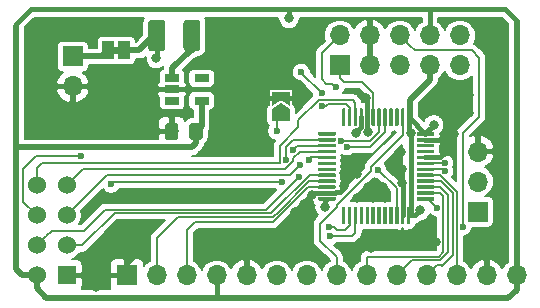
<source format=gbr>
G04 #@! TF.GenerationSoftware,KiCad,Pcbnew,5.1.2-f72e74a~84~ubuntu18.04.1*
G04 #@! TF.CreationDate,2019-07-06T11:59:09+02:00*
G04 #@! TF.ProjectId,loponode,6c6f706f-6e6f-4646-952e-6b696361645f,rev?*
G04 #@! TF.SameCoordinates,Original*
G04 #@! TF.FileFunction,Copper,L1,Top*
G04 #@! TF.FilePolarity,Positive*
%FSLAX46Y46*%
G04 Gerber Fmt 4.6, Leading zero omitted, Abs format (unit mm)*
G04 Created by KiCad (PCBNEW 5.1.2-f72e74a~84~ubuntu18.04.1) date 2019-07-06 11:59:09*
%MOMM*%
%LPD*%
G04 APERTURE LIST*
%ADD10C,0.100000*%
%ADD11R,1.700000X1.700000*%
%ADD12O,1.700000X1.700000*%
%ADD13C,1.150000*%
%ADD14C,0.300000*%
%ADD15R,1.000000X1.500000*%
%ADD16C,1.425000*%
%ADD17R,1.270000X0.635000*%
%ADD18C,1.524000*%
%ADD19R,1.524000X1.524000*%
%ADD20C,0.800000*%
%ADD21C,0.600000*%
%ADD22C,0.500000*%
%ADD23C,0.400000*%
%ADD24C,0.200000*%
G04 APERTURE END LIST*
D10*
G36*
X121266000Y-126030000D02*
G01*
X120766000Y-126030000D01*
X120766000Y-125430000D01*
X121266000Y-125430000D01*
X121266000Y-126030000D01*
G37*
D11*
X139954000Y-127000000D03*
D12*
X139954000Y-124460000D03*
X142494000Y-127000000D03*
X142494000Y-124460000D03*
X145034000Y-127000000D03*
X145034000Y-124460000D03*
X147574000Y-127000000D03*
X147574000Y-124460000D03*
X150114000Y-127000000D03*
X150114000Y-124460000D03*
D11*
X121920000Y-144780000D03*
D12*
X124460000Y-144780000D03*
X127000000Y-144780000D03*
X129540000Y-144780000D03*
X132080000Y-144780000D03*
X134620000Y-144780000D03*
X137160000Y-144780000D03*
X139700000Y-144780000D03*
X142240000Y-144780000D03*
X144780000Y-144780000D03*
X147320000Y-144780000D03*
X149860000Y-144780000D03*
X152400000Y-144780000D03*
X154940000Y-144780000D03*
D10*
G36*
X128120505Y-131889204D02*
G01*
X128144773Y-131892804D01*
X128168572Y-131898765D01*
X128191671Y-131907030D01*
X128213850Y-131917520D01*
X128234893Y-131930132D01*
X128254599Y-131944747D01*
X128272777Y-131961223D01*
X128289253Y-131979401D01*
X128303868Y-131999107D01*
X128316480Y-132020150D01*
X128326970Y-132042329D01*
X128335235Y-132065428D01*
X128341196Y-132089227D01*
X128344796Y-132113495D01*
X128346000Y-132137999D01*
X128346000Y-133038001D01*
X128344796Y-133062505D01*
X128341196Y-133086773D01*
X128335235Y-133110572D01*
X128326970Y-133133671D01*
X128316480Y-133155850D01*
X128303868Y-133176893D01*
X128289253Y-133196599D01*
X128272777Y-133214777D01*
X128254599Y-133231253D01*
X128234893Y-133245868D01*
X128213850Y-133258480D01*
X128191671Y-133268970D01*
X128168572Y-133277235D01*
X128144773Y-133283196D01*
X128120505Y-133286796D01*
X128096001Y-133288000D01*
X127445999Y-133288000D01*
X127421495Y-133286796D01*
X127397227Y-133283196D01*
X127373428Y-133277235D01*
X127350329Y-133268970D01*
X127328150Y-133258480D01*
X127307107Y-133245868D01*
X127287401Y-133231253D01*
X127269223Y-133214777D01*
X127252747Y-133196599D01*
X127238132Y-133176893D01*
X127225520Y-133155850D01*
X127215030Y-133133671D01*
X127206765Y-133110572D01*
X127200804Y-133086773D01*
X127197204Y-133062505D01*
X127196000Y-133038001D01*
X127196000Y-132137999D01*
X127197204Y-132113495D01*
X127200804Y-132089227D01*
X127206765Y-132065428D01*
X127215030Y-132042329D01*
X127225520Y-132020150D01*
X127238132Y-131999107D01*
X127252747Y-131979401D01*
X127269223Y-131961223D01*
X127287401Y-131944747D01*
X127307107Y-131930132D01*
X127328150Y-131917520D01*
X127350329Y-131907030D01*
X127373428Y-131898765D01*
X127397227Y-131892804D01*
X127421495Y-131889204D01*
X127445999Y-131888000D01*
X128096001Y-131888000D01*
X128120505Y-131889204D01*
X128120505Y-131889204D01*
G37*
D13*
X127771000Y-132588000D03*
D10*
G36*
X126070505Y-131889204D02*
G01*
X126094773Y-131892804D01*
X126118572Y-131898765D01*
X126141671Y-131907030D01*
X126163850Y-131917520D01*
X126184893Y-131930132D01*
X126204599Y-131944747D01*
X126222777Y-131961223D01*
X126239253Y-131979401D01*
X126253868Y-131999107D01*
X126266480Y-132020150D01*
X126276970Y-132042329D01*
X126285235Y-132065428D01*
X126291196Y-132089227D01*
X126294796Y-132113495D01*
X126296000Y-132137999D01*
X126296000Y-133038001D01*
X126294796Y-133062505D01*
X126291196Y-133086773D01*
X126285235Y-133110572D01*
X126276970Y-133133671D01*
X126266480Y-133155850D01*
X126253868Y-133176893D01*
X126239253Y-133196599D01*
X126222777Y-133214777D01*
X126204599Y-133231253D01*
X126184893Y-133245868D01*
X126163850Y-133258480D01*
X126141671Y-133268970D01*
X126118572Y-133277235D01*
X126094773Y-133283196D01*
X126070505Y-133286796D01*
X126046001Y-133288000D01*
X125395999Y-133288000D01*
X125371495Y-133286796D01*
X125347227Y-133283196D01*
X125323428Y-133277235D01*
X125300329Y-133268970D01*
X125278150Y-133258480D01*
X125257107Y-133245868D01*
X125237401Y-133231253D01*
X125219223Y-133214777D01*
X125202747Y-133196599D01*
X125188132Y-133176893D01*
X125175520Y-133155850D01*
X125165030Y-133133671D01*
X125156765Y-133110572D01*
X125150804Y-133086773D01*
X125147204Y-133062505D01*
X125146000Y-133038001D01*
X125146000Y-132137999D01*
X125147204Y-132113495D01*
X125150804Y-132089227D01*
X125156765Y-132065428D01*
X125165030Y-132042329D01*
X125175520Y-132020150D01*
X125188132Y-131999107D01*
X125202747Y-131979401D01*
X125219223Y-131961223D01*
X125237401Y-131944747D01*
X125257107Y-131930132D01*
X125278150Y-131917520D01*
X125300329Y-131907030D01*
X125323428Y-131898765D01*
X125347227Y-131892804D01*
X125371495Y-131889204D01*
X125395999Y-131888000D01*
X126046001Y-131888000D01*
X126070505Y-131889204D01*
X126070505Y-131889204D01*
G37*
D13*
X125721000Y-132588000D03*
D12*
X117348000Y-128778000D03*
D11*
X117348000Y-126238000D03*
X151638000Y-139369800D03*
D12*
X151638000Y-136829800D03*
X151638000Y-134289800D03*
D14*
X134975600Y-131216400D03*
D10*
G36*
X134975600Y-130216400D02*
G01*
X135725600Y-130716400D01*
X135725600Y-131716400D01*
X134225600Y-131716400D01*
X134225600Y-130716400D01*
X134975600Y-130216400D01*
X134975600Y-130216400D01*
G37*
D14*
X134975600Y-129766400D03*
D10*
G36*
X135725600Y-129266400D02*
G01*
X135725600Y-130416400D01*
X134975600Y-129916400D01*
X134225600Y-130416400D01*
X134225600Y-129266400D01*
X135725600Y-129266400D01*
X135725600Y-129266400D01*
G37*
D15*
X121666000Y-125730000D03*
X120366000Y-125730000D03*
D10*
G36*
X124943804Y-123136204D02*
G01*
X124968073Y-123139804D01*
X124991871Y-123145765D01*
X125014971Y-123154030D01*
X125037149Y-123164520D01*
X125058193Y-123177133D01*
X125077898Y-123191747D01*
X125096077Y-123208223D01*
X125112553Y-123226402D01*
X125127167Y-123246107D01*
X125139780Y-123267151D01*
X125150270Y-123289329D01*
X125158535Y-123312429D01*
X125164496Y-123336227D01*
X125168096Y-123360496D01*
X125169300Y-123385000D01*
X125169300Y-125535000D01*
X125168096Y-125559504D01*
X125164496Y-125583773D01*
X125158535Y-125607571D01*
X125150270Y-125630671D01*
X125139780Y-125652849D01*
X125127167Y-125673893D01*
X125112553Y-125693598D01*
X125096077Y-125711777D01*
X125077898Y-125728253D01*
X125058193Y-125742867D01*
X125037149Y-125755480D01*
X125014971Y-125765970D01*
X124991871Y-125774235D01*
X124968073Y-125780196D01*
X124943804Y-125783796D01*
X124919300Y-125785000D01*
X123994300Y-125785000D01*
X123969796Y-125783796D01*
X123945527Y-125780196D01*
X123921729Y-125774235D01*
X123898629Y-125765970D01*
X123876451Y-125755480D01*
X123855407Y-125742867D01*
X123835702Y-125728253D01*
X123817523Y-125711777D01*
X123801047Y-125693598D01*
X123786433Y-125673893D01*
X123773820Y-125652849D01*
X123763330Y-125630671D01*
X123755065Y-125607571D01*
X123749104Y-125583773D01*
X123745504Y-125559504D01*
X123744300Y-125535000D01*
X123744300Y-123385000D01*
X123745504Y-123360496D01*
X123749104Y-123336227D01*
X123755065Y-123312429D01*
X123763330Y-123289329D01*
X123773820Y-123267151D01*
X123786433Y-123246107D01*
X123801047Y-123226402D01*
X123817523Y-123208223D01*
X123835702Y-123191747D01*
X123855407Y-123177133D01*
X123876451Y-123164520D01*
X123898629Y-123154030D01*
X123921729Y-123145765D01*
X123945527Y-123139804D01*
X123969796Y-123136204D01*
X123994300Y-123135000D01*
X124919300Y-123135000D01*
X124943804Y-123136204D01*
X124943804Y-123136204D01*
G37*
D16*
X124456800Y-124460000D03*
D10*
G36*
X127918804Y-123136204D02*
G01*
X127943073Y-123139804D01*
X127966871Y-123145765D01*
X127989971Y-123154030D01*
X128012149Y-123164520D01*
X128033193Y-123177133D01*
X128052898Y-123191747D01*
X128071077Y-123208223D01*
X128087553Y-123226402D01*
X128102167Y-123246107D01*
X128114780Y-123267151D01*
X128125270Y-123289329D01*
X128133535Y-123312429D01*
X128139496Y-123336227D01*
X128143096Y-123360496D01*
X128144300Y-123385000D01*
X128144300Y-125535000D01*
X128143096Y-125559504D01*
X128139496Y-125583773D01*
X128133535Y-125607571D01*
X128125270Y-125630671D01*
X128114780Y-125652849D01*
X128102167Y-125673893D01*
X128087553Y-125693598D01*
X128071077Y-125711777D01*
X128052898Y-125728253D01*
X128033193Y-125742867D01*
X128012149Y-125755480D01*
X127989971Y-125765970D01*
X127966871Y-125774235D01*
X127943073Y-125780196D01*
X127918804Y-125783796D01*
X127894300Y-125785000D01*
X126969300Y-125785000D01*
X126944796Y-125783796D01*
X126920527Y-125780196D01*
X126896729Y-125774235D01*
X126873629Y-125765970D01*
X126851451Y-125755480D01*
X126830407Y-125742867D01*
X126810702Y-125728253D01*
X126792523Y-125711777D01*
X126776047Y-125693598D01*
X126761433Y-125673893D01*
X126748820Y-125652849D01*
X126738330Y-125630671D01*
X126730065Y-125607571D01*
X126724104Y-125583773D01*
X126720504Y-125559504D01*
X126719300Y-125535000D01*
X126719300Y-123385000D01*
X126720504Y-123360496D01*
X126724104Y-123336227D01*
X126730065Y-123312429D01*
X126738330Y-123289329D01*
X126748820Y-123267151D01*
X126761433Y-123246107D01*
X126776047Y-123226402D01*
X126792523Y-123208223D01*
X126810702Y-123191747D01*
X126830407Y-123177133D01*
X126851451Y-123164520D01*
X126873629Y-123154030D01*
X126896729Y-123145765D01*
X126920527Y-123139804D01*
X126944796Y-123136204D01*
X126969300Y-123135000D01*
X127894300Y-123135000D01*
X127918804Y-123136204D01*
X127918804Y-123136204D01*
G37*
D16*
X127431800Y-124460000D03*
D17*
X125745000Y-128082000D03*
X125745000Y-129032000D03*
X125745000Y-129982000D03*
X128255000Y-129982000D03*
X128255000Y-128082000D03*
D10*
G36*
X145862351Y-130637861D02*
G01*
X145869632Y-130638941D01*
X145876771Y-130640729D01*
X145883701Y-130643209D01*
X145890355Y-130646356D01*
X145896668Y-130650140D01*
X145902579Y-130654524D01*
X145908033Y-130659467D01*
X145912976Y-130664921D01*
X145917360Y-130670832D01*
X145921144Y-130677145D01*
X145924291Y-130683799D01*
X145926771Y-130690729D01*
X145928559Y-130697868D01*
X145929639Y-130705149D01*
X145930000Y-130712500D01*
X145930000Y-132037500D01*
X145929639Y-132044851D01*
X145928559Y-132052132D01*
X145926771Y-132059271D01*
X145924291Y-132066201D01*
X145921144Y-132072855D01*
X145917360Y-132079168D01*
X145912976Y-132085079D01*
X145908033Y-132090533D01*
X145902579Y-132095476D01*
X145896668Y-132099860D01*
X145890355Y-132103644D01*
X145883701Y-132106791D01*
X145876771Y-132109271D01*
X145869632Y-132111059D01*
X145862351Y-132112139D01*
X145855000Y-132112500D01*
X145705000Y-132112500D01*
X145697649Y-132112139D01*
X145690368Y-132111059D01*
X145683229Y-132109271D01*
X145676299Y-132106791D01*
X145669645Y-132103644D01*
X145663332Y-132099860D01*
X145657421Y-132095476D01*
X145651967Y-132090533D01*
X145647024Y-132085079D01*
X145642640Y-132079168D01*
X145638856Y-132072855D01*
X145635709Y-132066201D01*
X145633229Y-132059271D01*
X145631441Y-132052132D01*
X145630361Y-132044851D01*
X145630000Y-132037500D01*
X145630000Y-130712500D01*
X145630361Y-130705149D01*
X145631441Y-130697868D01*
X145633229Y-130690729D01*
X145635709Y-130683799D01*
X145638856Y-130677145D01*
X145642640Y-130670832D01*
X145647024Y-130664921D01*
X145651967Y-130659467D01*
X145657421Y-130654524D01*
X145663332Y-130650140D01*
X145669645Y-130646356D01*
X145676299Y-130643209D01*
X145683229Y-130640729D01*
X145690368Y-130638941D01*
X145697649Y-130637861D01*
X145705000Y-130637500D01*
X145855000Y-130637500D01*
X145862351Y-130637861D01*
X145862351Y-130637861D01*
G37*
D14*
X145780000Y-131375000D03*
D10*
G36*
X145362351Y-130637861D02*
G01*
X145369632Y-130638941D01*
X145376771Y-130640729D01*
X145383701Y-130643209D01*
X145390355Y-130646356D01*
X145396668Y-130650140D01*
X145402579Y-130654524D01*
X145408033Y-130659467D01*
X145412976Y-130664921D01*
X145417360Y-130670832D01*
X145421144Y-130677145D01*
X145424291Y-130683799D01*
X145426771Y-130690729D01*
X145428559Y-130697868D01*
X145429639Y-130705149D01*
X145430000Y-130712500D01*
X145430000Y-132037500D01*
X145429639Y-132044851D01*
X145428559Y-132052132D01*
X145426771Y-132059271D01*
X145424291Y-132066201D01*
X145421144Y-132072855D01*
X145417360Y-132079168D01*
X145412976Y-132085079D01*
X145408033Y-132090533D01*
X145402579Y-132095476D01*
X145396668Y-132099860D01*
X145390355Y-132103644D01*
X145383701Y-132106791D01*
X145376771Y-132109271D01*
X145369632Y-132111059D01*
X145362351Y-132112139D01*
X145355000Y-132112500D01*
X145205000Y-132112500D01*
X145197649Y-132112139D01*
X145190368Y-132111059D01*
X145183229Y-132109271D01*
X145176299Y-132106791D01*
X145169645Y-132103644D01*
X145163332Y-132099860D01*
X145157421Y-132095476D01*
X145151967Y-132090533D01*
X145147024Y-132085079D01*
X145142640Y-132079168D01*
X145138856Y-132072855D01*
X145135709Y-132066201D01*
X145133229Y-132059271D01*
X145131441Y-132052132D01*
X145130361Y-132044851D01*
X145130000Y-132037500D01*
X145130000Y-130712500D01*
X145130361Y-130705149D01*
X145131441Y-130697868D01*
X145133229Y-130690729D01*
X145135709Y-130683799D01*
X145138856Y-130677145D01*
X145142640Y-130670832D01*
X145147024Y-130664921D01*
X145151967Y-130659467D01*
X145157421Y-130654524D01*
X145163332Y-130650140D01*
X145169645Y-130646356D01*
X145176299Y-130643209D01*
X145183229Y-130640729D01*
X145190368Y-130638941D01*
X145197649Y-130637861D01*
X145205000Y-130637500D01*
X145355000Y-130637500D01*
X145362351Y-130637861D01*
X145362351Y-130637861D01*
G37*
D14*
X145280000Y-131375000D03*
D10*
G36*
X144862351Y-130637861D02*
G01*
X144869632Y-130638941D01*
X144876771Y-130640729D01*
X144883701Y-130643209D01*
X144890355Y-130646356D01*
X144896668Y-130650140D01*
X144902579Y-130654524D01*
X144908033Y-130659467D01*
X144912976Y-130664921D01*
X144917360Y-130670832D01*
X144921144Y-130677145D01*
X144924291Y-130683799D01*
X144926771Y-130690729D01*
X144928559Y-130697868D01*
X144929639Y-130705149D01*
X144930000Y-130712500D01*
X144930000Y-132037500D01*
X144929639Y-132044851D01*
X144928559Y-132052132D01*
X144926771Y-132059271D01*
X144924291Y-132066201D01*
X144921144Y-132072855D01*
X144917360Y-132079168D01*
X144912976Y-132085079D01*
X144908033Y-132090533D01*
X144902579Y-132095476D01*
X144896668Y-132099860D01*
X144890355Y-132103644D01*
X144883701Y-132106791D01*
X144876771Y-132109271D01*
X144869632Y-132111059D01*
X144862351Y-132112139D01*
X144855000Y-132112500D01*
X144705000Y-132112500D01*
X144697649Y-132112139D01*
X144690368Y-132111059D01*
X144683229Y-132109271D01*
X144676299Y-132106791D01*
X144669645Y-132103644D01*
X144663332Y-132099860D01*
X144657421Y-132095476D01*
X144651967Y-132090533D01*
X144647024Y-132085079D01*
X144642640Y-132079168D01*
X144638856Y-132072855D01*
X144635709Y-132066201D01*
X144633229Y-132059271D01*
X144631441Y-132052132D01*
X144630361Y-132044851D01*
X144630000Y-132037500D01*
X144630000Y-130712500D01*
X144630361Y-130705149D01*
X144631441Y-130697868D01*
X144633229Y-130690729D01*
X144635709Y-130683799D01*
X144638856Y-130677145D01*
X144642640Y-130670832D01*
X144647024Y-130664921D01*
X144651967Y-130659467D01*
X144657421Y-130654524D01*
X144663332Y-130650140D01*
X144669645Y-130646356D01*
X144676299Y-130643209D01*
X144683229Y-130640729D01*
X144690368Y-130638941D01*
X144697649Y-130637861D01*
X144705000Y-130637500D01*
X144855000Y-130637500D01*
X144862351Y-130637861D01*
X144862351Y-130637861D01*
G37*
D14*
X144780000Y-131375000D03*
D10*
G36*
X144362351Y-130637861D02*
G01*
X144369632Y-130638941D01*
X144376771Y-130640729D01*
X144383701Y-130643209D01*
X144390355Y-130646356D01*
X144396668Y-130650140D01*
X144402579Y-130654524D01*
X144408033Y-130659467D01*
X144412976Y-130664921D01*
X144417360Y-130670832D01*
X144421144Y-130677145D01*
X144424291Y-130683799D01*
X144426771Y-130690729D01*
X144428559Y-130697868D01*
X144429639Y-130705149D01*
X144430000Y-130712500D01*
X144430000Y-132037500D01*
X144429639Y-132044851D01*
X144428559Y-132052132D01*
X144426771Y-132059271D01*
X144424291Y-132066201D01*
X144421144Y-132072855D01*
X144417360Y-132079168D01*
X144412976Y-132085079D01*
X144408033Y-132090533D01*
X144402579Y-132095476D01*
X144396668Y-132099860D01*
X144390355Y-132103644D01*
X144383701Y-132106791D01*
X144376771Y-132109271D01*
X144369632Y-132111059D01*
X144362351Y-132112139D01*
X144355000Y-132112500D01*
X144205000Y-132112500D01*
X144197649Y-132112139D01*
X144190368Y-132111059D01*
X144183229Y-132109271D01*
X144176299Y-132106791D01*
X144169645Y-132103644D01*
X144163332Y-132099860D01*
X144157421Y-132095476D01*
X144151967Y-132090533D01*
X144147024Y-132085079D01*
X144142640Y-132079168D01*
X144138856Y-132072855D01*
X144135709Y-132066201D01*
X144133229Y-132059271D01*
X144131441Y-132052132D01*
X144130361Y-132044851D01*
X144130000Y-132037500D01*
X144130000Y-130712500D01*
X144130361Y-130705149D01*
X144131441Y-130697868D01*
X144133229Y-130690729D01*
X144135709Y-130683799D01*
X144138856Y-130677145D01*
X144142640Y-130670832D01*
X144147024Y-130664921D01*
X144151967Y-130659467D01*
X144157421Y-130654524D01*
X144163332Y-130650140D01*
X144169645Y-130646356D01*
X144176299Y-130643209D01*
X144183229Y-130640729D01*
X144190368Y-130638941D01*
X144197649Y-130637861D01*
X144205000Y-130637500D01*
X144355000Y-130637500D01*
X144362351Y-130637861D01*
X144362351Y-130637861D01*
G37*
D14*
X144280000Y-131375000D03*
D10*
G36*
X143862351Y-130637861D02*
G01*
X143869632Y-130638941D01*
X143876771Y-130640729D01*
X143883701Y-130643209D01*
X143890355Y-130646356D01*
X143896668Y-130650140D01*
X143902579Y-130654524D01*
X143908033Y-130659467D01*
X143912976Y-130664921D01*
X143917360Y-130670832D01*
X143921144Y-130677145D01*
X143924291Y-130683799D01*
X143926771Y-130690729D01*
X143928559Y-130697868D01*
X143929639Y-130705149D01*
X143930000Y-130712500D01*
X143930000Y-132037500D01*
X143929639Y-132044851D01*
X143928559Y-132052132D01*
X143926771Y-132059271D01*
X143924291Y-132066201D01*
X143921144Y-132072855D01*
X143917360Y-132079168D01*
X143912976Y-132085079D01*
X143908033Y-132090533D01*
X143902579Y-132095476D01*
X143896668Y-132099860D01*
X143890355Y-132103644D01*
X143883701Y-132106791D01*
X143876771Y-132109271D01*
X143869632Y-132111059D01*
X143862351Y-132112139D01*
X143855000Y-132112500D01*
X143705000Y-132112500D01*
X143697649Y-132112139D01*
X143690368Y-132111059D01*
X143683229Y-132109271D01*
X143676299Y-132106791D01*
X143669645Y-132103644D01*
X143663332Y-132099860D01*
X143657421Y-132095476D01*
X143651967Y-132090533D01*
X143647024Y-132085079D01*
X143642640Y-132079168D01*
X143638856Y-132072855D01*
X143635709Y-132066201D01*
X143633229Y-132059271D01*
X143631441Y-132052132D01*
X143630361Y-132044851D01*
X143630000Y-132037500D01*
X143630000Y-130712500D01*
X143630361Y-130705149D01*
X143631441Y-130697868D01*
X143633229Y-130690729D01*
X143635709Y-130683799D01*
X143638856Y-130677145D01*
X143642640Y-130670832D01*
X143647024Y-130664921D01*
X143651967Y-130659467D01*
X143657421Y-130654524D01*
X143663332Y-130650140D01*
X143669645Y-130646356D01*
X143676299Y-130643209D01*
X143683229Y-130640729D01*
X143690368Y-130638941D01*
X143697649Y-130637861D01*
X143705000Y-130637500D01*
X143855000Y-130637500D01*
X143862351Y-130637861D01*
X143862351Y-130637861D01*
G37*
D14*
X143780000Y-131375000D03*
D10*
G36*
X143362351Y-130637861D02*
G01*
X143369632Y-130638941D01*
X143376771Y-130640729D01*
X143383701Y-130643209D01*
X143390355Y-130646356D01*
X143396668Y-130650140D01*
X143402579Y-130654524D01*
X143408033Y-130659467D01*
X143412976Y-130664921D01*
X143417360Y-130670832D01*
X143421144Y-130677145D01*
X143424291Y-130683799D01*
X143426771Y-130690729D01*
X143428559Y-130697868D01*
X143429639Y-130705149D01*
X143430000Y-130712500D01*
X143430000Y-132037500D01*
X143429639Y-132044851D01*
X143428559Y-132052132D01*
X143426771Y-132059271D01*
X143424291Y-132066201D01*
X143421144Y-132072855D01*
X143417360Y-132079168D01*
X143412976Y-132085079D01*
X143408033Y-132090533D01*
X143402579Y-132095476D01*
X143396668Y-132099860D01*
X143390355Y-132103644D01*
X143383701Y-132106791D01*
X143376771Y-132109271D01*
X143369632Y-132111059D01*
X143362351Y-132112139D01*
X143355000Y-132112500D01*
X143205000Y-132112500D01*
X143197649Y-132112139D01*
X143190368Y-132111059D01*
X143183229Y-132109271D01*
X143176299Y-132106791D01*
X143169645Y-132103644D01*
X143163332Y-132099860D01*
X143157421Y-132095476D01*
X143151967Y-132090533D01*
X143147024Y-132085079D01*
X143142640Y-132079168D01*
X143138856Y-132072855D01*
X143135709Y-132066201D01*
X143133229Y-132059271D01*
X143131441Y-132052132D01*
X143130361Y-132044851D01*
X143130000Y-132037500D01*
X143130000Y-130712500D01*
X143130361Y-130705149D01*
X143131441Y-130697868D01*
X143133229Y-130690729D01*
X143135709Y-130683799D01*
X143138856Y-130677145D01*
X143142640Y-130670832D01*
X143147024Y-130664921D01*
X143151967Y-130659467D01*
X143157421Y-130654524D01*
X143163332Y-130650140D01*
X143169645Y-130646356D01*
X143176299Y-130643209D01*
X143183229Y-130640729D01*
X143190368Y-130638941D01*
X143197649Y-130637861D01*
X143205000Y-130637500D01*
X143355000Y-130637500D01*
X143362351Y-130637861D01*
X143362351Y-130637861D01*
G37*
D14*
X143280000Y-131375000D03*
D10*
G36*
X142862351Y-130637861D02*
G01*
X142869632Y-130638941D01*
X142876771Y-130640729D01*
X142883701Y-130643209D01*
X142890355Y-130646356D01*
X142896668Y-130650140D01*
X142902579Y-130654524D01*
X142908033Y-130659467D01*
X142912976Y-130664921D01*
X142917360Y-130670832D01*
X142921144Y-130677145D01*
X142924291Y-130683799D01*
X142926771Y-130690729D01*
X142928559Y-130697868D01*
X142929639Y-130705149D01*
X142930000Y-130712500D01*
X142930000Y-132037500D01*
X142929639Y-132044851D01*
X142928559Y-132052132D01*
X142926771Y-132059271D01*
X142924291Y-132066201D01*
X142921144Y-132072855D01*
X142917360Y-132079168D01*
X142912976Y-132085079D01*
X142908033Y-132090533D01*
X142902579Y-132095476D01*
X142896668Y-132099860D01*
X142890355Y-132103644D01*
X142883701Y-132106791D01*
X142876771Y-132109271D01*
X142869632Y-132111059D01*
X142862351Y-132112139D01*
X142855000Y-132112500D01*
X142705000Y-132112500D01*
X142697649Y-132112139D01*
X142690368Y-132111059D01*
X142683229Y-132109271D01*
X142676299Y-132106791D01*
X142669645Y-132103644D01*
X142663332Y-132099860D01*
X142657421Y-132095476D01*
X142651967Y-132090533D01*
X142647024Y-132085079D01*
X142642640Y-132079168D01*
X142638856Y-132072855D01*
X142635709Y-132066201D01*
X142633229Y-132059271D01*
X142631441Y-132052132D01*
X142630361Y-132044851D01*
X142630000Y-132037500D01*
X142630000Y-130712500D01*
X142630361Y-130705149D01*
X142631441Y-130697868D01*
X142633229Y-130690729D01*
X142635709Y-130683799D01*
X142638856Y-130677145D01*
X142642640Y-130670832D01*
X142647024Y-130664921D01*
X142651967Y-130659467D01*
X142657421Y-130654524D01*
X142663332Y-130650140D01*
X142669645Y-130646356D01*
X142676299Y-130643209D01*
X142683229Y-130640729D01*
X142690368Y-130638941D01*
X142697649Y-130637861D01*
X142705000Y-130637500D01*
X142855000Y-130637500D01*
X142862351Y-130637861D01*
X142862351Y-130637861D01*
G37*
D14*
X142780000Y-131375000D03*
D10*
G36*
X142362351Y-130637861D02*
G01*
X142369632Y-130638941D01*
X142376771Y-130640729D01*
X142383701Y-130643209D01*
X142390355Y-130646356D01*
X142396668Y-130650140D01*
X142402579Y-130654524D01*
X142408033Y-130659467D01*
X142412976Y-130664921D01*
X142417360Y-130670832D01*
X142421144Y-130677145D01*
X142424291Y-130683799D01*
X142426771Y-130690729D01*
X142428559Y-130697868D01*
X142429639Y-130705149D01*
X142430000Y-130712500D01*
X142430000Y-132037500D01*
X142429639Y-132044851D01*
X142428559Y-132052132D01*
X142426771Y-132059271D01*
X142424291Y-132066201D01*
X142421144Y-132072855D01*
X142417360Y-132079168D01*
X142412976Y-132085079D01*
X142408033Y-132090533D01*
X142402579Y-132095476D01*
X142396668Y-132099860D01*
X142390355Y-132103644D01*
X142383701Y-132106791D01*
X142376771Y-132109271D01*
X142369632Y-132111059D01*
X142362351Y-132112139D01*
X142355000Y-132112500D01*
X142205000Y-132112500D01*
X142197649Y-132112139D01*
X142190368Y-132111059D01*
X142183229Y-132109271D01*
X142176299Y-132106791D01*
X142169645Y-132103644D01*
X142163332Y-132099860D01*
X142157421Y-132095476D01*
X142151967Y-132090533D01*
X142147024Y-132085079D01*
X142142640Y-132079168D01*
X142138856Y-132072855D01*
X142135709Y-132066201D01*
X142133229Y-132059271D01*
X142131441Y-132052132D01*
X142130361Y-132044851D01*
X142130000Y-132037500D01*
X142130000Y-130712500D01*
X142130361Y-130705149D01*
X142131441Y-130697868D01*
X142133229Y-130690729D01*
X142135709Y-130683799D01*
X142138856Y-130677145D01*
X142142640Y-130670832D01*
X142147024Y-130664921D01*
X142151967Y-130659467D01*
X142157421Y-130654524D01*
X142163332Y-130650140D01*
X142169645Y-130646356D01*
X142176299Y-130643209D01*
X142183229Y-130640729D01*
X142190368Y-130638941D01*
X142197649Y-130637861D01*
X142205000Y-130637500D01*
X142355000Y-130637500D01*
X142362351Y-130637861D01*
X142362351Y-130637861D01*
G37*
D14*
X142280000Y-131375000D03*
D10*
G36*
X141862351Y-130637861D02*
G01*
X141869632Y-130638941D01*
X141876771Y-130640729D01*
X141883701Y-130643209D01*
X141890355Y-130646356D01*
X141896668Y-130650140D01*
X141902579Y-130654524D01*
X141908033Y-130659467D01*
X141912976Y-130664921D01*
X141917360Y-130670832D01*
X141921144Y-130677145D01*
X141924291Y-130683799D01*
X141926771Y-130690729D01*
X141928559Y-130697868D01*
X141929639Y-130705149D01*
X141930000Y-130712500D01*
X141930000Y-132037500D01*
X141929639Y-132044851D01*
X141928559Y-132052132D01*
X141926771Y-132059271D01*
X141924291Y-132066201D01*
X141921144Y-132072855D01*
X141917360Y-132079168D01*
X141912976Y-132085079D01*
X141908033Y-132090533D01*
X141902579Y-132095476D01*
X141896668Y-132099860D01*
X141890355Y-132103644D01*
X141883701Y-132106791D01*
X141876771Y-132109271D01*
X141869632Y-132111059D01*
X141862351Y-132112139D01*
X141855000Y-132112500D01*
X141705000Y-132112500D01*
X141697649Y-132112139D01*
X141690368Y-132111059D01*
X141683229Y-132109271D01*
X141676299Y-132106791D01*
X141669645Y-132103644D01*
X141663332Y-132099860D01*
X141657421Y-132095476D01*
X141651967Y-132090533D01*
X141647024Y-132085079D01*
X141642640Y-132079168D01*
X141638856Y-132072855D01*
X141635709Y-132066201D01*
X141633229Y-132059271D01*
X141631441Y-132052132D01*
X141630361Y-132044851D01*
X141630000Y-132037500D01*
X141630000Y-130712500D01*
X141630361Y-130705149D01*
X141631441Y-130697868D01*
X141633229Y-130690729D01*
X141635709Y-130683799D01*
X141638856Y-130677145D01*
X141642640Y-130670832D01*
X141647024Y-130664921D01*
X141651967Y-130659467D01*
X141657421Y-130654524D01*
X141663332Y-130650140D01*
X141669645Y-130646356D01*
X141676299Y-130643209D01*
X141683229Y-130640729D01*
X141690368Y-130638941D01*
X141697649Y-130637861D01*
X141705000Y-130637500D01*
X141855000Y-130637500D01*
X141862351Y-130637861D01*
X141862351Y-130637861D01*
G37*
D14*
X141780000Y-131375000D03*
D10*
G36*
X141362351Y-130637861D02*
G01*
X141369632Y-130638941D01*
X141376771Y-130640729D01*
X141383701Y-130643209D01*
X141390355Y-130646356D01*
X141396668Y-130650140D01*
X141402579Y-130654524D01*
X141408033Y-130659467D01*
X141412976Y-130664921D01*
X141417360Y-130670832D01*
X141421144Y-130677145D01*
X141424291Y-130683799D01*
X141426771Y-130690729D01*
X141428559Y-130697868D01*
X141429639Y-130705149D01*
X141430000Y-130712500D01*
X141430000Y-132037500D01*
X141429639Y-132044851D01*
X141428559Y-132052132D01*
X141426771Y-132059271D01*
X141424291Y-132066201D01*
X141421144Y-132072855D01*
X141417360Y-132079168D01*
X141412976Y-132085079D01*
X141408033Y-132090533D01*
X141402579Y-132095476D01*
X141396668Y-132099860D01*
X141390355Y-132103644D01*
X141383701Y-132106791D01*
X141376771Y-132109271D01*
X141369632Y-132111059D01*
X141362351Y-132112139D01*
X141355000Y-132112500D01*
X141205000Y-132112500D01*
X141197649Y-132112139D01*
X141190368Y-132111059D01*
X141183229Y-132109271D01*
X141176299Y-132106791D01*
X141169645Y-132103644D01*
X141163332Y-132099860D01*
X141157421Y-132095476D01*
X141151967Y-132090533D01*
X141147024Y-132085079D01*
X141142640Y-132079168D01*
X141138856Y-132072855D01*
X141135709Y-132066201D01*
X141133229Y-132059271D01*
X141131441Y-132052132D01*
X141130361Y-132044851D01*
X141130000Y-132037500D01*
X141130000Y-130712500D01*
X141130361Y-130705149D01*
X141131441Y-130697868D01*
X141133229Y-130690729D01*
X141135709Y-130683799D01*
X141138856Y-130677145D01*
X141142640Y-130670832D01*
X141147024Y-130664921D01*
X141151967Y-130659467D01*
X141157421Y-130654524D01*
X141163332Y-130650140D01*
X141169645Y-130646356D01*
X141176299Y-130643209D01*
X141183229Y-130640729D01*
X141190368Y-130638941D01*
X141197649Y-130637861D01*
X141205000Y-130637500D01*
X141355000Y-130637500D01*
X141362351Y-130637861D01*
X141362351Y-130637861D01*
G37*
D14*
X141280000Y-131375000D03*
D10*
G36*
X140862351Y-130637861D02*
G01*
X140869632Y-130638941D01*
X140876771Y-130640729D01*
X140883701Y-130643209D01*
X140890355Y-130646356D01*
X140896668Y-130650140D01*
X140902579Y-130654524D01*
X140908033Y-130659467D01*
X140912976Y-130664921D01*
X140917360Y-130670832D01*
X140921144Y-130677145D01*
X140924291Y-130683799D01*
X140926771Y-130690729D01*
X140928559Y-130697868D01*
X140929639Y-130705149D01*
X140930000Y-130712500D01*
X140930000Y-132037500D01*
X140929639Y-132044851D01*
X140928559Y-132052132D01*
X140926771Y-132059271D01*
X140924291Y-132066201D01*
X140921144Y-132072855D01*
X140917360Y-132079168D01*
X140912976Y-132085079D01*
X140908033Y-132090533D01*
X140902579Y-132095476D01*
X140896668Y-132099860D01*
X140890355Y-132103644D01*
X140883701Y-132106791D01*
X140876771Y-132109271D01*
X140869632Y-132111059D01*
X140862351Y-132112139D01*
X140855000Y-132112500D01*
X140705000Y-132112500D01*
X140697649Y-132112139D01*
X140690368Y-132111059D01*
X140683229Y-132109271D01*
X140676299Y-132106791D01*
X140669645Y-132103644D01*
X140663332Y-132099860D01*
X140657421Y-132095476D01*
X140651967Y-132090533D01*
X140647024Y-132085079D01*
X140642640Y-132079168D01*
X140638856Y-132072855D01*
X140635709Y-132066201D01*
X140633229Y-132059271D01*
X140631441Y-132052132D01*
X140630361Y-132044851D01*
X140630000Y-132037500D01*
X140630000Y-130712500D01*
X140630361Y-130705149D01*
X140631441Y-130697868D01*
X140633229Y-130690729D01*
X140635709Y-130683799D01*
X140638856Y-130677145D01*
X140642640Y-130670832D01*
X140647024Y-130664921D01*
X140651967Y-130659467D01*
X140657421Y-130654524D01*
X140663332Y-130650140D01*
X140669645Y-130646356D01*
X140676299Y-130643209D01*
X140683229Y-130640729D01*
X140690368Y-130638941D01*
X140697649Y-130637861D01*
X140705000Y-130637500D01*
X140855000Y-130637500D01*
X140862351Y-130637861D01*
X140862351Y-130637861D01*
G37*
D14*
X140780000Y-131375000D03*
D10*
G36*
X140362351Y-130637861D02*
G01*
X140369632Y-130638941D01*
X140376771Y-130640729D01*
X140383701Y-130643209D01*
X140390355Y-130646356D01*
X140396668Y-130650140D01*
X140402579Y-130654524D01*
X140408033Y-130659467D01*
X140412976Y-130664921D01*
X140417360Y-130670832D01*
X140421144Y-130677145D01*
X140424291Y-130683799D01*
X140426771Y-130690729D01*
X140428559Y-130697868D01*
X140429639Y-130705149D01*
X140430000Y-130712500D01*
X140430000Y-132037500D01*
X140429639Y-132044851D01*
X140428559Y-132052132D01*
X140426771Y-132059271D01*
X140424291Y-132066201D01*
X140421144Y-132072855D01*
X140417360Y-132079168D01*
X140412976Y-132085079D01*
X140408033Y-132090533D01*
X140402579Y-132095476D01*
X140396668Y-132099860D01*
X140390355Y-132103644D01*
X140383701Y-132106791D01*
X140376771Y-132109271D01*
X140369632Y-132111059D01*
X140362351Y-132112139D01*
X140355000Y-132112500D01*
X140205000Y-132112500D01*
X140197649Y-132112139D01*
X140190368Y-132111059D01*
X140183229Y-132109271D01*
X140176299Y-132106791D01*
X140169645Y-132103644D01*
X140163332Y-132099860D01*
X140157421Y-132095476D01*
X140151967Y-132090533D01*
X140147024Y-132085079D01*
X140142640Y-132079168D01*
X140138856Y-132072855D01*
X140135709Y-132066201D01*
X140133229Y-132059271D01*
X140131441Y-132052132D01*
X140130361Y-132044851D01*
X140130000Y-132037500D01*
X140130000Y-130712500D01*
X140130361Y-130705149D01*
X140131441Y-130697868D01*
X140133229Y-130690729D01*
X140135709Y-130683799D01*
X140138856Y-130677145D01*
X140142640Y-130670832D01*
X140147024Y-130664921D01*
X140151967Y-130659467D01*
X140157421Y-130654524D01*
X140163332Y-130650140D01*
X140169645Y-130646356D01*
X140176299Y-130643209D01*
X140183229Y-130640729D01*
X140190368Y-130638941D01*
X140197649Y-130637861D01*
X140205000Y-130637500D01*
X140355000Y-130637500D01*
X140362351Y-130637861D01*
X140362351Y-130637861D01*
G37*
D14*
X140280000Y-131375000D03*
D10*
G36*
X139537351Y-132637861D02*
G01*
X139544632Y-132638941D01*
X139551771Y-132640729D01*
X139558701Y-132643209D01*
X139565355Y-132646356D01*
X139571668Y-132650140D01*
X139577579Y-132654524D01*
X139583033Y-132659467D01*
X139587976Y-132664921D01*
X139592360Y-132670832D01*
X139596144Y-132677145D01*
X139599291Y-132683799D01*
X139601771Y-132690729D01*
X139603559Y-132697868D01*
X139604639Y-132705149D01*
X139605000Y-132712500D01*
X139605000Y-132862500D01*
X139604639Y-132869851D01*
X139603559Y-132877132D01*
X139601771Y-132884271D01*
X139599291Y-132891201D01*
X139596144Y-132897855D01*
X139592360Y-132904168D01*
X139587976Y-132910079D01*
X139583033Y-132915533D01*
X139577579Y-132920476D01*
X139571668Y-132924860D01*
X139565355Y-132928644D01*
X139558701Y-132931791D01*
X139551771Y-132934271D01*
X139544632Y-132936059D01*
X139537351Y-132937139D01*
X139530000Y-132937500D01*
X138205000Y-132937500D01*
X138197649Y-132937139D01*
X138190368Y-132936059D01*
X138183229Y-132934271D01*
X138176299Y-132931791D01*
X138169645Y-132928644D01*
X138163332Y-132924860D01*
X138157421Y-132920476D01*
X138151967Y-132915533D01*
X138147024Y-132910079D01*
X138142640Y-132904168D01*
X138138856Y-132897855D01*
X138135709Y-132891201D01*
X138133229Y-132884271D01*
X138131441Y-132877132D01*
X138130361Y-132869851D01*
X138130000Y-132862500D01*
X138130000Y-132712500D01*
X138130361Y-132705149D01*
X138131441Y-132697868D01*
X138133229Y-132690729D01*
X138135709Y-132683799D01*
X138138856Y-132677145D01*
X138142640Y-132670832D01*
X138147024Y-132664921D01*
X138151967Y-132659467D01*
X138157421Y-132654524D01*
X138163332Y-132650140D01*
X138169645Y-132646356D01*
X138176299Y-132643209D01*
X138183229Y-132640729D01*
X138190368Y-132638941D01*
X138197649Y-132637861D01*
X138205000Y-132637500D01*
X139530000Y-132637500D01*
X139537351Y-132637861D01*
X139537351Y-132637861D01*
G37*
D14*
X138867500Y-132787500D03*
D10*
G36*
X139537351Y-133137861D02*
G01*
X139544632Y-133138941D01*
X139551771Y-133140729D01*
X139558701Y-133143209D01*
X139565355Y-133146356D01*
X139571668Y-133150140D01*
X139577579Y-133154524D01*
X139583033Y-133159467D01*
X139587976Y-133164921D01*
X139592360Y-133170832D01*
X139596144Y-133177145D01*
X139599291Y-133183799D01*
X139601771Y-133190729D01*
X139603559Y-133197868D01*
X139604639Y-133205149D01*
X139605000Y-133212500D01*
X139605000Y-133362500D01*
X139604639Y-133369851D01*
X139603559Y-133377132D01*
X139601771Y-133384271D01*
X139599291Y-133391201D01*
X139596144Y-133397855D01*
X139592360Y-133404168D01*
X139587976Y-133410079D01*
X139583033Y-133415533D01*
X139577579Y-133420476D01*
X139571668Y-133424860D01*
X139565355Y-133428644D01*
X139558701Y-133431791D01*
X139551771Y-133434271D01*
X139544632Y-133436059D01*
X139537351Y-133437139D01*
X139530000Y-133437500D01*
X138205000Y-133437500D01*
X138197649Y-133437139D01*
X138190368Y-133436059D01*
X138183229Y-133434271D01*
X138176299Y-133431791D01*
X138169645Y-133428644D01*
X138163332Y-133424860D01*
X138157421Y-133420476D01*
X138151967Y-133415533D01*
X138147024Y-133410079D01*
X138142640Y-133404168D01*
X138138856Y-133397855D01*
X138135709Y-133391201D01*
X138133229Y-133384271D01*
X138131441Y-133377132D01*
X138130361Y-133369851D01*
X138130000Y-133362500D01*
X138130000Y-133212500D01*
X138130361Y-133205149D01*
X138131441Y-133197868D01*
X138133229Y-133190729D01*
X138135709Y-133183799D01*
X138138856Y-133177145D01*
X138142640Y-133170832D01*
X138147024Y-133164921D01*
X138151967Y-133159467D01*
X138157421Y-133154524D01*
X138163332Y-133150140D01*
X138169645Y-133146356D01*
X138176299Y-133143209D01*
X138183229Y-133140729D01*
X138190368Y-133138941D01*
X138197649Y-133137861D01*
X138205000Y-133137500D01*
X139530000Y-133137500D01*
X139537351Y-133137861D01*
X139537351Y-133137861D01*
G37*
D14*
X138867500Y-133287500D03*
D10*
G36*
X139537351Y-133637861D02*
G01*
X139544632Y-133638941D01*
X139551771Y-133640729D01*
X139558701Y-133643209D01*
X139565355Y-133646356D01*
X139571668Y-133650140D01*
X139577579Y-133654524D01*
X139583033Y-133659467D01*
X139587976Y-133664921D01*
X139592360Y-133670832D01*
X139596144Y-133677145D01*
X139599291Y-133683799D01*
X139601771Y-133690729D01*
X139603559Y-133697868D01*
X139604639Y-133705149D01*
X139605000Y-133712500D01*
X139605000Y-133862500D01*
X139604639Y-133869851D01*
X139603559Y-133877132D01*
X139601771Y-133884271D01*
X139599291Y-133891201D01*
X139596144Y-133897855D01*
X139592360Y-133904168D01*
X139587976Y-133910079D01*
X139583033Y-133915533D01*
X139577579Y-133920476D01*
X139571668Y-133924860D01*
X139565355Y-133928644D01*
X139558701Y-133931791D01*
X139551771Y-133934271D01*
X139544632Y-133936059D01*
X139537351Y-133937139D01*
X139530000Y-133937500D01*
X138205000Y-133937500D01*
X138197649Y-133937139D01*
X138190368Y-133936059D01*
X138183229Y-133934271D01*
X138176299Y-133931791D01*
X138169645Y-133928644D01*
X138163332Y-133924860D01*
X138157421Y-133920476D01*
X138151967Y-133915533D01*
X138147024Y-133910079D01*
X138142640Y-133904168D01*
X138138856Y-133897855D01*
X138135709Y-133891201D01*
X138133229Y-133884271D01*
X138131441Y-133877132D01*
X138130361Y-133869851D01*
X138130000Y-133862500D01*
X138130000Y-133712500D01*
X138130361Y-133705149D01*
X138131441Y-133697868D01*
X138133229Y-133690729D01*
X138135709Y-133683799D01*
X138138856Y-133677145D01*
X138142640Y-133670832D01*
X138147024Y-133664921D01*
X138151967Y-133659467D01*
X138157421Y-133654524D01*
X138163332Y-133650140D01*
X138169645Y-133646356D01*
X138176299Y-133643209D01*
X138183229Y-133640729D01*
X138190368Y-133638941D01*
X138197649Y-133637861D01*
X138205000Y-133637500D01*
X139530000Y-133637500D01*
X139537351Y-133637861D01*
X139537351Y-133637861D01*
G37*
D14*
X138867500Y-133787500D03*
D10*
G36*
X139537351Y-134137861D02*
G01*
X139544632Y-134138941D01*
X139551771Y-134140729D01*
X139558701Y-134143209D01*
X139565355Y-134146356D01*
X139571668Y-134150140D01*
X139577579Y-134154524D01*
X139583033Y-134159467D01*
X139587976Y-134164921D01*
X139592360Y-134170832D01*
X139596144Y-134177145D01*
X139599291Y-134183799D01*
X139601771Y-134190729D01*
X139603559Y-134197868D01*
X139604639Y-134205149D01*
X139605000Y-134212500D01*
X139605000Y-134362500D01*
X139604639Y-134369851D01*
X139603559Y-134377132D01*
X139601771Y-134384271D01*
X139599291Y-134391201D01*
X139596144Y-134397855D01*
X139592360Y-134404168D01*
X139587976Y-134410079D01*
X139583033Y-134415533D01*
X139577579Y-134420476D01*
X139571668Y-134424860D01*
X139565355Y-134428644D01*
X139558701Y-134431791D01*
X139551771Y-134434271D01*
X139544632Y-134436059D01*
X139537351Y-134437139D01*
X139530000Y-134437500D01*
X138205000Y-134437500D01*
X138197649Y-134437139D01*
X138190368Y-134436059D01*
X138183229Y-134434271D01*
X138176299Y-134431791D01*
X138169645Y-134428644D01*
X138163332Y-134424860D01*
X138157421Y-134420476D01*
X138151967Y-134415533D01*
X138147024Y-134410079D01*
X138142640Y-134404168D01*
X138138856Y-134397855D01*
X138135709Y-134391201D01*
X138133229Y-134384271D01*
X138131441Y-134377132D01*
X138130361Y-134369851D01*
X138130000Y-134362500D01*
X138130000Y-134212500D01*
X138130361Y-134205149D01*
X138131441Y-134197868D01*
X138133229Y-134190729D01*
X138135709Y-134183799D01*
X138138856Y-134177145D01*
X138142640Y-134170832D01*
X138147024Y-134164921D01*
X138151967Y-134159467D01*
X138157421Y-134154524D01*
X138163332Y-134150140D01*
X138169645Y-134146356D01*
X138176299Y-134143209D01*
X138183229Y-134140729D01*
X138190368Y-134138941D01*
X138197649Y-134137861D01*
X138205000Y-134137500D01*
X139530000Y-134137500D01*
X139537351Y-134137861D01*
X139537351Y-134137861D01*
G37*
D14*
X138867500Y-134287500D03*
D10*
G36*
X139537351Y-134637861D02*
G01*
X139544632Y-134638941D01*
X139551771Y-134640729D01*
X139558701Y-134643209D01*
X139565355Y-134646356D01*
X139571668Y-134650140D01*
X139577579Y-134654524D01*
X139583033Y-134659467D01*
X139587976Y-134664921D01*
X139592360Y-134670832D01*
X139596144Y-134677145D01*
X139599291Y-134683799D01*
X139601771Y-134690729D01*
X139603559Y-134697868D01*
X139604639Y-134705149D01*
X139605000Y-134712500D01*
X139605000Y-134862500D01*
X139604639Y-134869851D01*
X139603559Y-134877132D01*
X139601771Y-134884271D01*
X139599291Y-134891201D01*
X139596144Y-134897855D01*
X139592360Y-134904168D01*
X139587976Y-134910079D01*
X139583033Y-134915533D01*
X139577579Y-134920476D01*
X139571668Y-134924860D01*
X139565355Y-134928644D01*
X139558701Y-134931791D01*
X139551771Y-134934271D01*
X139544632Y-134936059D01*
X139537351Y-134937139D01*
X139530000Y-134937500D01*
X138205000Y-134937500D01*
X138197649Y-134937139D01*
X138190368Y-134936059D01*
X138183229Y-134934271D01*
X138176299Y-134931791D01*
X138169645Y-134928644D01*
X138163332Y-134924860D01*
X138157421Y-134920476D01*
X138151967Y-134915533D01*
X138147024Y-134910079D01*
X138142640Y-134904168D01*
X138138856Y-134897855D01*
X138135709Y-134891201D01*
X138133229Y-134884271D01*
X138131441Y-134877132D01*
X138130361Y-134869851D01*
X138130000Y-134862500D01*
X138130000Y-134712500D01*
X138130361Y-134705149D01*
X138131441Y-134697868D01*
X138133229Y-134690729D01*
X138135709Y-134683799D01*
X138138856Y-134677145D01*
X138142640Y-134670832D01*
X138147024Y-134664921D01*
X138151967Y-134659467D01*
X138157421Y-134654524D01*
X138163332Y-134650140D01*
X138169645Y-134646356D01*
X138176299Y-134643209D01*
X138183229Y-134640729D01*
X138190368Y-134638941D01*
X138197649Y-134637861D01*
X138205000Y-134637500D01*
X139530000Y-134637500D01*
X139537351Y-134637861D01*
X139537351Y-134637861D01*
G37*
D14*
X138867500Y-134787500D03*
D10*
G36*
X139537351Y-135137861D02*
G01*
X139544632Y-135138941D01*
X139551771Y-135140729D01*
X139558701Y-135143209D01*
X139565355Y-135146356D01*
X139571668Y-135150140D01*
X139577579Y-135154524D01*
X139583033Y-135159467D01*
X139587976Y-135164921D01*
X139592360Y-135170832D01*
X139596144Y-135177145D01*
X139599291Y-135183799D01*
X139601771Y-135190729D01*
X139603559Y-135197868D01*
X139604639Y-135205149D01*
X139605000Y-135212500D01*
X139605000Y-135362500D01*
X139604639Y-135369851D01*
X139603559Y-135377132D01*
X139601771Y-135384271D01*
X139599291Y-135391201D01*
X139596144Y-135397855D01*
X139592360Y-135404168D01*
X139587976Y-135410079D01*
X139583033Y-135415533D01*
X139577579Y-135420476D01*
X139571668Y-135424860D01*
X139565355Y-135428644D01*
X139558701Y-135431791D01*
X139551771Y-135434271D01*
X139544632Y-135436059D01*
X139537351Y-135437139D01*
X139530000Y-135437500D01*
X138205000Y-135437500D01*
X138197649Y-135437139D01*
X138190368Y-135436059D01*
X138183229Y-135434271D01*
X138176299Y-135431791D01*
X138169645Y-135428644D01*
X138163332Y-135424860D01*
X138157421Y-135420476D01*
X138151967Y-135415533D01*
X138147024Y-135410079D01*
X138142640Y-135404168D01*
X138138856Y-135397855D01*
X138135709Y-135391201D01*
X138133229Y-135384271D01*
X138131441Y-135377132D01*
X138130361Y-135369851D01*
X138130000Y-135362500D01*
X138130000Y-135212500D01*
X138130361Y-135205149D01*
X138131441Y-135197868D01*
X138133229Y-135190729D01*
X138135709Y-135183799D01*
X138138856Y-135177145D01*
X138142640Y-135170832D01*
X138147024Y-135164921D01*
X138151967Y-135159467D01*
X138157421Y-135154524D01*
X138163332Y-135150140D01*
X138169645Y-135146356D01*
X138176299Y-135143209D01*
X138183229Y-135140729D01*
X138190368Y-135138941D01*
X138197649Y-135137861D01*
X138205000Y-135137500D01*
X139530000Y-135137500D01*
X139537351Y-135137861D01*
X139537351Y-135137861D01*
G37*
D14*
X138867500Y-135287500D03*
D10*
G36*
X139537351Y-135637861D02*
G01*
X139544632Y-135638941D01*
X139551771Y-135640729D01*
X139558701Y-135643209D01*
X139565355Y-135646356D01*
X139571668Y-135650140D01*
X139577579Y-135654524D01*
X139583033Y-135659467D01*
X139587976Y-135664921D01*
X139592360Y-135670832D01*
X139596144Y-135677145D01*
X139599291Y-135683799D01*
X139601771Y-135690729D01*
X139603559Y-135697868D01*
X139604639Y-135705149D01*
X139605000Y-135712500D01*
X139605000Y-135862500D01*
X139604639Y-135869851D01*
X139603559Y-135877132D01*
X139601771Y-135884271D01*
X139599291Y-135891201D01*
X139596144Y-135897855D01*
X139592360Y-135904168D01*
X139587976Y-135910079D01*
X139583033Y-135915533D01*
X139577579Y-135920476D01*
X139571668Y-135924860D01*
X139565355Y-135928644D01*
X139558701Y-135931791D01*
X139551771Y-135934271D01*
X139544632Y-135936059D01*
X139537351Y-135937139D01*
X139530000Y-135937500D01*
X138205000Y-135937500D01*
X138197649Y-135937139D01*
X138190368Y-135936059D01*
X138183229Y-135934271D01*
X138176299Y-135931791D01*
X138169645Y-135928644D01*
X138163332Y-135924860D01*
X138157421Y-135920476D01*
X138151967Y-135915533D01*
X138147024Y-135910079D01*
X138142640Y-135904168D01*
X138138856Y-135897855D01*
X138135709Y-135891201D01*
X138133229Y-135884271D01*
X138131441Y-135877132D01*
X138130361Y-135869851D01*
X138130000Y-135862500D01*
X138130000Y-135712500D01*
X138130361Y-135705149D01*
X138131441Y-135697868D01*
X138133229Y-135690729D01*
X138135709Y-135683799D01*
X138138856Y-135677145D01*
X138142640Y-135670832D01*
X138147024Y-135664921D01*
X138151967Y-135659467D01*
X138157421Y-135654524D01*
X138163332Y-135650140D01*
X138169645Y-135646356D01*
X138176299Y-135643209D01*
X138183229Y-135640729D01*
X138190368Y-135638941D01*
X138197649Y-135637861D01*
X138205000Y-135637500D01*
X139530000Y-135637500D01*
X139537351Y-135637861D01*
X139537351Y-135637861D01*
G37*
D14*
X138867500Y-135787500D03*
D10*
G36*
X139537351Y-136137861D02*
G01*
X139544632Y-136138941D01*
X139551771Y-136140729D01*
X139558701Y-136143209D01*
X139565355Y-136146356D01*
X139571668Y-136150140D01*
X139577579Y-136154524D01*
X139583033Y-136159467D01*
X139587976Y-136164921D01*
X139592360Y-136170832D01*
X139596144Y-136177145D01*
X139599291Y-136183799D01*
X139601771Y-136190729D01*
X139603559Y-136197868D01*
X139604639Y-136205149D01*
X139605000Y-136212500D01*
X139605000Y-136362500D01*
X139604639Y-136369851D01*
X139603559Y-136377132D01*
X139601771Y-136384271D01*
X139599291Y-136391201D01*
X139596144Y-136397855D01*
X139592360Y-136404168D01*
X139587976Y-136410079D01*
X139583033Y-136415533D01*
X139577579Y-136420476D01*
X139571668Y-136424860D01*
X139565355Y-136428644D01*
X139558701Y-136431791D01*
X139551771Y-136434271D01*
X139544632Y-136436059D01*
X139537351Y-136437139D01*
X139530000Y-136437500D01*
X138205000Y-136437500D01*
X138197649Y-136437139D01*
X138190368Y-136436059D01*
X138183229Y-136434271D01*
X138176299Y-136431791D01*
X138169645Y-136428644D01*
X138163332Y-136424860D01*
X138157421Y-136420476D01*
X138151967Y-136415533D01*
X138147024Y-136410079D01*
X138142640Y-136404168D01*
X138138856Y-136397855D01*
X138135709Y-136391201D01*
X138133229Y-136384271D01*
X138131441Y-136377132D01*
X138130361Y-136369851D01*
X138130000Y-136362500D01*
X138130000Y-136212500D01*
X138130361Y-136205149D01*
X138131441Y-136197868D01*
X138133229Y-136190729D01*
X138135709Y-136183799D01*
X138138856Y-136177145D01*
X138142640Y-136170832D01*
X138147024Y-136164921D01*
X138151967Y-136159467D01*
X138157421Y-136154524D01*
X138163332Y-136150140D01*
X138169645Y-136146356D01*
X138176299Y-136143209D01*
X138183229Y-136140729D01*
X138190368Y-136138941D01*
X138197649Y-136137861D01*
X138205000Y-136137500D01*
X139530000Y-136137500D01*
X139537351Y-136137861D01*
X139537351Y-136137861D01*
G37*
D14*
X138867500Y-136287500D03*
D10*
G36*
X139537351Y-136637861D02*
G01*
X139544632Y-136638941D01*
X139551771Y-136640729D01*
X139558701Y-136643209D01*
X139565355Y-136646356D01*
X139571668Y-136650140D01*
X139577579Y-136654524D01*
X139583033Y-136659467D01*
X139587976Y-136664921D01*
X139592360Y-136670832D01*
X139596144Y-136677145D01*
X139599291Y-136683799D01*
X139601771Y-136690729D01*
X139603559Y-136697868D01*
X139604639Y-136705149D01*
X139605000Y-136712500D01*
X139605000Y-136862500D01*
X139604639Y-136869851D01*
X139603559Y-136877132D01*
X139601771Y-136884271D01*
X139599291Y-136891201D01*
X139596144Y-136897855D01*
X139592360Y-136904168D01*
X139587976Y-136910079D01*
X139583033Y-136915533D01*
X139577579Y-136920476D01*
X139571668Y-136924860D01*
X139565355Y-136928644D01*
X139558701Y-136931791D01*
X139551771Y-136934271D01*
X139544632Y-136936059D01*
X139537351Y-136937139D01*
X139530000Y-136937500D01*
X138205000Y-136937500D01*
X138197649Y-136937139D01*
X138190368Y-136936059D01*
X138183229Y-136934271D01*
X138176299Y-136931791D01*
X138169645Y-136928644D01*
X138163332Y-136924860D01*
X138157421Y-136920476D01*
X138151967Y-136915533D01*
X138147024Y-136910079D01*
X138142640Y-136904168D01*
X138138856Y-136897855D01*
X138135709Y-136891201D01*
X138133229Y-136884271D01*
X138131441Y-136877132D01*
X138130361Y-136869851D01*
X138130000Y-136862500D01*
X138130000Y-136712500D01*
X138130361Y-136705149D01*
X138131441Y-136697868D01*
X138133229Y-136690729D01*
X138135709Y-136683799D01*
X138138856Y-136677145D01*
X138142640Y-136670832D01*
X138147024Y-136664921D01*
X138151967Y-136659467D01*
X138157421Y-136654524D01*
X138163332Y-136650140D01*
X138169645Y-136646356D01*
X138176299Y-136643209D01*
X138183229Y-136640729D01*
X138190368Y-136638941D01*
X138197649Y-136637861D01*
X138205000Y-136637500D01*
X139530000Y-136637500D01*
X139537351Y-136637861D01*
X139537351Y-136637861D01*
G37*
D14*
X138867500Y-136787500D03*
D10*
G36*
X139537351Y-137137861D02*
G01*
X139544632Y-137138941D01*
X139551771Y-137140729D01*
X139558701Y-137143209D01*
X139565355Y-137146356D01*
X139571668Y-137150140D01*
X139577579Y-137154524D01*
X139583033Y-137159467D01*
X139587976Y-137164921D01*
X139592360Y-137170832D01*
X139596144Y-137177145D01*
X139599291Y-137183799D01*
X139601771Y-137190729D01*
X139603559Y-137197868D01*
X139604639Y-137205149D01*
X139605000Y-137212500D01*
X139605000Y-137362500D01*
X139604639Y-137369851D01*
X139603559Y-137377132D01*
X139601771Y-137384271D01*
X139599291Y-137391201D01*
X139596144Y-137397855D01*
X139592360Y-137404168D01*
X139587976Y-137410079D01*
X139583033Y-137415533D01*
X139577579Y-137420476D01*
X139571668Y-137424860D01*
X139565355Y-137428644D01*
X139558701Y-137431791D01*
X139551771Y-137434271D01*
X139544632Y-137436059D01*
X139537351Y-137437139D01*
X139530000Y-137437500D01*
X138205000Y-137437500D01*
X138197649Y-137437139D01*
X138190368Y-137436059D01*
X138183229Y-137434271D01*
X138176299Y-137431791D01*
X138169645Y-137428644D01*
X138163332Y-137424860D01*
X138157421Y-137420476D01*
X138151967Y-137415533D01*
X138147024Y-137410079D01*
X138142640Y-137404168D01*
X138138856Y-137397855D01*
X138135709Y-137391201D01*
X138133229Y-137384271D01*
X138131441Y-137377132D01*
X138130361Y-137369851D01*
X138130000Y-137362500D01*
X138130000Y-137212500D01*
X138130361Y-137205149D01*
X138131441Y-137197868D01*
X138133229Y-137190729D01*
X138135709Y-137183799D01*
X138138856Y-137177145D01*
X138142640Y-137170832D01*
X138147024Y-137164921D01*
X138151967Y-137159467D01*
X138157421Y-137154524D01*
X138163332Y-137150140D01*
X138169645Y-137146356D01*
X138176299Y-137143209D01*
X138183229Y-137140729D01*
X138190368Y-137138941D01*
X138197649Y-137137861D01*
X138205000Y-137137500D01*
X139530000Y-137137500D01*
X139537351Y-137137861D01*
X139537351Y-137137861D01*
G37*
D14*
X138867500Y-137287500D03*
D10*
G36*
X139537351Y-137637861D02*
G01*
X139544632Y-137638941D01*
X139551771Y-137640729D01*
X139558701Y-137643209D01*
X139565355Y-137646356D01*
X139571668Y-137650140D01*
X139577579Y-137654524D01*
X139583033Y-137659467D01*
X139587976Y-137664921D01*
X139592360Y-137670832D01*
X139596144Y-137677145D01*
X139599291Y-137683799D01*
X139601771Y-137690729D01*
X139603559Y-137697868D01*
X139604639Y-137705149D01*
X139605000Y-137712500D01*
X139605000Y-137862500D01*
X139604639Y-137869851D01*
X139603559Y-137877132D01*
X139601771Y-137884271D01*
X139599291Y-137891201D01*
X139596144Y-137897855D01*
X139592360Y-137904168D01*
X139587976Y-137910079D01*
X139583033Y-137915533D01*
X139577579Y-137920476D01*
X139571668Y-137924860D01*
X139565355Y-137928644D01*
X139558701Y-137931791D01*
X139551771Y-137934271D01*
X139544632Y-137936059D01*
X139537351Y-137937139D01*
X139530000Y-137937500D01*
X138205000Y-137937500D01*
X138197649Y-137937139D01*
X138190368Y-137936059D01*
X138183229Y-137934271D01*
X138176299Y-137931791D01*
X138169645Y-137928644D01*
X138163332Y-137924860D01*
X138157421Y-137920476D01*
X138151967Y-137915533D01*
X138147024Y-137910079D01*
X138142640Y-137904168D01*
X138138856Y-137897855D01*
X138135709Y-137891201D01*
X138133229Y-137884271D01*
X138131441Y-137877132D01*
X138130361Y-137869851D01*
X138130000Y-137862500D01*
X138130000Y-137712500D01*
X138130361Y-137705149D01*
X138131441Y-137697868D01*
X138133229Y-137690729D01*
X138135709Y-137683799D01*
X138138856Y-137677145D01*
X138142640Y-137670832D01*
X138147024Y-137664921D01*
X138151967Y-137659467D01*
X138157421Y-137654524D01*
X138163332Y-137650140D01*
X138169645Y-137646356D01*
X138176299Y-137643209D01*
X138183229Y-137640729D01*
X138190368Y-137638941D01*
X138197649Y-137637861D01*
X138205000Y-137637500D01*
X139530000Y-137637500D01*
X139537351Y-137637861D01*
X139537351Y-137637861D01*
G37*
D14*
X138867500Y-137787500D03*
D10*
G36*
X139537351Y-138137861D02*
G01*
X139544632Y-138138941D01*
X139551771Y-138140729D01*
X139558701Y-138143209D01*
X139565355Y-138146356D01*
X139571668Y-138150140D01*
X139577579Y-138154524D01*
X139583033Y-138159467D01*
X139587976Y-138164921D01*
X139592360Y-138170832D01*
X139596144Y-138177145D01*
X139599291Y-138183799D01*
X139601771Y-138190729D01*
X139603559Y-138197868D01*
X139604639Y-138205149D01*
X139605000Y-138212500D01*
X139605000Y-138362500D01*
X139604639Y-138369851D01*
X139603559Y-138377132D01*
X139601771Y-138384271D01*
X139599291Y-138391201D01*
X139596144Y-138397855D01*
X139592360Y-138404168D01*
X139587976Y-138410079D01*
X139583033Y-138415533D01*
X139577579Y-138420476D01*
X139571668Y-138424860D01*
X139565355Y-138428644D01*
X139558701Y-138431791D01*
X139551771Y-138434271D01*
X139544632Y-138436059D01*
X139537351Y-138437139D01*
X139530000Y-138437500D01*
X138205000Y-138437500D01*
X138197649Y-138437139D01*
X138190368Y-138436059D01*
X138183229Y-138434271D01*
X138176299Y-138431791D01*
X138169645Y-138428644D01*
X138163332Y-138424860D01*
X138157421Y-138420476D01*
X138151967Y-138415533D01*
X138147024Y-138410079D01*
X138142640Y-138404168D01*
X138138856Y-138397855D01*
X138135709Y-138391201D01*
X138133229Y-138384271D01*
X138131441Y-138377132D01*
X138130361Y-138369851D01*
X138130000Y-138362500D01*
X138130000Y-138212500D01*
X138130361Y-138205149D01*
X138131441Y-138197868D01*
X138133229Y-138190729D01*
X138135709Y-138183799D01*
X138138856Y-138177145D01*
X138142640Y-138170832D01*
X138147024Y-138164921D01*
X138151967Y-138159467D01*
X138157421Y-138154524D01*
X138163332Y-138150140D01*
X138169645Y-138146356D01*
X138176299Y-138143209D01*
X138183229Y-138140729D01*
X138190368Y-138138941D01*
X138197649Y-138137861D01*
X138205000Y-138137500D01*
X139530000Y-138137500D01*
X139537351Y-138137861D01*
X139537351Y-138137861D01*
G37*
D14*
X138867500Y-138287500D03*
D10*
G36*
X140362351Y-138962861D02*
G01*
X140369632Y-138963941D01*
X140376771Y-138965729D01*
X140383701Y-138968209D01*
X140390355Y-138971356D01*
X140396668Y-138975140D01*
X140402579Y-138979524D01*
X140408033Y-138984467D01*
X140412976Y-138989921D01*
X140417360Y-138995832D01*
X140421144Y-139002145D01*
X140424291Y-139008799D01*
X140426771Y-139015729D01*
X140428559Y-139022868D01*
X140429639Y-139030149D01*
X140430000Y-139037500D01*
X140430000Y-140362500D01*
X140429639Y-140369851D01*
X140428559Y-140377132D01*
X140426771Y-140384271D01*
X140424291Y-140391201D01*
X140421144Y-140397855D01*
X140417360Y-140404168D01*
X140412976Y-140410079D01*
X140408033Y-140415533D01*
X140402579Y-140420476D01*
X140396668Y-140424860D01*
X140390355Y-140428644D01*
X140383701Y-140431791D01*
X140376771Y-140434271D01*
X140369632Y-140436059D01*
X140362351Y-140437139D01*
X140355000Y-140437500D01*
X140205000Y-140437500D01*
X140197649Y-140437139D01*
X140190368Y-140436059D01*
X140183229Y-140434271D01*
X140176299Y-140431791D01*
X140169645Y-140428644D01*
X140163332Y-140424860D01*
X140157421Y-140420476D01*
X140151967Y-140415533D01*
X140147024Y-140410079D01*
X140142640Y-140404168D01*
X140138856Y-140397855D01*
X140135709Y-140391201D01*
X140133229Y-140384271D01*
X140131441Y-140377132D01*
X140130361Y-140369851D01*
X140130000Y-140362500D01*
X140130000Y-139037500D01*
X140130361Y-139030149D01*
X140131441Y-139022868D01*
X140133229Y-139015729D01*
X140135709Y-139008799D01*
X140138856Y-139002145D01*
X140142640Y-138995832D01*
X140147024Y-138989921D01*
X140151967Y-138984467D01*
X140157421Y-138979524D01*
X140163332Y-138975140D01*
X140169645Y-138971356D01*
X140176299Y-138968209D01*
X140183229Y-138965729D01*
X140190368Y-138963941D01*
X140197649Y-138962861D01*
X140205000Y-138962500D01*
X140355000Y-138962500D01*
X140362351Y-138962861D01*
X140362351Y-138962861D01*
G37*
D14*
X140280000Y-139700000D03*
D10*
G36*
X140862351Y-138962861D02*
G01*
X140869632Y-138963941D01*
X140876771Y-138965729D01*
X140883701Y-138968209D01*
X140890355Y-138971356D01*
X140896668Y-138975140D01*
X140902579Y-138979524D01*
X140908033Y-138984467D01*
X140912976Y-138989921D01*
X140917360Y-138995832D01*
X140921144Y-139002145D01*
X140924291Y-139008799D01*
X140926771Y-139015729D01*
X140928559Y-139022868D01*
X140929639Y-139030149D01*
X140930000Y-139037500D01*
X140930000Y-140362500D01*
X140929639Y-140369851D01*
X140928559Y-140377132D01*
X140926771Y-140384271D01*
X140924291Y-140391201D01*
X140921144Y-140397855D01*
X140917360Y-140404168D01*
X140912976Y-140410079D01*
X140908033Y-140415533D01*
X140902579Y-140420476D01*
X140896668Y-140424860D01*
X140890355Y-140428644D01*
X140883701Y-140431791D01*
X140876771Y-140434271D01*
X140869632Y-140436059D01*
X140862351Y-140437139D01*
X140855000Y-140437500D01*
X140705000Y-140437500D01*
X140697649Y-140437139D01*
X140690368Y-140436059D01*
X140683229Y-140434271D01*
X140676299Y-140431791D01*
X140669645Y-140428644D01*
X140663332Y-140424860D01*
X140657421Y-140420476D01*
X140651967Y-140415533D01*
X140647024Y-140410079D01*
X140642640Y-140404168D01*
X140638856Y-140397855D01*
X140635709Y-140391201D01*
X140633229Y-140384271D01*
X140631441Y-140377132D01*
X140630361Y-140369851D01*
X140630000Y-140362500D01*
X140630000Y-139037500D01*
X140630361Y-139030149D01*
X140631441Y-139022868D01*
X140633229Y-139015729D01*
X140635709Y-139008799D01*
X140638856Y-139002145D01*
X140642640Y-138995832D01*
X140647024Y-138989921D01*
X140651967Y-138984467D01*
X140657421Y-138979524D01*
X140663332Y-138975140D01*
X140669645Y-138971356D01*
X140676299Y-138968209D01*
X140683229Y-138965729D01*
X140690368Y-138963941D01*
X140697649Y-138962861D01*
X140705000Y-138962500D01*
X140855000Y-138962500D01*
X140862351Y-138962861D01*
X140862351Y-138962861D01*
G37*
D14*
X140780000Y-139700000D03*
D10*
G36*
X141362351Y-138962861D02*
G01*
X141369632Y-138963941D01*
X141376771Y-138965729D01*
X141383701Y-138968209D01*
X141390355Y-138971356D01*
X141396668Y-138975140D01*
X141402579Y-138979524D01*
X141408033Y-138984467D01*
X141412976Y-138989921D01*
X141417360Y-138995832D01*
X141421144Y-139002145D01*
X141424291Y-139008799D01*
X141426771Y-139015729D01*
X141428559Y-139022868D01*
X141429639Y-139030149D01*
X141430000Y-139037500D01*
X141430000Y-140362500D01*
X141429639Y-140369851D01*
X141428559Y-140377132D01*
X141426771Y-140384271D01*
X141424291Y-140391201D01*
X141421144Y-140397855D01*
X141417360Y-140404168D01*
X141412976Y-140410079D01*
X141408033Y-140415533D01*
X141402579Y-140420476D01*
X141396668Y-140424860D01*
X141390355Y-140428644D01*
X141383701Y-140431791D01*
X141376771Y-140434271D01*
X141369632Y-140436059D01*
X141362351Y-140437139D01*
X141355000Y-140437500D01*
X141205000Y-140437500D01*
X141197649Y-140437139D01*
X141190368Y-140436059D01*
X141183229Y-140434271D01*
X141176299Y-140431791D01*
X141169645Y-140428644D01*
X141163332Y-140424860D01*
X141157421Y-140420476D01*
X141151967Y-140415533D01*
X141147024Y-140410079D01*
X141142640Y-140404168D01*
X141138856Y-140397855D01*
X141135709Y-140391201D01*
X141133229Y-140384271D01*
X141131441Y-140377132D01*
X141130361Y-140369851D01*
X141130000Y-140362500D01*
X141130000Y-139037500D01*
X141130361Y-139030149D01*
X141131441Y-139022868D01*
X141133229Y-139015729D01*
X141135709Y-139008799D01*
X141138856Y-139002145D01*
X141142640Y-138995832D01*
X141147024Y-138989921D01*
X141151967Y-138984467D01*
X141157421Y-138979524D01*
X141163332Y-138975140D01*
X141169645Y-138971356D01*
X141176299Y-138968209D01*
X141183229Y-138965729D01*
X141190368Y-138963941D01*
X141197649Y-138962861D01*
X141205000Y-138962500D01*
X141355000Y-138962500D01*
X141362351Y-138962861D01*
X141362351Y-138962861D01*
G37*
D14*
X141280000Y-139700000D03*
D10*
G36*
X141862351Y-138962861D02*
G01*
X141869632Y-138963941D01*
X141876771Y-138965729D01*
X141883701Y-138968209D01*
X141890355Y-138971356D01*
X141896668Y-138975140D01*
X141902579Y-138979524D01*
X141908033Y-138984467D01*
X141912976Y-138989921D01*
X141917360Y-138995832D01*
X141921144Y-139002145D01*
X141924291Y-139008799D01*
X141926771Y-139015729D01*
X141928559Y-139022868D01*
X141929639Y-139030149D01*
X141930000Y-139037500D01*
X141930000Y-140362500D01*
X141929639Y-140369851D01*
X141928559Y-140377132D01*
X141926771Y-140384271D01*
X141924291Y-140391201D01*
X141921144Y-140397855D01*
X141917360Y-140404168D01*
X141912976Y-140410079D01*
X141908033Y-140415533D01*
X141902579Y-140420476D01*
X141896668Y-140424860D01*
X141890355Y-140428644D01*
X141883701Y-140431791D01*
X141876771Y-140434271D01*
X141869632Y-140436059D01*
X141862351Y-140437139D01*
X141855000Y-140437500D01*
X141705000Y-140437500D01*
X141697649Y-140437139D01*
X141690368Y-140436059D01*
X141683229Y-140434271D01*
X141676299Y-140431791D01*
X141669645Y-140428644D01*
X141663332Y-140424860D01*
X141657421Y-140420476D01*
X141651967Y-140415533D01*
X141647024Y-140410079D01*
X141642640Y-140404168D01*
X141638856Y-140397855D01*
X141635709Y-140391201D01*
X141633229Y-140384271D01*
X141631441Y-140377132D01*
X141630361Y-140369851D01*
X141630000Y-140362500D01*
X141630000Y-139037500D01*
X141630361Y-139030149D01*
X141631441Y-139022868D01*
X141633229Y-139015729D01*
X141635709Y-139008799D01*
X141638856Y-139002145D01*
X141642640Y-138995832D01*
X141647024Y-138989921D01*
X141651967Y-138984467D01*
X141657421Y-138979524D01*
X141663332Y-138975140D01*
X141669645Y-138971356D01*
X141676299Y-138968209D01*
X141683229Y-138965729D01*
X141690368Y-138963941D01*
X141697649Y-138962861D01*
X141705000Y-138962500D01*
X141855000Y-138962500D01*
X141862351Y-138962861D01*
X141862351Y-138962861D01*
G37*
D14*
X141780000Y-139700000D03*
D10*
G36*
X142362351Y-138962861D02*
G01*
X142369632Y-138963941D01*
X142376771Y-138965729D01*
X142383701Y-138968209D01*
X142390355Y-138971356D01*
X142396668Y-138975140D01*
X142402579Y-138979524D01*
X142408033Y-138984467D01*
X142412976Y-138989921D01*
X142417360Y-138995832D01*
X142421144Y-139002145D01*
X142424291Y-139008799D01*
X142426771Y-139015729D01*
X142428559Y-139022868D01*
X142429639Y-139030149D01*
X142430000Y-139037500D01*
X142430000Y-140362500D01*
X142429639Y-140369851D01*
X142428559Y-140377132D01*
X142426771Y-140384271D01*
X142424291Y-140391201D01*
X142421144Y-140397855D01*
X142417360Y-140404168D01*
X142412976Y-140410079D01*
X142408033Y-140415533D01*
X142402579Y-140420476D01*
X142396668Y-140424860D01*
X142390355Y-140428644D01*
X142383701Y-140431791D01*
X142376771Y-140434271D01*
X142369632Y-140436059D01*
X142362351Y-140437139D01*
X142355000Y-140437500D01*
X142205000Y-140437500D01*
X142197649Y-140437139D01*
X142190368Y-140436059D01*
X142183229Y-140434271D01*
X142176299Y-140431791D01*
X142169645Y-140428644D01*
X142163332Y-140424860D01*
X142157421Y-140420476D01*
X142151967Y-140415533D01*
X142147024Y-140410079D01*
X142142640Y-140404168D01*
X142138856Y-140397855D01*
X142135709Y-140391201D01*
X142133229Y-140384271D01*
X142131441Y-140377132D01*
X142130361Y-140369851D01*
X142130000Y-140362500D01*
X142130000Y-139037500D01*
X142130361Y-139030149D01*
X142131441Y-139022868D01*
X142133229Y-139015729D01*
X142135709Y-139008799D01*
X142138856Y-139002145D01*
X142142640Y-138995832D01*
X142147024Y-138989921D01*
X142151967Y-138984467D01*
X142157421Y-138979524D01*
X142163332Y-138975140D01*
X142169645Y-138971356D01*
X142176299Y-138968209D01*
X142183229Y-138965729D01*
X142190368Y-138963941D01*
X142197649Y-138962861D01*
X142205000Y-138962500D01*
X142355000Y-138962500D01*
X142362351Y-138962861D01*
X142362351Y-138962861D01*
G37*
D14*
X142280000Y-139700000D03*
D10*
G36*
X142862351Y-138962861D02*
G01*
X142869632Y-138963941D01*
X142876771Y-138965729D01*
X142883701Y-138968209D01*
X142890355Y-138971356D01*
X142896668Y-138975140D01*
X142902579Y-138979524D01*
X142908033Y-138984467D01*
X142912976Y-138989921D01*
X142917360Y-138995832D01*
X142921144Y-139002145D01*
X142924291Y-139008799D01*
X142926771Y-139015729D01*
X142928559Y-139022868D01*
X142929639Y-139030149D01*
X142930000Y-139037500D01*
X142930000Y-140362500D01*
X142929639Y-140369851D01*
X142928559Y-140377132D01*
X142926771Y-140384271D01*
X142924291Y-140391201D01*
X142921144Y-140397855D01*
X142917360Y-140404168D01*
X142912976Y-140410079D01*
X142908033Y-140415533D01*
X142902579Y-140420476D01*
X142896668Y-140424860D01*
X142890355Y-140428644D01*
X142883701Y-140431791D01*
X142876771Y-140434271D01*
X142869632Y-140436059D01*
X142862351Y-140437139D01*
X142855000Y-140437500D01*
X142705000Y-140437500D01*
X142697649Y-140437139D01*
X142690368Y-140436059D01*
X142683229Y-140434271D01*
X142676299Y-140431791D01*
X142669645Y-140428644D01*
X142663332Y-140424860D01*
X142657421Y-140420476D01*
X142651967Y-140415533D01*
X142647024Y-140410079D01*
X142642640Y-140404168D01*
X142638856Y-140397855D01*
X142635709Y-140391201D01*
X142633229Y-140384271D01*
X142631441Y-140377132D01*
X142630361Y-140369851D01*
X142630000Y-140362500D01*
X142630000Y-139037500D01*
X142630361Y-139030149D01*
X142631441Y-139022868D01*
X142633229Y-139015729D01*
X142635709Y-139008799D01*
X142638856Y-139002145D01*
X142642640Y-138995832D01*
X142647024Y-138989921D01*
X142651967Y-138984467D01*
X142657421Y-138979524D01*
X142663332Y-138975140D01*
X142669645Y-138971356D01*
X142676299Y-138968209D01*
X142683229Y-138965729D01*
X142690368Y-138963941D01*
X142697649Y-138962861D01*
X142705000Y-138962500D01*
X142855000Y-138962500D01*
X142862351Y-138962861D01*
X142862351Y-138962861D01*
G37*
D14*
X142780000Y-139700000D03*
D10*
G36*
X143362351Y-138962861D02*
G01*
X143369632Y-138963941D01*
X143376771Y-138965729D01*
X143383701Y-138968209D01*
X143390355Y-138971356D01*
X143396668Y-138975140D01*
X143402579Y-138979524D01*
X143408033Y-138984467D01*
X143412976Y-138989921D01*
X143417360Y-138995832D01*
X143421144Y-139002145D01*
X143424291Y-139008799D01*
X143426771Y-139015729D01*
X143428559Y-139022868D01*
X143429639Y-139030149D01*
X143430000Y-139037500D01*
X143430000Y-140362500D01*
X143429639Y-140369851D01*
X143428559Y-140377132D01*
X143426771Y-140384271D01*
X143424291Y-140391201D01*
X143421144Y-140397855D01*
X143417360Y-140404168D01*
X143412976Y-140410079D01*
X143408033Y-140415533D01*
X143402579Y-140420476D01*
X143396668Y-140424860D01*
X143390355Y-140428644D01*
X143383701Y-140431791D01*
X143376771Y-140434271D01*
X143369632Y-140436059D01*
X143362351Y-140437139D01*
X143355000Y-140437500D01*
X143205000Y-140437500D01*
X143197649Y-140437139D01*
X143190368Y-140436059D01*
X143183229Y-140434271D01*
X143176299Y-140431791D01*
X143169645Y-140428644D01*
X143163332Y-140424860D01*
X143157421Y-140420476D01*
X143151967Y-140415533D01*
X143147024Y-140410079D01*
X143142640Y-140404168D01*
X143138856Y-140397855D01*
X143135709Y-140391201D01*
X143133229Y-140384271D01*
X143131441Y-140377132D01*
X143130361Y-140369851D01*
X143130000Y-140362500D01*
X143130000Y-139037500D01*
X143130361Y-139030149D01*
X143131441Y-139022868D01*
X143133229Y-139015729D01*
X143135709Y-139008799D01*
X143138856Y-139002145D01*
X143142640Y-138995832D01*
X143147024Y-138989921D01*
X143151967Y-138984467D01*
X143157421Y-138979524D01*
X143163332Y-138975140D01*
X143169645Y-138971356D01*
X143176299Y-138968209D01*
X143183229Y-138965729D01*
X143190368Y-138963941D01*
X143197649Y-138962861D01*
X143205000Y-138962500D01*
X143355000Y-138962500D01*
X143362351Y-138962861D01*
X143362351Y-138962861D01*
G37*
D14*
X143280000Y-139700000D03*
D10*
G36*
X143862351Y-138962861D02*
G01*
X143869632Y-138963941D01*
X143876771Y-138965729D01*
X143883701Y-138968209D01*
X143890355Y-138971356D01*
X143896668Y-138975140D01*
X143902579Y-138979524D01*
X143908033Y-138984467D01*
X143912976Y-138989921D01*
X143917360Y-138995832D01*
X143921144Y-139002145D01*
X143924291Y-139008799D01*
X143926771Y-139015729D01*
X143928559Y-139022868D01*
X143929639Y-139030149D01*
X143930000Y-139037500D01*
X143930000Y-140362500D01*
X143929639Y-140369851D01*
X143928559Y-140377132D01*
X143926771Y-140384271D01*
X143924291Y-140391201D01*
X143921144Y-140397855D01*
X143917360Y-140404168D01*
X143912976Y-140410079D01*
X143908033Y-140415533D01*
X143902579Y-140420476D01*
X143896668Y-140424860D01*
X143890355Y-140428644D01*
X143883701Y-140431791D01*
X143876771Y-140434271D01*
X143869632Y-140436059D01*
X143862351Y-140437139D01*
X143855000Y-140437500D01*
X143705000Y-140437500D01*
X143697649Y-140437139D01*
X143690368Y-140436059D01*
X143683229Y-140434271D01*
X143676299Y-140431791D01*
X143669645Y-140428644D01*
X143663332Y-140424860D01*
X143657421Y-140420476D01*
X143651967Y-140415533D01*
X143647024Y-140410079D01*
X143642640Y-140404168D01*
X143638856Y-140397855D01*
X143635709Y-140391201D01*
X143633229Y-140384271D01*
X143631441Y-140377132D01*
X143630361Y-140369851D01*
X143630000Y-140362500D01*
X143630000Y-139037500D01*
X143630361Y-139030149D01*
X143631441Y-139022868D01*
X143633229Y-139015729D01*
X143635709Y-139008799D01*
X143638856Y-139002145D01*
X143642640Y-138995832D01*
X143647024Y-138989921D01*
X143651967Y-138984467D01*
X143657421Y-138979524D01*
X143663332Y-138975140D01*
X143669645Y-138971356D01*
X143676299Y-138968209D01*
X143683229Y-138965729D01*
X143690368Y-138963941D01*
X143697649Y-138962861D01*
X143705000Y-138962500D01*
X143855000Y-138962500D01*
X143862351Y-138962861D01*
X143862351Y-138962861D01*
G37*
D14*
X143780000Y-139700000D03*
D10*
G36*
X144362351Y-138962861D02*
G01*
X144369632Y-138963941D01*
X144376771Y-138965729D01*
X144383701Y-138968209D01*
X144390355Y-138971356D01*
X144396668Y-138975140D01*
X144402579Y-138979524D01*
X144408033Y-138984467D01*
X144412976Y-138989921D01*
X144417360Y-138995832D01*
X144421144Y-139002145D01*
X144424291Y-139008799D01*
X144426771Y-139015729D01*
X144428559Y-139022868D01*
X144429639Y-139030149D01*
X144430000Y-139037500D01*
X144430000Y-140362500D01*
X144429639Y-140369851D01*
X144428559Y-140377132D01*
X144426771Y-140384271D01*
X144424291Y-140391201D01*
X144421144Y-140397855D01*
X144417360Y-140404168D01*
X144412976Y-140410079D01*
X144408033Y-140415533D01*
X144402579Y-140420476D01*
X144396668Y-140424860D01*
X144390355Y-140428644D01*
X144383701Y-140431791D01*
X144376771Y-140434271D01*
X144369632Y-140436059D01*
X144362351Y-140437139D01*
X144355000Y-140437500D01*
X144205000Y-140437500D01*
X144197649Y-140437139D01*
X144190368Y-140436059D01*
X144183229Y-140434271D01*
X144176299Y-140431791D01*
X144169645Y-140428644D01*
X144163332Y-140424860D01*
X144157421Y-140420476D01*
X144151967Y-140415533D01*
X144147024Y-140410079D01*
X144142640Y-140404168D01*
X144138856Y-140397855D01*
X144135709Y-140391201D01*
X144133229Y-140384271D01*
X144131441Y-140377132D01*
X144130361Y-140369851D01*
X144130000Y-140362500D01*
X144130000Y-139037500D01*
X144130361Y-139030149D01*
X144131441Y-139022868D01*
X144133229Y-139015729D01*
X144135709Y-139008799D01*
X144138856Y-139002145D01*
X144142640Y-138995832D01*
X144147024Y-138989921D01*
X144151967Y-138984467D01*
X144157421Y-138979524D01*
X144163332Y-138975140D01*
X144169645Y-138971356D01*
X144176299Y-138968209D01*
X144183229Y-138965729D01*
X144190368Y-138963941D01*
X144197649Y-138962861D01*
X144205000Y-138962500D01*
X144355000Y-138962500D01*
X144362351Y-138962861D01*
X144362351Y-138962861D01*
G37*
D14*
X144280000Y-139700000D03*
D10*
G36*
X144862351Y-138962861D02*
G01*
X144869632Y-138963941D01*
X144876771Y-138965729D01*
X144883701Y-138968209D01*
X144890355Y-138971356D01*
X144896668Y-138975140D01*
X144902579Y-138979524D01*
X144908033Y-138984467D01*
X144912976Y-138989921D01*
X144917360Y-138995832D01*
X144921144Y-139002145D01*
X144924291Y-139008799D01*
X144926771Y-139015729D01*
X144928559Y-139022868D01*
X144929639Y-139030149D01*
X144930000Y-139037500D01*
X144930000Y-140362500D01*
X144929639Y-140369851D01*
X144928559Y-140377132D01*
X144926771Y-140384271D01*
X144924291Y-140391201D01*
X144921144Y-140397855D01*
X144917360Y-140404168D01*
X144912976Y-140410079D01*
X144908033Y-140415533D01*
X144902579Y-140420476D01*
X144896668Y-140424860D01*
X144890355Y-140428644D01*
X144883701Y-140431791D01*
X144876771Y-140434271D01*
X144869632Y-140436059D01*
X144862351Y-140437139D01*
X144855000Y-140437500D01*
X144705000Y-140437500D01*
X144697649Y-140437139D01*
X144690368Y-140436059D01*
X144683229Y-140434271D01*
X144676299Y-140431791D01*
X144669645Y-140428644D01*
X144663332Y-140424860D01*
X144657421Y-140420476D01*
X144651967Y-140415533D01*
X144647024Y-140410079D01*
X144642640Y-140404168D01*
X144638856Y-140397855D01*
X144635709Y-140391201D01*
X144633229Y-140384271D01*
X144631441Y-140377132D01*
X144630361Y-140369851D01*
X144630000Y-140362500D01*
X144630000Y-139037500D01*
X144630361Y-139030149D01*
X144631441Y-139022868D01*
X144633229Y-139015729D01*
X144635709Y-139008799D01*
X144638856Y-139002145D01*
X144642640Y-138995832D01*
X144647024Y-138989921D01*
X144651967Y-138984467D01*
X144657421Y-138979524D01*
X144663332Y-138975140D01*
X144669645Y-138971356D01*
X144676299Y-138968209D01*
X144683229Y-138965729D01*
X144690368Y-138963941D01*
X144697649Y-138962861D01*
X144705000Y-138962500D01*
X144855000Y-138962500D01*
X144862351Y-138962861D01*
X144862351Y-138962861D01*
G37*
D14*
X144780000Y-139700000D03*
D10*
G36*
X145362351Y-138962861D02*
G01*
X145369632Y-138963941D01*
X145376771Y-138965729D01*
X145383701Y-138968209D01*
X145390355Y-138971356D01*
X145396668Y-138975140D01*
X145402579Y-138979524D01*
X145408033Y-138984467D01*
X145412976Y-138989921D01*
X145417360Y-138995832D01*
X145421144Y-139002145D01*
X145424291Y-139008799D01*
X145426771Y-139015729D01*
X145428559Y-139022868D01*
X145429639Y-139030149D01*
X145430000Y-139037500D01*
X145430000Y-140362500D01*
X145429639Y-140369851D01*
X145428559Y-140377132D01*
X145426771Y-140384271D01*
X145424291Y-140391201D01*
X145421144Y-140397855D01*
X145417360Y-140404168D01*
X145412976Y-140410079D01*
X145408033Y-140415533D01*
X145402579Y-140420476D01*
X145396668Y-140424860D01*
X145390355Y-140428644D01*
X145383701Y-140431791D01*
X145376771Y-140434271D01*
X145369632Y-140436059D01*
X145362351Y-140437139D01*
X145355000Y-140437500D01*
X145205000Y-140437500D01*
X145197649Y-140437139D01*
X145190368Y-140436059D01*
X145183229Y-140434271D01*
X145176299Y-140431791D01*
X145169645Y-140428644D01*
X145163332Y-140424860D01*
X145157421Y-140420476D01*
X145151967Y-140415533D01*
X145147024Y-140410079D01*
X145142640Y-140404168D01*
X145138856Y-140397855D01*
X145135709Y-140391201D01*
X145133229Y-140384271D01*
X145131441Y-140377132D01*
X145130361Y-140369851D01*
X145130000Y-140362500D01*
X145130000Y-139037500D01*
X145130361Y-139030149D01*
X145131441Y-139022868D01*
X145133229Y-139015729D01*
X145135709Y-139008799D01*
X145138856Y-139002145D01*
X145142640Y-138995832D01*
X145147024Y-138989921D01*
X145151967Y-138984467D01*
X145157421Y-138979524D01*
X145163332Y-138975140D01*
X145169645Y-138971356D01*
X145176299Y-138968209D01*
X145183229Y-138965729D01*
X145190368Y-138963941D01*
X145197649Y-138962861D01*
X145205000Y-138962500D01*
X145355000Y-138962500D01*
X145362351Y-138962861D01*
X145362351Y-138962861D01*
G37*
D14*
X145280000Y-139700000D03*
D10*
G36*
X145862351Y-138962861D02*
G01*
X145869632Y-138963941D01*
X145876771Y-138965729D01*
X145883701Y-138968209D01*
X145890355Y-138971356D01*
X145896668Y-138975140D01*
X145902579Y-138979524D01*
X145908033Y-138984467D01*
X145912976Y-138989921D01*
X145917360Y-138995832D01*
X145921144Y-139002145D01*
X145924291Y-139008799D01*
X145926771Y-139015729D01*
X145928559Y-139022868D01*
X145929639Y-139030149D01*
X145930000Y-139037500D01*
X145930000Y-140362500D01*
X145929639Y-140369851D01*
X145928559Y-140377132D01*
X145926771Y-140384271D01*
X145924291Y-140391201D01*
X145921144Y-140397855D01*
X145917360Y-140404168D01*
X145912976Y-140410079D01*
X145908033Y-140415533D01*
X145902579Y-140420476D01*
X145896668Y-140424860D01*
X145890355Y-140428644D01*
X145883701Y-140431791D01*
X145876771Y-140434271D01*
X145869632Y-140436059D01*
X145862351Y-140437139D01*
X145855000Y-140437500D01*
X145705000Y-140437500D01*
X145697649Y-140437139D01*
X145690368Y-140436059D01*
X145683229Y-140434271D01*
X145676299Y-140431791D01*
X145669645Y-140428644D01*
X145663332Y-140424860D01*
X145657421Y-140420476D01*
X145651967Y-140415533D01*
X145647024Y-140410079D01*
X145642640Y-140404168D01*
X145638856Y-140397855D01*
X145635709Y-140391201D01*
X145633229Y-140384271D01*
X145631441Y-140377132D01*
X145630361Y-140369851D01*
X145630000Y-140362500D01*
X145630000Y-139037500D01*
X145630361Y-139030149D01*
X145631441Y-139022868D01*
X145633229Y-139015729D01*
X145635709Y-139008799D01*
X145638856Y-139002145D01*
X145642640Y-138995832D01*
X145647024Y-138989921D01*
X145651967Y-138984467D01*
X145657421Y-138979524D01*
X145663332Y-138975140D01*
X145669645Y-138971356D01*
X145676299Y-138968209D01*
X145683229Y-138965729D01*
X145690368Y-138963941D01*
X145697649Y-138962861D01*
X145705000Y-138962500D01*
X145855000Y-138962500D01*
X145862351Y-138962861D01*
X145862351Y-138962861D01*
G37*
D14*
X145780000Y-139700000D03*
D10*
G36*
X147862351Y-138137861D02*
G01*
X147869632Y-138138941D01*
X147876771Y-138140729D01*
X147883701Y-138143209D01*
X147890355Y-138146356D01*
X147896668Y-138150140D01*
X147902579Y-138154524D01*
X147908033Y-138159467D01*
X147912976Y-138164921D01*
X147917360Y-138170832D01*
X147921144Y-138177145D01*
X147924291Y-138183799D01*
X147926771Y-138190729D01*
X147928559Y-138197868D01*
X147929639Y-138205149D01*
X147930000Y-138212500D01*
X147930000Y-138362500D01*
X147929639Y-138369851D01*
X147928559Y-138377132D01*
X147926771Y-138384271D01*
X147924291Y-138391201D01*
X147921144Y-138397855D01*
X147917360Y-138404168D01*
X147912976Y-138410079D01*
X147908033Y-138415533D01*
X147902579Y-138420476D01*
X147896668Y-138424860D01*
X147890355Y-138428644D01*
X147883701Y-138431791D01*
X147876771Y-138434271D01*
X147869632Y-138436059D01*
X147862351Y-138437139D01*
X147855000Y-138437500D01*
X146530000Y-138437500D01*
X146522649Y-138437139D01*
X146515368Y-138436059D01*
X146508229Y-138434271D01*
X146501299Y-138431791D01*
X146494645Y-138428644D01*
X146488332Y-138424860D01*
X146482421Y-138420476D01*
X146476967Y-138415533D01*
X146472024Y-138410079D01*
X146467640Y-138404168D01*
X146463856Y-138397855D01*
X146460709Y-138391201D01*
X146458229Y-138384271D01*
X146456441Y-138377132D01*
X146455361Y-138369851D01*
X146455000Y-138362500D01*
X146455000Y-138212500D01*
X146455361Y-138205149D01*
X146456441Y-138197868D01*
X146458229Y-138190729D01*
X146460709Y-138183799D01*
X146463856Y-138177145D01*
X146467640Y-138170832D01*
X146472024Y-138164921D01*
X146476967Y-138159467D01*
X146482421Y-138154524D01*
X146488332Y-138150140D01*
X146494645Y-138146356D01*
X146501299Y-138143209D01*
X146508229Y-138140729D01*
X146515368Y-138138941D01*
X146522649Y-138137861D01*
X146530000Y-138137500D01*
X147855000Y-138137500D01*
X147862351Y-138137861D01*
X147862351Y-138137861D01*
G37*
D14*
X147192500Y-138287500D03*
D10*
G36*
X147862351Y-137637861D02*
G01*
X147869632Y-137638941D01*
X147876771Y-137640729D01*
X147883701Y-137643209D01*
X147890355Y-137646356D01*
X147896668Y-137650140D01*
X147902579Y-137654524D01*
X147908033Y-137659467D01*
X147912976Y-137664921D01*
X147917360Y-137670832D01*
X147921144Y-137677145D01*
X147924291Y-137683799D01*
X147926771Y-137690729D01*
X147928559Y-137697868D01*
X147929639Y-137705149D01*
X147930000Y-137712500D01*
X147930000Y-137862500D01*
X147929639Y-137869851D01*
X147928559Y-137877132D01*
X147926771Y-137884271D01*
X147924291Y-137891201D01*
X147921144Y-137897855D01*
X147917360Y-137904168D01*
X147912976Y-137910079D01*
X147908033Y-137915533D01*
X147902579Y-137920476D01*
X147896668Y-137924860D01*
X147890355Y-137928644D01*
X147883701Y-137931791D01*
X147876771Y-137934271D01*
X147869632Y-137936059D01*
X147862351Y-137937139D01*
X147855000Y-137937500D01*
X146530000Y-137937500D01*
X146522649Y-137937139D01*
X146515368Y-137936059D01*
X146508229Y-137934271D01*
X146501299Y-137931791D01*
X146494645Y-137928644D01*
X146488332Y-137924860D01*
X146482421Y-137920476D01*
X146476967Y-137915533D01*
X146472024Y-137910079D01*
X146467640Y-137904168D01*
X146463856Y-137897855D01*
X146460709Y-137891201D01*
X146458229Y-137884271D01*
X146456441Y-137877132D01*
X146455361Y-137869851D01*
X146455000Y-137862500D01*
X146455000Y-137712500D01*
X146455361Y-137705149D01*
X146456441Y-137697868D01*
X146458229Y-137690729D01*
X146460709Y-137683799D01*
X146463856Y-137677145D01*
X146467640Y-137670832D01*
X146472024Y-137664921D01*
X146476967Y-137659467D01*
X146482421Y-137654524D01*
X146488332Y-137650140D01*
X146494645Y-137646356D01*
X146501299Y-137643209D01*
X146508229Y-137640729D01*
X146515368Y-137638941D01*
X146522649Y-137637861D01*
X146530000Y-137637500D01*
X147855000Y-137637500D01*
X147862351Y-137637861D01*
X147862351Y-137637861D01*
G37*
D14*
X147192500Y-137787500D03*
D10*
G36*
X147862351Y-137137861D02*
G01*
X147869632Y-137138941D01*
X147876771Y-137140729D01*
X147883701Y-137143209D01*
X147890355Y-137146356D01*
X147896668Y-137150140D01*
X147902579Y-137154524D01*
X147908033Y-137159467D01*
X147912976Y-137164921D01*
X147917360Y-137170832D01*
X147921144Y-137177145D01*
X147924291Y-137183799D01*
X147926771Y-137190729D01*
X147928559Y-137197868D01*
X147929639Y-137205149D01*
X147930000Y-137212500D01*
X147930000Y-137362500D01*
X147929639Y-137369851D01*
X147928559Y-137377132D01*
X147926771Y-137384271D01*
X147924291Y-137391201D01*
X147921144Y-137397855D01*
X147917360Y-137404168D01*
X147912976Y-137410079D01*
X147908033Y-137415533D01*
X147902579Y-137420476D01*
X147896668Y-137424860D01*
X147890355Y-137428644D01*
X147883701Y-137431791D01*
X147876771Y-137434271D01*
X147869632Y-137436059D01*
X147862351Y-137437139D01*
X147855000Y-137437500D01*
X146530000Y-137437500D01*
X146522649Y-137437139D01*
X146515368Y-137436059D01*
X146508229Y-137434271D01*
X146501299Y-137431791D01*
X146494645Y-137428644D01*
X146488332Y-137424860D01*
X146482421Y-137420476D01*
X146476967Y-137415533D01*
X146472024Y-137410079D01*
X146467640Y-137404168D01*
X146463856Y-137397855D01*
X146460709Y-137391201D01*
X146458229Y-137384271D01*
X146456441Y-137377132D01*
X146455361Y-137369851D01*
X146455000Y-137362500D01*
X146455000Y-137212500D01*
X146455361Y-137205149D01*
X146456441Y-137197868D01*
X146458229Y-137190729D01*
X146460709Y-137183799D01*
X146463856Y-137177145D01*
X146467640Y-137170832D01*
X146472024Y-137164921D01*
X146476967Y-137159467D01*
X146482421Y-137154524D01*
X146488332Y-137150140D01*
X146494645Y-137146356D01*
X146501299Y-137143209D01*
X146508229Y-137140729D01*
X146515368Y-137138941D01*
X146522649Y-137137861D01*
X146530000Y-137137500D01*
X147855000Y-137137500D01*
X147862351Y-137137861D01*
X147862351Y-137137861D01*
G37*
D14*
X147192500Y-137287500D03*
D10*
G36*
X147862351Y-136637861D02*
G01*
X147869632Y-136638941D01*
X147876771Y-136640729D01*
X147883701Y-136643209D01*
X147890355Y-136646356D01*
X147896668Y-136650140D01*
X147902579Y-136654524D01*
X147908033Y-136659467D01*
X147912976Y-136664921D01*
X147917360Y-136670832D01*
X147921144Y-136677145D01*
X147924291Y-136683799D01*
X147926771Y-136690729D01*
X147928559Y-136697868D01*
X147929639Y-136705149D01*
X147930000Y-136712500D01*
X147930000Y-136862500D01*
X147929639Y-136869851D01*
X147928559Y-136877132D01*
X147926771Y-136884271D01*
X147924291Y-136891201D01*
X147921144Y-136897855D01*
X147917360Y-136904168D01*
X147912976Y-136910079D01*
X147908033Y-136915533D01*
X147902579Y-136920476D01*
X147896668Y-136924860D01*
X147890355Y-136928644D01*
X147883701Y-136931791D01*
X147876771Y-136934271D01*
X147869632Y-136936059D01*
X147862351Y-136937139D01*
X147855000Y-136937500D01*
X146530000Y-136937500D01*
X146522649Y-136937139D01*
X146515368Y-136936059D01*
X146508229Y-136934271D01*
X146501299Y-136931791D01*
X146494645Y-136928644D01*
X146488332Y-136924860D01*
X146482421Y-136920476D01*
X146476967Y-136915533D01*
X146472024Y-136910079D01*
X146467640Y-136904168D01*
X146463856Y-136897855D01*
X146460709Y-136891201D01*
X146458229Y-136884271D01*
X146456441Y-136877132D01*
X146455361Y-136869851D01*
X146455000Y-136862500D01*
X146455000Y-136712500D01*
X146455361Y-136705149D01*
X146456441Y-136697868D01*
X146458229Y-136690729D01*
X146460709Y-136683799D01*
X146463856Y-136677145D01*
X146467640Y-136670832D01*
X146472024Y-136664921D01*
X146476967Y-136659467D01*
X146482421Y-136654524D01*
X146488332Y-136650140D01*
X146494645Y-136646356D01*
X146501299Y-136643209D01*
X146508229Y-136640729D01*
X146515368Y-136638941D01*
X146522649Y-136637861D01*
X146530000Y-136637500D01*
X147855000Y-136637500D01*
X147862351Y-136637861D01*
X147862351Y-136637861D01*
G37*
D14*
X147192500Y-136787500D03*
D10*
G36*
X147862351Y-136137861D02*
G01*
X147869632Y-136138941D01*
X147876771Y-136140729D01*
X147883701Y-136143209D01*
X147890355Y-136146356D01*
X147896668Y-136150140D01*
X147902579Y-136154524D01*
X147908033Y-136159467D01*
X147912976Y-136164921D01*
X147917360Y-136170832D01*
X147921144Y-136177145D01*
X147924291Y-136183799D01*
X147926771Y-136190729D01*
X147928559Y-136197868D01*
X147929639Y-136205149D01*
X147930000Y-136212500D01*
X147930000Y-136362500D01*
X147929639Y-136369851D01*
X147928559Y-136377132D01*
X147926771Y-136384271D01*
X147924291Y-136391201D01*
X147921144Y-136397855D01*
X147917360Y-136404168D01*
X147912976Y-136410079D01*
X147908033Y-136415533D01*
X147902579Y-136420476D01*
X147896668Y-136424860D01*
X147890355Y-136428644D01*
X147883701Y-136431791D01*
X147876771Y-136434271D01*
X147869632Y-136436059D01*
X147862351Y-136437139D01*
X147855000Y-136437500D01*
X146530000Y-136437500D01*
X146522649Y-136437139D01*
X146515368Y-136436059D01*
X146508229Y-136434271D01*
X146501299Y-136431791D01*
X146494645Y-136428644D01*
X146488332Y-136424860D01*
X146482421Y-136420476D01*
X146476967Y-136415533D01*
X146472024Y-136410079D01*
X146467640Y-136404168D01*
X146463856Y-136397855D01*
X146460709Y-136391201D01*
X146458229Y-136384271D01*
X146456441Y-136377132D01*
X146455361Y-136369851D01*
X146455000Y-136362500D01*
X146455000Y-136212500D01*
X146455361Y-136205149D01*
X146456441Y-136197868D01*
X146458229Y-136190729D01*
X146460709Y-136183799D01*
X146463856Y-136177145D01*
X146467640Y-136170832D01*
X146472024Y-136164921D01*
X146476967Y-136159467D01*
X146482421Y-136154524D01*
X146488332Y-136150140D01*
X146494645Y-136146356D01*
X146501299Y-136143209D01*
X146508229Y-136140729D01*
X146515368Y-136138941D01*
X146522649Y-136137861D01*
X146530000Y-136137500D01*
X147855000Y-136137500D01*
X147862351Y-136137861D01*
X147862351Y-136137861D01*
G37*
D14*
X147192500Y-136287500D03*
D10*
G36*
X147862351Y-135637861D02*
G01*
X147869632Y-135638941D01*
X147876771Y-135640729D01*
X147883701Y-135643209D01*
X147890355Y-135646356D01*
X147896668Y-135650140D01*
X147902579Y-135654524D01*
X147908033Y-135659467D01*
X147912976Y-135664921D01*
X147917360Y-135670832D01*
X147921144Y-135677145D01*
X147924291Y-135683799D01*
X147926771Y-135690729D01*
X147928559Y-135697868D01*
X147929639Y-135705149D01*
X147930000Y-135712500D01*
X147930000Y-135862500D01*
X147929639Y-135869851D01*
X147928559Y-135877132D01*
X147926771Y-135884271D01*
X147924291Y-135891201D01*
X147921144Y-135897855D01*
X147917360Y-135904168D01*
X147912976Y-135910079D01*
X147908033Y-135915533D01*
X147902579Y-135920476D01*
X147896668Y-135924860D01*
X147890355Y-135928644D01*
X147883701Y-135931791D01*
X147876771Y-135934271D01*
X147869632Y-135936059D01*
X147862351Y-135937139D01*
X147855000Y-135937500D01*
X146530000Y-135937500D01*
X146522649Y-135937139D01*
X146515368Y-135936059D01*
X146508229Y-135934271D01*
X146501299Y-135931791D01*
X146494645Y-135928644D01*
X146488332Y-135924860D01*
X146482421Y-135920476D01*
X146476967Y-135915533D01*
X146472024Y-135910079D01*
X146467640Y-135904168D01*
X146463856Y-135897855D01*
X146460709Y-135891201D01*
X146458229Y-135884271D01*
X146456441Y-135877132D01*
X146455361Y-135869851D01*
X146455000Y-135862500D01*
X146455000Y-135712500D01*
X146455361Y-135705149D01*
X146456441Y-135697868D01*
X146458229Y-135690729D01*
X146460709Y-135683799D01*
X146463856Y-135677145D01*
X146467640Y-135670832D01*
X146472024Y-135664921D01*
X146476967Y-135659467D01*
X146482421Y-135654524D01*
X146488332Y-135650140D01*
X146494645Y-135646356D01*
X146501299Y-135643209D01*
X146508229Y-135640729D01*
X146515368Y-135638941D01*
X146522649Y-135637861D01*
X146530000Y-135637500D01*
X147855000Y-135637500D01*
X147862351Y-135637861D01*
X147862351Y-135637861D01*
G37*
D14*
X147192500Y-135787500D03*
D10*
G36*
X147862351Y-135137861D02*
G01*
X147869632Y-135138941D01*
X147876771Y-135140729D01*
X147883701Y-135143209D01*
X147890355Y-135146356D01*
X147896668Y-135150140D01*
X147902579Y-135154524D01*
X147908033Y-135159467D01*
X147912976Y-135164921D01*
X147917360Y-135170832D01*
X147921144Y-135177145D01*
X147924291Y-135183799D01*
X147926771Y-135190729D01*
X147928559Y-135197868D01*
X147929639Y-135205149D01*
X147930000Y-135212500D01*
X147930000Y-135362500D01*
X147929639Y-135369851D01*
X147928559Y-135377132D01*
X147926771Y-135384271D01*
X147924291Y-135391201D01*
X147921144Y-135397855D01*
X147917360Y-135404168D01*
X147912976Y-135410079D01*
X147908033Y-135415533D01*
X147902579Y-135420476D01*
X147896668Y-135424860D01*
X147890355Y-135428644D01*
X147883701Y-135431791D01*
X147876771Y-135434271D01*
X147869632Y-135436059D01*
X147862351Y-135437139D01*
X147855000Y-135437500D01*
X146530000Y-135437500D01*
X146522649Y-135437139D01*
X146515368Y-135436059D01*
X146508229Y-135434271D01*
X146501299Y-135431791D01*
X146494645Y-135428644D01*
X146488332Y-135424860D01*
X146482421Y-135420476D01*
X146476967Y-135415533D01*
X146472024Y-135410079D01*
X146467640Y-135404168D01*
X146463856Y-135397855D01*
X146460709Y-135391201D01*
X146458229Y-135384271D01*
X146456441Y-135377132D01*
X146455361Y-135369851D01*
X146455000Y-135362500D01*
X146455000Y-135212500D01*
X146455361Y-135205149D01*
X146456441Y-135197868D01*
X146458229Y-135190729D01*
X146460709Y-135183799D01*
X146463856Y-135177145D01*
X146467640Y-135170832D01*
X146472024Y-135164921D01*
X146476967Y-135159467D01*
X146482421Y-135154524D01*
X146488332Y-135150140D01*
X146494645Y-135146356D01*
X146501299Y-135143209D01*
X146508229Y-135140729D01*
X146515368Y-135138941D01*
X146522649Y-135137861D01*
X146530000Y-135137500D01*
X147855000Y-135137500D01*
X147862351Y-135137861D01*
X147862351Y-135137861D01*
G37*
D14*
X147192500Y-135287500D03*
D10*
G36*
X147862351Y-134637861D02*
G01*
X147869632Y-134638941D01*
X147876771Y-134640729D01*
X147883701Y-134643209D01*
X147890355Y-134646356D01*
X147896668Y-134650140D01*
X147902579Y-134654524D01*
X147908033Y-134659467D01*
X147912976Y-134664921D01*
X147917360Y-134670832D01*
X147921144Y-134677145D01*
X147924291Y-134683799D01*
X147926771Y-134690729D01*
X147928559Y-134697868D01*
X147929639Y-134705149D01*
X147930000Y-134712500D01*
X147930000Y-134862500D01*
X147929639Y-134869851D01*
X147928559Y-134877132D01*
X147926771Y-134884271D01*
X147924291Y-134891201D01*
X147921144Y-134897855D01*
X147917360Y-134904168D01*
X147912976Y-134910079D01*
X147908033Y-134915533D01*
X147902579Y-134920476D01*
X147896668Y-134924860D01*
X147890355Y-134928644D01*
X147883701Y-134931791D01*
X147876771Y-134934271D01*
X147869632Y-134936059D01*
X147862351Y-134937139D01*
X147855000Y-134937500D01*
X146530000Y-134937500D01*
X146522649Y-134937139D01*
X146515368Y-134936059D01*
X146508229Y-134934271D01*
X146501299Y-134931791D01*
X146494645Y-134928644D01*
X146488332Y-134924860D01*
X146482421Y-134920476D01*
X146476967Y-134915533D01*
X146472024Y-134910079D01*
X146467640Y-134904168D01*
X146463856Y-134897855D01*
X146460709Y-134891201D01*
X146458229Y-134884271D01*
X146456441Y-134877132D01*
X146455361Y-134869851D01*
X146455000Y-134862500D01*
X146455000Y-134712500D01*
X146455361Y-134705149D01*
X146456441Y-134697868D01*
X146458229Y-134690729D01*
X146460709Y-134683799D01*
X146463856Y-134677145D01*
X146467640Y-134670832D01*
X146472024Y-134664921D01*
X146476967Y-134659467D01*
X146482421Y-134654524D01*
X146488332Y-134650140D01*
X146494645Y-134646356D01*
X146501299Y-134643209D01*
X146508229Y-134640729D01*
X146515368Y-134638941D01*
X146522649Y-134637861D01*
X146530000Y-134637500D01*
X147855000Y-134637500D01*
X147862351Y-134637861D01*
X147862351Y-134637861D01*
G37*
D14*
X147192500Y-134787500D03*
D10*
G36*
X147862351Y-134137861D02*
G01*
X147869632Y-134138941D01*
X147876771Y-134140729D01*
X147883701Y-134143209D01*
X147890355Y-134146356D01*
X147896668Y-134150140D01*
X147902579Y-134154524D01*
X147908033Y-134159467D01*
X147912976Y-134164921D01*
X147917360Y-134170832D01*
X147921144Y-134177145D01*
X147924291Y-134183799D01*
X147926771Y-134190729D01*
X147928559Y-134197868D01*
X147929639Y-134205149D01*
X147930000Y-134212500D01*
X147930000Y-134362500D01*
X147929639Y-134369851D01*
X147928559Y-134377132D01*
X147926771Y-134384271D01*
X147924291Y-134391201D01*
X147921144Y-134397855D01*
X147917360Y-134404168D01*
X147912976Y-134410079D01*
X147908033Y-134415533D01*
X147902579Y-134420476D01*
X147896668Y-134424860D01*
X147890355Y-134428644D01*
X147883701Y-134431791D01*
X147876771Y-134434271D01*
X147869632Y-134436059D01*
X147862351Y-134437139D01*
X147855000Y-134437500D01*
X146530000Y-134437500D01*
X146522649Y-134437139D01*
X146515368Y-134436059D01*
X146508229Y-134434271D01*
X146501299Y-134431791D01*
X146494645Y-134428644D01*
X146488332Y-134424860D01*
X146482421Y-134420476D01*
X146476967Y-134415533D01*
X146472024Y-134410079D01*
X146467640Y-134404168D01*
X146463856Y-134397855D01*
X146460709Y-134391201D01*
X146458229Y-134384271D01*
X146456441Y-134377132D01*
X146455361Y-134369851D01*
X146455000Y-134362500D01*
X146455000Y-134212500D01*
X146455361Y-134205149D01*
X146456441Y-134197868D01*
X146458229Y-134190729D01*
X146460709Y-134183799D01*
X146463856Y-134177145D01*
X146467640Y-134170832D01*
X146472024Y-134164921D01*
X146476967Y-134159467D01*
X146482421Y-134154524D01*
X146488332Y-134150140D01*
X146494645Y-134146356D01*
X146501299Y-134143209D01*
X146508229Y-134140729D01*
X146515368Y-134138941D01*
X146522649Y-134137861D01*
X146530000Y-134137500D01*
X147855000Y-134137500D01*
X147862351Y-134137861D01*
X147862351Y-134137861D01*
G37*
D14*
X147192500Y-134287500D03*
D10*
G36*
X147862351Y-133637861D02*
G01*
X147869632Y-133638941D01*
X147876771Y-133640729D01*
X147883701Y-133643209D01*
X147890355Y-133646356D01*
X147896668Y-133650140D01*
X147902579Y-133654524D01*
X147908033Y-133659467D01*
X147912976Y-133664921D01*
X147917360Y-133670832D01*
X147921144Y-133677145D01*
X147924291Y-133683799D01*
X147926771Y-133690729D01*
X147928559Y-133697868D01*
X147929639Y-133705149D01*
X147930000Y-133712500D01*
X147930000Y-133862500D01*
X147929639Y-133869851D01*
X147928559Y-133877132D01*
X147926771Y-133884271D01*
X147924291Y-133891201D01*
X147921144Y-133897855D01*
X147917360Y-133904168D01*
X147912976Y-133910079D01*
X147908033Y-133915533D01*
X147902579Y-133920476D01*
X147896668Y-133924860D01*
X147890355Y-133928644D01*
X147883701Y-133931791D01*
X147876771Y-133934271D01*
X147869632Y-133936059D01*
X147862351Y-133937139D01*
X147855000Y-133937500D01*
X146530000Y-133937500D01*
X146522649Y-133937139D01*
X146515368Y-133936059D01*
X146508229Y-133934271D01*
X146501299Y-133931791D01*
X146494645Y-133928644D01*
X146488332Y-133924860D01*
X146482421Y-133920476D01*
X146476967Y-133915533D01*
X146472024Y-133910079D01*
X146467640Y-133904168D01*
X146463856Y-133897855D01*
X146460709Y-133891201D01*
X146458229Y-133884271D01*
X146456441Y-133877132D01*
X146455361Y-133869851D01*
X146455000Y-133862500D01*
X146455000Y-133712500D01*
X146455361Y-133705149D01*
X146456441Y-133697868D01*
X146458229Y-133690729D01*
X146460709Y-133683799D01*
X146463856Y-133677145D01*
X146467640Y-133670832D01*
X146472024Y-133664921D01*
X146476967Y-133659467D01*
X146482421Y-133654524D01*
X146488332Y-133650140D01*
X146494645Y-133646356D01*
X146501299Y-133643209D01*
X146508229Y-133640729D01*
X146515368Y-133638941D01*
X146522649Y-133637861D01*
X146530000Y-133637500D01*
X147855000Y-133637500D01*
X147862351Y-133637861D01*
X147862351Y-133637861D01*
G37*
D14*
X147192500Y-133787500D03*
D10*
G36*
X147862351Y-133137861D02*
G01*
X147869632Y-133138941D01*
X147876771Y-133140729D01*
X147883701Y-133143209D01*
X147890355Y-133146356D01*
X147896668Y-133150140D01*
X147902579Y-133154524D01*
X147908033Y-133159467D01*
X147912976Y-133164921D01*
X147917360Y-133170832D01*
X147921144Y-133177145D01*
X147924291Y-133183799D01*
X147926771Y-133190729D01*
X147928559Y-133197868D01*
X147929639Y-133205149D01*
X147930000Y-133212500D01*
X147930000Y-133362500D01*
X147929639Y-133369851D01*
X147928559Y-133377132D01*
X147926771Y-133384271D01*
X147924291Y-133391201D01*
X147921144Y-133397855D01*
X147917360Y-133404168D01*
X147912976Y-133410079D01*
X147908033Y-133415533D01*
X147902579Y-133420476D01*
X147896668Y-133424860D01*
X147890355Y-133428644D01*
X147883701Y-133431791D01*
X147876771Y-133434271D01*
X147869632Y-133436059D01*
X147862351Y-133437139D01*
X147855000Y-133437500D01*
X146530000Y-133437500D01*
X146522649Y-133437139D01*
X146515368Y-133436059D01*
X146508229Y-133434271D01*
X146501299Y-133431791D01*
X146494645Y-133428644D01*
X146488332Y-133424860D01*
X146482421Y-133420476D01*
X146476967Y-133415533D01*
X146472024Y-133410079D01*
X146467640Y-133404168D01*
X146463856Y-133397855D01*
X146460709Y-133391201D01*
X146458229Y-133384271D01*
X146456441Y-133377132D01*
X146455361Y-133369851D01*
X146455000Y-133362500D01*
X146455000Y-133212500D01*
X146455361Y-133205149D01*
X146456441Y-133197868D01*
X146458229Y-133190729D01*
X146460709Y-133183799D01*
X146463856Y-133177145D01*
X146467640Y-133170832D01*
X146472024Y-133164921D01*
X146476967Y-133159467D01*
X146482421Y-133154524D01*
X146488332Y-133150140D01*
X146494645Y-133146356D01*
X146501299Y-133143209D01*
X146508229Y-133140729D01*
X146515368Y-133138941D01*
X146522649Y-133137861D01*
X146530000Y-133137500D01*
X147855000Y-133137500D01*
X147862351Y-133137861D01*
X147862351Y-133137861D01*
G37*
D14*
X147192500Y-133287500D03*
D10*
G36*
X147862351Y-132637861D02*
G01*
X147869632Y-132638941D01*
X147876771Y-132640729D01*
X147883701Y-132643209D01*
X147890355Y-132646356D01*
X147896668Y-132650140D01*
X147902579Y-132654524D01*
X147908033Y-132659467D01*
X147912976Y-132664921D01*
X147917360Y-132670832D01*
X147921144Y-132677145D01*
X147924291Y-132683799D01*
X147926771Y-132690729D01*
X147928559Y-132697868D01*
X147929639Y-132705149D01*
X147930000Y-132712500D01*
X147930000Y-132862500D01*
X147929639Y-132869851D01*
X147928559Y-132877132D01*
X147926771Y-132884271D01*
X147924291Y-132891201D01*
X147921144Y-132897855D01*
X147917360Y-132904168D01*
X147912976Y-132910079D01*
X147908033Y-132915533D01*
X147902579Y-132920476D01*
X147896668Y-132924860D01*
X147890355Y-132928644D01*
X147883701Y-132931791D01*
X147876771Y-132934271D01*
X147869632Y-132936059D01*
X147862351Y-132937139D01*
X147855000Y-132937500D01*
X146530000Y-132937500D01*
X146522649Y-132937139D01*
X146515368Y-132936059D01*
X146508229Y-132934271D01*
X146501299Y-132931791D01*
X146494645Y-132928644D01*
X146488332Y-132924860D01*
X146482421Y-132920476D01*
X146476967Y-132915533D01*
X146472024Y-132910079D01*
X146467640Y-132904168D01*
X146463856Y-132897855D01*
X146460709Y-132891201D01*
X146458229Y-132884271D01*
X146456441Y-132877132D01*
X146455361Y-132869851D01*
X146455000Y-132862500D01*
X146455000Y-132712500D01*
X146455361Y-132705149D01*
X146456441Y-132697868D01*
X146458229Y-132690729D01*
X146460709Y-132683799D01*
X146463856Y-132677145D01*
X146467640Y-132670832D01*
X146472024Y-132664921D01*
X146476967Y-132659467D01*
X146482421Y-132654524D01*
X146488332Y-132650140D01*
X146494645Y-132646356D01*
X146501299Y-132643209D01*
X146508229Y-132640729D01*
X146515368Y-132638941D01*
X146522649Y-132637861D01*
X146530000Y-132637500D01*
X147855000Y-132637500D01*
X147862351Y-132637861D01*
X147862351Y-132637861D01*
G37*
D14*
X147192500Y-132787500D03*
D18*
X114300000Y-137160000D03*
X116840000Y-137160000D03*
X114300000Y-139700000D03*
X116840000Y-139700000D03*
X114300000Y-142240000D03*
X116840000Y-142240000D03*
X114300000Y-144780000D03*
D19*
X116840000Y-144780000D03*
D20*
X146761200Y-139268200D03*
X138709400Y-139014200D03*
X147904200Y-132029200D03*
X145948400Y-132689600D03*
X135661400Y-123012200D03*
X141300200Y-132715000D03*
X119634000Y-138430000D03*
X127254000Y-138176000D03*
X119888000Y-128270000D03*
X121158000Y-128270000D03*
X122428000Y-128270000D03*
X123444000Y-128270000D03*
X123444000Y-129794000D03*
X122428000Y-129794000D03*
X121158000Y-129794000D03*
X119888000Y-129794000D03*
X119126000Y-130810000D03*
X117348000Y-130810000D03*
X115824000Y-130810000D03*
X114808000Y-130810000D03*
X114808000Y-129032000D03*
X114808000Y-127508000D03*
X114808000Y-125984000D03*
X114808000Y-124206000D03*
X117094000Y-123952000D03*
X118872000Y-123952000D03*
X130556000Y-129032000D03*
X131826000Y-129794000D03*
X132588000Y-127254000D03*
X153162000Y-133096000D03*
X153162000Y-131064000D03*
X150876000Y-131064000D03*
X150876000Y-129540000D03*
X149352000Y-129540000D03*
X149352000Y-131064000D03*
X149606000Y-132842000D03*
X153162000Y-128778000D03*
X153162000Y-126746000D03*
X152908000Y-124460000D03*
X140309600Y-137210800D03*
X140335000Y-136144000D03*
X141376400Y-136169400D03*
X142316200Y-137312400D03*
X141427200Y-138226800D03*
X142748000Y-138252200D03*
X143738600Y-138252200D03*
X143611600Y-137261600D03*
X145237200Y-136956800D03*
X145211800Y-135788400D03*
X144195800Y-135534400D03*
X145110200Y-134366000D03*
X148894800Y-134315200D03*
X142180000Y-129794000D03*
X142367000Y-132664200D03*
X137566400Y-137972800D03*
X136931400Y-138709400D03*
X136194800Y-139420600D03*
X123012200Y-142595600D03*
X123063000Y-141401800D03*
X121920000Y-141351000D03*
X121869200Y-142443200D03*
X120802400Y-142494000D03*
X120827800Y-141325600D03*
X119684800Y-142494000D03*
X119354600Y-143662400D03*
X119278400Y-145719800D03*
X132029200Y-142925800D03*
X132029200Y-141782800D03*
X130886200Y-141782800D03*
X130835400Y-142900400D03*
X129743200Y-142875000D03*
X129743200Y-141732000D03*
X128600200Y-141757400D03*
X128549400Y-142798800D03*
X142570200Y-142443200D03*
X141452600Y-142443200D03*
X140208000Y-142443200D03*
X136982200Y-129743200D03*
X148056600Y-141986000D03*
D21*
X134620000Y-132562600D03*
X140553909Y-133895017D03*
X140044946Y-133386054D03*
X143179800Y-135813800D03*
X139623800Y-128828800D03*
X148183600Y-139065000D03*
X150360000Y-140665200D03*
X148840448Y-135958555D03*
X148844000Y-135255000D03*
X139065000Y-140690600D03*
X139141200Y-141452600D03*
X138430000Y-130446400D03*
X138404600Y-129362200D03*
X136677400Y-127558800D03*
D20*
X124409200Y-126390400D03*
D21*
X135409446Y-134977646D03*
X136499600Y-136448800D03*
X136550400Y-135432800D03*
X135966200Y-134188200D03*
X137312400Y-135001000D03*
X135077200Y-136880600D03*
X120599200Y-137058400D03*
X118008400Y-134670800D03*
D22*
X114300000Y-144780000D02*
X113030000Y-144780000D01*
X113030000Y-144780000D02*
X112522000Y-144272000D01*
X128255000Y-132104000D02*
X127771000Y-132588000D01*
X128255000Y-129982000D02*
X128255000Y-132104000D01*
X127771000Y-133388000D02*
X127762000Y-133397000D01*
X127771000Y-132588000D02*
X127771000Y-133388000D01*
X127762000Y-133397000D02*
X127762000Y-133604000D01*
X112695990Y-133938010D02*
X112522000Y-134112000D01*
X127427990Y-133938010D02*
X112695990Y-133938010D01*
X127762000Y-133604000D02*
X127427990Y-133938010D01*
X112522000Y-144272000D02*
X112522000Y-134112000D01*
X114300000Y-145857630D02*
X115101970Y-146659600D01*
X114300000Y-144780000D02*
X114300000Y-145857630D01*
X154228800Y-146659600D02*
X154914600Y-145973800D01*
X154914600Y-144805400D02*
X154940000Y-144780000D01*
X154914600Y-145973800D02*
X154914600Y-144805400D01*
X145880010Y-130495032D02*
X145880010Y-131375000D01*
X145880010Y-129896071D02*
X145880010Y-130495032D01*
X147574000Y-127000000D02*
X147574000Y-128202081D01*
X147574000Y-128202081D02*
X145880010Y-129896071D01*
D23*
X147192500Y-132787500D02*
X145780000Y-131375000D01*
X112522000Y-123520200D02*
X113792000Y-122250200D01*
X112522000Y-123621800D02*
X112522000Y-123520200D01*
D22*
X112522000Y-134112000D02*
X112522000Y-123621800D01*
X154940000Y-123393200D02*
X154940000Y-144780000D01*
D23*
X154940000Y-123240800D02*
X153949400Y-122250200D01*
X154940000Y-123393200D02*
X154940000Y-123240800D01*
X129540000Y-144780000D02*
X129540000Y-146532600D01*
D22*
X115101970Y-146659600D02*
X129667000Y-146659600D01*
D23*
X129540000Y-146532600D02*
X129667000Y-146659600D01*
D22*
X129667000Y-146659600D02*
X154228800Y-146659600D01*
D23*
X145780000Y-139700000D02*
X146329400Y-139700000D01*
X146329400Y-139700000D02*
X146761200Y-139268200D01*
X138709400Y-138445600D02*
X138867500Y-138287500D01*
X138709400Y-139014200D02*
X138709400Y-138445600D01*
X147192500Y-132787500D02*
X147192500Y-132740900D01*
X147192500Y-132740900D02*
X147904200Y-132029200D01*
X145780000Y-131375000D02*
X145780000Y-132521200D01*
X145780000Y-132521200D02*
X145948400Y-132689600D01*
X145948400Y-139531600D02*
X145780000Y-139700000D01*
X145948400Y-132689600D02*
X145948400Y-139531600D01*
X147574000Y-122275600D02*
X147599400Y-122250200D01*
X147574000Y-124460000D02*
X147574000Y-122275600D01*
X153949400Y-122250200D02*
X147599400Y-122250200D01*
X147599400Y-122250200D02*
X136956800Y-122250200D01*
X135661400Y-122275600D02*
X135636000Y-122250200D01*
X136956800Y-122250200D02*
X135636000Y-122250200D01*
X135661400Y-123012200D02*
X135661400Y-122275600D01*
X135636000Y-122250200D02*
X113792000Y-122250200D01*
X141780000Y-131375000D02*
X141780000Y-132235200D01*
X141780000Y-132235200D02*
X141300200Y-132715000D01*
X119634000Y-138430000D02*
X127000000Y-138430000D01*
X127000000Y-138430000D02*
X127254000Y-138176000D01*
X117348000Y-128778000D02*
X119380000Y-128778000D01*
X119380000Y-128778000D02*
X119888000Y-128270000D01*
X122428000Y-128270000D02*
X123444000Y-128270000D01*
X123444000Y-129794000D02*
X122428000Y-129794000D01*
X121158000Y-129794000D02*
X119888000Y-129794000D01*
X119126000Y-130810000D02*
X117348000Y-130810000D01*
X115824000Y-130810000D02*
X114808000Y-130810000D01*
X114808000Y-129032000D02*
X114808000Y-127508000D01*
X114808000Y-125984000D02*
X114808000Y-124206000D01*
X117094000Y-123952000D02*
X118872000Y-123952000D01*
X125745000Y-129032000D02*
X130556000Y-129032000D01*
X131826000Y-129794000D02*
X131826000Y-128016000D01*
X131826000Y-128016000D02*
X132588000Y-127254000D01*
X153162000Y-133096000D02*
X153162000Y-131064000D01*
X150876000Y-131064000D02*
X150876000Y-129540000D01*
X149352000Y-129540000D02*
X149352000Y-131064000D01*
X153162000Y-131064000D02*
X153162000Y-128778000D01*
X153162000Y-126746000D02*
X153162000Y-124714000D01*
X153162000Y-124714000D02*
X152908000Y-124460000D01*
X139605090Y-137737510D02*
X139960690Y-137737510D01*
X138867500Y-137787500D02*
X139555100Y-137787500D01*
X139555100Y-137787500D02*
X139605090Y-137737510D01*
X139960690Y-137737510D02*
X140309600Y-137388600D01*
X140309600Y-137388600D02*
X140309600Y-137210800D01*
X140335000Y-136144000D02*
X141351000Y-136144000D01*
X141351000Y-136144000D02*
X141376400Y-136169400D01*
X142316200Y-137312400D02*
X142316200Y-137337800D01*
X142316200Y-137337800D02*
X141427200Y-138226800D01*
X141427200Y-138226800D02*
X142722600Y-138226800D01*
X142722600Y-138226800D02*
X142748000Y-138252200D01*
X143738600Y-138252200D02*
X143738600Y-137388600D01*
X143738600Y-137388600D02*
X143611600Y-137261600D01*
X145237200Y-136956800D02*
X145237200Y-135813800D01*
X145237200Y-135813800D02*
X145211800Y-135788400D01*
X144195800Y-135534400D02*
X144195800Y-135280400D01*
X144195800Y-135280400D02*
X145110200Y-134366000D01*
X148422500Y-134787500D02*
X147192500Y-134787500D01*
X148894800Y-134315200D02*
X148422500Y-134787500D01*
X145280000Y-136999600D02*
X145237200Y-136956800D01*
X145280000Y-139700000D02*
X145280000Y-136999600D01*
X148030000Y-133287500D02*
X148041700Y-133299200D01*
X147192500Y-133287500D02*
X148030000Y-133287500D01*
X149148800Y-133299200D02*
X149606000Y-132842000D01*
X148041700Y-133299200D02*
X149148800Y-133299200D01*
X142280000Y-131375000D02*
X142280000Y-129894000D01*
X142280000Y-129894000D02*
X142180000Y-129794000D01*
X142280000Y-131375000D02*
X142280000Y-132577200D01*
X142280000Y-132577200D02*
X142367000Y-132664200D01*
X138867500Y-137787500D02*
X137751700Y-137787500D01*
X137751700Y-137787500D02*
X137566400Y-137972800D01*
X136931400Y-138709400D02*
X136906000Y-138709400D01*
X136906000Y-138709400D02*
X136194800Y-139420600D01*
X121920000Y-144780000D02*
X121920000Y-143687800D01*
X121920000Y-143687800D02*
X123012200Y-142595600D01*
X123063000Y-141401800D02*
X121970800Y-141401800D01*
X121970800Y-141401800D02*
X121920000Y-141351000D01*
X121869200Y-142443200D02*
X120853200Y-142443200D01*
X120853200Y-142443200D02*
X120802400Y-142494000D01*
X120827800Y-141325600D02*
X120827800Y-141351000D01*
X120827800Y-141351000D02*
X119684800Y-142494000D01*
X119278400Y-143738600D02*
X119354600Y-143662400D01*
X119278400Y-145719800D02*
X119278400Y-143738600D01*
X132080000Y-144780000D02*
X132080000Y-142976600D01*
X132080000Y-142976600D02*
X132029200Y-142925800D01*
X132029200Y-141782800D02*
X130886200Y-141782800D01*
X129743200Y-142875000D02*
X129743200Y-141732000D01*
X142570200Y-142443200D02*
X141452600Y-142443200D01*
X134948000Y-129794000D02*
X134975600Y-129766400D01*
X131826000Y-129794000D02*
X134948000Y-129794000D01*
X134975600Y-129766400D02*
X136959000Y-129766400D01*
X136959000Y-129766400D02*
X136982200Y-129743200D01*
D24*
X142780000Y-131375000D02*
X142780000Y-129343400D01*
X142780000Y-129343400D02*
X141859000Y-128422400D01*
X139954000Y-128050000D02*
X139954000Y-127000000D01*
X140326400Y-128422400D02*
X139954000Y-128050000D01*
X141859000Y-128422400D02*
X140326400Y-128422400D01*
X134620000Y-131572000D02*
X134975600Y-131216400D01*
X134620000Y-132562600D02*
X134620000Y-131572000D01*
X143780000Y-131375000D02*
X143780000Y-132622800D01*
X143780000Y-132622800D02*
X142507783Y-133895017D01*
X142507783Y-133895017D02*
X140553909Y-133895017D01*
X140469210Y-133386054D02*
X140479864Y-133375400D01*
X140044946Y-133386054D02*
X140469210Y-133386054D01*
X140479864Y-133375400D02*
X142519400Y-133375400D01*
X143280000Y-132614800D02*
X143280000Y-131375000D01*
X142519400Y-133375400D02*
X143280000Y-132614800D01*
X144780000Y-139700000D02*
X144780000Y-137414000D01*
X144780000Y-137414000D02*
X143179800Y-135813800D01*
X139323801Y-128528801D02*
X138790401Y-128528801D01*
X139623800Y-128828800D02*
X139323801Y-128528801D01*
X138790401Y-128528801D02*
X138430000Y-128168400D01*
X138430000Y-125984000D02*
X139954000Y-124460000D01*
X138430000Y-128168400D02*
X138430000Y-125984000D01*
X147192500Y-138287500D02*
X147406100Y-138287500D01*
X147406100Y-138287500D02*
X148183600Y-139065000D01*
X150360000Y-132748400D02*
X150360000Y-140665200D01*
X151752300Y-126326900D02*
X151752300Y-131356100D01*
X151155400Y-125730000D02*
X151752300Y-126326900D01*
X145883999Y-125309999D02*
X145909399Y-125309999D01*
X145034000Y-124460000D02*
X145883999Y-125309999D01*
X151752300Y-131356100D02*
X150360000Y-132748400D01*
X145909399Y-125309999D02*
X146329400Y-125730000D01*
X146329400Y-125730000D02*
X151155400Y-125730000D01*
D22*
X119858000Y-126238000D02*
X120366000Y-125730000D01*
X117348000Y-126238000D02*
X119858000Y-126238000D01*
D24*
X147192500Y-135787500D02*
X148208100Y-135787500D01*
X148208100Y-135787500D02*
X148669393Y-135787500D01*
X148669393Y-135787500D02*
X148840448Y-135958555D01*
X147192500Y-135287500D02*
X148811500Y-135287500D01*
X148811500Y-135287500D02*
X148844000Y-135255000D01*
X140780000Y-140537500D02*
X140372900Y-140944600D01*
X140780000Y-139700000D02*
X140780000Y-140537500D01*
X140372900Y-140944600D02*
X139674600Y-140944600D01*
X139674600Y-140944600D02*
X139420600Y-140690600D01*
X139420600Y-140690600D02*
X139065000Y-140690600D01*
X139141200Y-141452600D02*
X140995400Y-141452600D01*
X141280000Y-141168000D02*
X141280000Y-139700000D01*
X140995400Y-141452600D02*
X141280000Y-141168000D01*
X127000000Y-144780000D02*
X127000000Y-140919200D01*
X127000000Y-140919200D02*
X127660400Y-140258800D01*
X138030000Y-137287500D02*
X138867500Y-137287500D01*
X137278978Y-137287500D02*
X138030000Y-137287500D01*
X134307678Y-140258800D02*
X137278978Y-137287500D01*
X127660400Y-140258800D02*
X134307678Y-140258800D01*
X138030000Y-136787500D02*
X138021500Y-136779000D01*
X138867500Y-136787500D02*
X138030000Y-136787500D01*
X138021500Y-136779000D02*
X137363200Y-136779000D01*
X134561678Y-139547600D02*
X134256878Y-139852400D01*
X137363200Y-136779000D02*
X134594600Y-139547600D01*
X134594600Y-139547600D02*
X134561678Y-139547600D01*
X134256878Y-139852400D02*
X126238000Y-139852400D01*
X124460000Y-141630400D02*
X124460000Y-144780000D01*
X126238000Y-139852400D02*
X124460000Y-141630400D01*
X145280000Y-131375000D02*
X145280000Y-132875400D01*
X145280000Y-132875400D02*
X142595600Y-135559800D01*
X142595600Y-135559800D02*
X142595600Y-135940800D01*
X142595600Y-135940800D02*
X139700000Y-138836400D01*
X139700000Y-138836400D02*
X139700000Y-138963400D01*
X139700000Y-138963400D02*
X138277600Y-140385800D01*
X138277600Y-140385800D02*
X138277600Y-141833600D01*
X139700000Y-143256000D02*
X139700000Y-144780000D01*
X138277600Y-141833600D02*
X139700000Y-143256000D01*
X147192500Y-137287500D02*
X148442890Y-137287500D01*
X148442890Y-137287500D02*
X149148800Y-137993410D01*
X149148800Y-137993410D02*
X149148800Y-142773400D01*
X149148800Y-142773400D02*
X148412200Y-143510000D01*
X146050000Y-143510000D02*
X144780000Y-144780000D01*
X148412200Y-143510000D02*
X146050000Y-143510000D01*
X147192500Y-136787500D02*
X148504422Y-136787500D01*
X148504422Y-136787500D02*
X149529800Y-137812878D01*
X149529800Y-137812878D02*
X149529800Y-143027400D01*
X149529800Y-143027400D02*
X148615400Y-143941800D01*
X148169999Y-143930001D02*
X147320000Y-144780000D01*
X148603601Y-143930001D02*
X148169999Y-143930001D01*
X148615400Y-143941800D02*
X148603601Y-143930001D01*
X148429391Y-136287500D02*
X148743091Y-136601200D01*
X147192500Y-136287500D02*
X148429391Y-136287500D01*
X148743091Y-136601200D02*
X148743091Y-136601891D01*
X149860000Y-137718800D02*
X149860000Y-144780000D01*
X148743091Y-136601891D02*
X149860000Y-137718800D01*
X148310600Y-143179800D02*
X142316200Y-143179800D01*
X142316200Y-143179800D02*
X142240000Y-143256000D01*
X148030000Y-137787500D02*
X148037500Y-137795000D01*
X147192500Y-137787500D02*
X148030000Y-137787500D01*
X148037500Y-137795000D02*
X148437600Y-137795000D01*
X148691600Y-142798800D02*
X148310600Y-143179800D01*
X148437600Y-137795000D02*
X148691600Y-138049000D01*
X142240000Y-143256000D02*
X142240000Y-144780000D01*
X148691600Y-138049000D02*
X148691600Y-142798800D01*
X140780000Y-130537500D02*
X140716000Y-130473500D01*
X140780000Y-131375000D02*
X140780000Y-130537500D01*
X140519100Y-130276600D02*
X138963400Y-130276600D01*
X140716000Y-130473500D02*
X140519100Y-130276600D01*
X138963400Y-130276600D02*
X138793600Y-130446400D01*
X138793600Y-130446400D02*
X138430000Y-130446400D01*
X138404600Y-129362200D02*
X136677400Y-127635000D01*
X136677400Y-127635000D02*
X136677400Y-127558800D01*
D22*
X122972500Y-125730000D02*
X124496500Y-124206000D01*
X121666000Y-125730000D02*
X122972500Y-125730000D01*
D23*
X124456800Y-124460000D02*
X124456800Y-126342800D01*
X124456800Y-126342800D02*
X124409200Y-126390400D01*
D22*
X127471500Y-125631000D02*
X127508000Y-125667500D01*
X127471500Y-124206000D02*
X127471500Y-125631000D01*
X127508000Y-125667500D02*
X127316500Y-125667500D01*
X125745000Y-127239000D02*
X125745000Y-128064499D01*
X127316500Y-125667500D02*
X125745000Y-127239000D01*
D24*
X115061999Y-141478001D02*
X115112799Y-141478001D01*
X114300000Y-142240000D02*
X115061999Y-141478001D01*
X115112799Y-141478001D02*
X115570000Y-141020800D01*
X115570000Y-141020800D02*
X118313200Y-141020800D01*
X120111810Y-139222190D02*
X133726210Y-139222190D01*
X118313200Y-141020800D02*
X120111810Y-139222190D01*
X138867500Y-133287500D02*
X136028700Y-133287500D01*
X136028700Y-133287500D02*
X135409446Y-133906754D01*
X135409446Y-133906754D02*
X135409446Y-134977646D01*
X133726210Y-139222190D02*
X136499600Y-136448800D01*
X116840000Y-139700000D02*
X120269000Y-136271000D01*
X120269000Y-136271000D02*
X135661400Y-136271000D01*
X135661400Y-136271000D02*
X135712200Y-136271000D01*
X135712200Y-136271000D02*
X136550400Y-135432800D01*
X136366900Y-133787500D02*
X138867500Y-133787500D01*
X135966200Y-134188200D02*
X136366900Y-133787500D01*
X136603500Y-134287500D02*
X138867500Y-134287500D01*
X136017000Y-134874000D02*
X136603500Y-134287500D01*
X116840000Y-137160000D02*
X117601999Y-136398001D01*
X117601999Y-136372601D02*
X118187099Y-135787501D01*
X136017000Y-135077200D02*
X136017000Y-134874000D01*
X117601999Y-136398001D02*
X117601999Y-136372601D01*
X118187099Y-135787501D02*
X135306699Y-135787501D01*
X135306699Y-135787501D02*
X136017000Y-135077200D01*
X138867500Y-134787500D02*
X137525900Y-134787500D01*
X137525900Y-134787500D02*
X137312400Y-135001000D01*
X135077200Y-136880600D02*
X120777000Y-136880600D01*
X120777000Y-136880600D02*
X120599200Y-137058400D01*
X113131600Y-138531600D02*
X114300000Y-139700000D01*
X113131600Y-135737600D02*
X113131600Y-138531600D01*
X118008400Y-134670800D02*
X114198400Y-134670800D01*
X114198400Y-134670800D02*
X113131600Y-135737600D01*
X118160800Y-142240000D02*
X116840000Y-142240000D01*
X138030000Y-136287500D02*
X138021100Y-136296400D01*
X120878600Y-139522200D02*
X118160800Y-142240000D01*
X138867500Y-136287500D02*
X138030000Y-136287500D01*
X138021100Y-136296400D02*
X137388600Y-136296400D01*
X137388600Y-136296400D02*
X134162800Y-139522200D01*
X134162800Y-139522200D02*
X120878600Y-139522200D01*
X141274800Y-130532300D02*
X141280000Y-130537500D01*
X141046200Y-129946400D02*
X141274800Y-130175000D01*
X138150600Y-129946400D02*
X141046200Y-129946400D01*
X136448800Y-131648200D02*
X138150600Y-129946400D01*
X141274800Y-130175000D02*
X141274800Y-130532300D01*
X114300000Y-135686800D02*
X114699300Y-135287500D01*
X114300000Y-137160000D02*
X114300000Y-135686800D01*
X134866000Y-133815200D02*
X136448800Y-132232400D01*
X114699300Y-135287500D02*
X134866000Y-135287500D01*
X141280000Y-130537500D02*
X141280000Y-131375000D01*
X136448800Y-132232400D02*
X136448800Y-131648200D01*
X134866000Y-135287500D02*
X134866000Y-133815200D01*
G36*
X124056586Y-141185287D02*
G01*
X124033683Y-141204083D01*
X123958704Y-141295446D01*
X123902990Y-141399680D01*
X123872071Y-141501609D01*
X123868682Y-141512780D01*
X123857097Y-141630400D01*
X123860000Y-141659874D01*
X123860001Y-143569958D01*
X123706351Y-143652085D01*
X123500787Y-143820787D01*
X123380742Y-143967063D01*
X123380942Y-143930000D01*
X123369203Y-143810811D01*
X123334437Y-143696203D01*
X123277980Y-143590579D01*
X123202001Y-143497999D01*
X123109421Y-143422020D01*
X123003797Y-143365563D01*
X122889189Y-143330797D01*
X122770000Y-143319058D01*
X122226000Y-143322000D01*
X122074000Y-143474000D01*
X122074000Y-144626000D01*
X122094000Y-144626000D01*
X122094000Y-144934000D01*
X122074000Y-144934000D01*
X122074000Y-144954000D01*
X121766000Y-144954000D01*
X121766000Y-144934000D01*
X120614000Y-144934000D01*
X120462000Y-145086000D01*
X120459058Y-145630000D01*
X120470797Y-145749189D01*
X120505563Y-145863797D01*
X120530045Y-145909600D01*
X118086854Y-145909600D01*
X118109980Y-145881421D01*
X118166437Y-145775797D01*
X118201203Y-145661189D01*
X118212942Y-145542000D01*
X118210000Y-145086000D01*
X118058000Y-144934000D01*
X116994000Y-144934000D01*
X116994000Y-144954000D01*
X116686000Y-144954000D01*
X116686000Y-144934000D01*
X116666000Y-144934000D01*
X116666000Y-144626000D01*
X116686000Y-144626000D01*
X116686000Y-144606000D01*
X116994000Y-144606000D01*
X116994000Y-144626000D01*
X118058000Y-144626000D01*
X118210000Y-144474000D01*
X118212942Y-144018000D01*
X118204275Y-143930000D01*
X120459058Y-143930000D01*
X120462000Y-144474000D01*
X120614000Y-144626000D01*
X121766000Y-144626000D01*
X121766000Y-143474000D01*
X121614000Y-143322000D01*
X121070000Y-143319058D01*
X120950811Y-143330797D01*
X120836203Y-143365563D01*
X120730579Y-143422020D01*
X120637999Y-143497999D01*
X120562020Y-143590579D01*
X120505563Y-143696203D01*
X120470797Y-143810811D01*
X120459058Y-143930000D01*
X118204275Y-143930000D01*
X118201203Y-143898811D01*
X118166437Y-143784203D01*
X118109980Y-143678579D01*
X118034001Y-143585999D01*
X117941421Y-143510020D01*
X117835797Y-143453563D01*
X117721189Y-143418797D01*
X117602000Y-143407058D01*
X117315780Y-143408905D01*
X117437781Y-143358370D01*
X117644478Y-143220259D01*
X117820259Y-143044478D01*
X117956887Y-142840000D01*
X118131326Y-142840000D01*
X118160800Y-142842903D01*
X118190274Y-142840000D01*
X118278421Y-142831318D01*
X118391521Y-142797010D01*
X118495755Y-142741296D01*
X118587117Y-142666317D01*
X118605913Y-142643414D01*
X121127128Y-140122200D01*
X125119672Y-140122200D01*
X124056586Y-141185287D01*
X124056586Y-141185287D01*
G37*
X124056586Y-141185287D02*
X124033683Y-141204083D01*
X123958704Y-141295446D01*
X123902990Y-141399680D01*
X123872071Y-141501609D01*
X123868682Y-141512780D01*
X123857097Y-141630400D01*
X123860000Y-141659874D01*
X123860001Y-143569958D01*
X123706351Y-143652085D01*
X123500787Y-143820787D01*
X123380742Y-143967063D01*
X123380942Y-143930000D01*
X123369203Y-143810811D01*
X123334437Y-143696203D01*
X123277980Y-143590579D01*
X123202001Y-143497999D01*
X123109421Y-143422020D01*
X123003797Y-143365563D01*
X122889189Y-143330797D01*
X122770000Y-143319058D01*
X122226000Y-143322000D01*
X122074000Y-143474000D01*
X122074000Y-144626000D01*
X122094000Y-144626000D01*
X122094000Y-144934000D01*
X122074000Y-144934000D01*
X122074000Y-144954000D01*
X121766000Y-144954000D01*
X121766000Y-144934000D01*
X120614000Y-144934000D01*
X120462000Y-145086000D01*
X120459058Y-145630000D01*
X120470797Y-145749189D01*
X120505563Y-145863797D01*
X120530045Y-145909600D01*
X118086854Y-145909600D01*
X118109980Y-145881421D01*
X118166437Y-145775797D01*
X118201203Y-145661189D01*
X118212942Y-145542000D01*
X118210000Y-145086000D01*
X118058000Y-144934000D01*
X116994000Y-144934000D01*
X116994000Y-144954000D01*
X116686000Y-144954000D01*
X116686000Y-144934000D01*
X116666000Y-144934000D01*
X116666000Y-144626000D01*
X116686000Y-144626000D01*
X116686000Y-144606000D01*
X116994000Y-144606000D01*
X116994000Y-144626000D01*
X118058000Y-144626000D01*
X118210000Y-144474000D01*
X118212942Y-144018000D01*
X118204275Y-143930000D01*
X120459058Y-143930000D01*
X120462000Y-144474000D01*
X120614000Y-144626000D01*
X121766000Y-144626000D01*
X121766000Y-143474000D01*
X121614000Y-143322000D01*
X121070000Y-143319058D01*
X120950811Y-143330797D01*
X120836203Y-143365563D01*
X120730579Y-143422020D01*
X120637999Y-143497999D01*
X120562020Y-143590579D01*
X120505563Y-143696203D01*
X120470797Y-143810811D01*
X120459058Y-143930000D01*
X118204275Y-143930000D01*
X118201203Y-143898811D01*
X118166437Y-143784203D01*
X118109980Y-143678579D01*
X118034001Y-143585999D01*
X117941421Y-143510020D01*
X117835797Y-143453563D01*
X117721189Y-143418797D01*
X117602000Y-143407058D01*
X117315780Y-143408905D01*
X117437781Y-143358370D01*
X117644478Y-143220259D01*
X117820259Y-143044478D01*
X117956887Y-142840000D01*
X118131326Y-142840000D01*
X118160800Y-142842903D01*
X118190274Y-142840000D01*
X118278421Y-142831318D01*
X118391521Y-142797010D01*
X118495755Y-142741296D01*
X118587117Y-142666317D01*
X118605913Y-142643414D01*
X121127128Y-140122200D01*
X125119672Y-140122200D01*
X124056586Y-141185287D01*
G36*
X154190000Y-123480750D02*
G01*
X154190001Y-143650134D01*
X154186351Y-143652085D01*
X153980787Y-143820787D01*
X153812085Y-144026351D01*
X153726712Y-144186072D01*
X153706935Y-144133700D01*
X153555736Y-143891148D01*
X153360122Y-143682754D01*
X153127611Y-143516527D01*
X152867139Y-143398854D01*
X152778910Y-143372097D01*
X152554000Y-143483111D01*
X152554000Y-144626000D01*
X152574000Y-144626000D01*
X152574000Y-144934000D01*
X152554000Y-144934000D01*
X152554000Y-144954000D01*
X152246000Y-144954000D01*
X152246000Y-144934000D01*
X152226000Y-144934000D01*
X152226000Y-144626000D01*
X152246000Y-144626000D01*
X152246000Y-143483111D01*
X152021090Y-143372097D01*
X151932861Y-143398854D01*
X151672389Y-143516527D01*
X151439878Y-143682754D01*
X151244264Y-143891148D01*
X151093065Y-144133700D01*
X151073288Y-144186072D01*
X150987915Y-144026351D01*
X150819213Y-143820787D01*
X150613649Y-143652085D01*
X150460000Y-143569958D01*
X150460000Y-141460982D01*
X150593351Y-141434457D01*
X150738942Y-141374151D01*
X150869970Y-141286601D01*
X150981401Y-141175170D01*
X151068951Y-141044142D01*
X151129257Y-140898551D01*
X151160000Y-140743993D01*
X151160000Y-140722219D01*
X152488000Y-140722219D01*
X152586017Y-140712565D01*
X152680267Y-140683975D01*
X152767129Y-140637546D01*
X152843264Y-140575064D01*
X152905746Y-140498929D01*
X152952175Y-140412067D01*
X152980765Y-140317817D01*
X152990419Y-140219800D01*
X152990419Y-138519800D01*
X152980765Y-138421783D01*
X152952175Y-138327533D01*
X152905746Y-138240671D01*
X152843264Y-138164536D01*
X152767129Y-138102054D01*
X152680267Y-138055625D01*
X152586017Y-138027035D01*
X152488000Y-138017381D01*
X152280022Y-138017381D01*
X152391649Y-137957715D01*
X152597213Y-137789013D01*
X152765915Y-137583449D01*
X152891272Y-137348922D01*
X152968467Y-137094446D01*
X152994532Y-136829800D01*
X152968467Y-136565154D01*
X152891272Y-136310678D01*
X152765915Y-136076151D01*
X152597213Y-135870587D01*
X152391649Y-135701885D01*
X152231928Y-135616512D01*
X152284300Y-135596735D01*
X152526852Y-135445536D01*
X152735246Y-135249922D01*
X152901473Y-135017411D01*
X153019146Y-134756939D01*
X153045903Y-134668710D01*
X152934889Y-134443800D01*
X151792000Y-134443800D01*
X151792000Y-134463800D01*
X151484000Y-134463800D01*
X151484000Y-134443800D01*
X151464000Y-134443800D01*
X151464000Y-134135800D01*
X151484000Y-134135800D01*
X151484000Y-132991950D01*
X151792000Y-132991950D01*
X151792000Y-134135800D01*
X152934889Y-134135800D01*
X153045903Y-133910890D01*
X153019146Y-133822661D01*
X152901473Y-133562189D01*
X152735246Y-133329678D01*
X152526852Y-133134064D01*
X152284300Y-132982865D01*
X152016911Y-132881891D01*
X151792000Y-132991950D01*
X151484000Y-132991950D01*
X151259089Y-132881891D01*
X150991700Y-132982865D01*
X150960000Y-133002626D01*
X150960000Y-132996927D01*
X152155719Y-131801209D01*
X152178617Y-131782417D01*
X152253596Y-131691055D01*
X152309310Y-131586821D01*
X152314077Y-131571105D01*
X152343619Y-131473721D01*
X152355203Y-131356100D01*
X152352300Y-131326624D01*
X152352300Y-126356373D01*
X152355203Y-126326899D01*
X152343618Y-126209279D01*
X152340923Y-126200395D01*
X152309310Y-126096179D01*
X152253596Y-125991945D01*
X152178617Y-125900583D01*
X152155720Y-125881792D01*
X151600513Y-125326586D01*
X151581717Y-125303683D01*
X151490355Y-125228704D01*
X151386121Y-125172990D01*
X151280735Y-125141022D01*
X151367272Y-124979122D01*
X151444467Y-124724646D01*
X151470532Y-124460000D01*
X151444467Y-124195354D01*
X151367272Y-123940878D01*
X151241915Y-123706351D01*
X151073213Y-123500787D01*
X150867649Y-123332085D01*
X150633122Y-123206728D01*
X150378646Y-123129533D01*
X150180321Y-123110000D01*
X150047679Y-123110000D01*
X149849354Y-123129533D01*
X149594878Y-123206728D01*
X149360351Y-123332085D01*
X149154787Y-123500787D01*
X148986085Y-123706351D01*
X148860728Y-123940878D01*
X148844000Y-123996022D01*
X148827272Y-123940878D01*
X148701915Y-123706351D01*
X148533213Y-123500787D01*
X148327649Y-123332085D01*
X148274000Y-123303409D01*
X148274000Y-122950200D01*
X153659451Y-122950200D01*
X154190000Y-123480750D01*
X154190000Y-123480750D01*
G37*
X154190000Y-123480750D02*
X154190001Y-143650134D01*
X154186351Y-143652085D01*
X153980787Y-143820787D01*
X153812085Y-144026351D01*
X153726712Y-144186072D01*
X153706935Y-144133700D01*
X153555736Y-143891148D01*
X153360122Y-143682754D01*
X153127611Y-143516527D01*
X152867139Y-143398854D01*
X152778910Y-143372097D01*
X152554000Y-143483111D01*
X152554000Y-144626000D01*
X152574000Y-144626000D01*
X152574000Y-144934000D01*
X152554000Y-144934000D01*
X152554000Y-144954000D01*
X152246000Y-144954000D01*
X152246000Y-144934000D01*
X152226000Y-144934000D01*
X152226000Y-144626000D01*
X152246000Y-144626000D01*
X152246000Y-143483111D01*
X152021090Y-143372097D01*
X151932861Y-143398854D01*
X151672389Y-143516527D01*
X151439878Y-143682754D01*
X151244264Y-143891148D01*
X151093065Y-144133700D01*
X151073288Y-144186072D01*
X150987915Y-144026351D01*
X150819213Y-143820787D01*
X150613649Y-143652085D01*
X150460000Y-143569958D01*
X150460000Y-141460982D01*
X150593351Y-141434457D01*
X150738942Y-141374151D01*
X150869970Y-141286601D01*
X150981401Y-141175170D01*
X151068951Y-141044142D01*
X151129257Y-140898551D01*
X151160000Y-140743993D01*
X151160000Y-140722219D01*
X152488000Y-140722219D01*
X152586017Y-140712565D01*
X152680267Y-140683975D01*
X152767129Y-140637546D01*
X152843264Y-140575064D01*
X152905746Y-140498929D01*
X152952175Y-140412067D01*
X152980765Y-140317817D01*
X152990419Y-140219800D01*
X152990419Y-138519800D01*
X152980765Y-138421783D01*
X152952175Y-138327533D01*
X152905746Y-138240671D01*
X152843264Y-138164536D01*
X152767129Y-138102054D01*
X152680267Y-138055625D01*
X152586017Y-138027035D01*
X152488000Y-138017381D01*
X152280022Y-138017381D01*
X152391649Y-137957715D01*
X152597213Y-137789013D01*
X152765915Y-137583449D01*
X152891272Y-137348922D01*
X152968467Y-137094446D01*
X152994532Y-136829800D01*
X152968467Y-136565154D01*
X152891272Y-136310678D01*
X152765915Y-136076151D01*
X152597213Y-135870587D01*
X152391649Y-135701885D01*
X152231928Y-135616512D01*
X152284300Y-135596735D01*
X152526852Y-135445536D01*
X152735246Y-135249922D01*
X152901473Y-135017411D01*
X153019146Y-134756939D01*
X153045903Y-134668710D01*
X152934889Y-134443800D01*
X151792000Y-134443800D01*
X151792000Y-134463800D01*
X151484000Y-134463800D01*
X151484000Y-134443800D01*
X151464000Y-134443800D01*
X151464000Y-134135800D01*
X151484000Y-134135800D01*
X151484000Y-132991950D01*
X151792000Y-132991950D01*
X151792000Y-134135800D01*
X152934889Y-134135800D01*
X153045903Y-133910890D01*
X153019146Y-133822661D01*
X152901473Y-133562189D01*
X152735246Y-133329678D01*
X152526852Y-133134064D01*
X152284300Y-132982865D01*
X152016911Y-132881891D01*
X151792000Y-132991950D01*
X151484000Y-132991950D01*
X151259089Y-132881891D01*
X150991700Y-132982865D01*
X150960000Y-133002626D01*
X150960000Y-132996927D01*
X152155719Y-131801209D01*
X152178617Y-131782417D01*
X152253596Y-131691055D01*
X152309310Y-131586821D01*
X152314077Y-131571105D01*
X152343619Y-131473721D01*
X152355203Y-131356100D01*
X152352300Y-131326624D01*
X152352300Y-126356373D01*
X152355203Y-126326899D01*
X152343618Y-126209279D01*
X152340923Y-126200395D01*
X152309310Y-126096179D01*
X152253596Y-125991945D01*
X152178617Y-125900583D01*
X152155720Y-125881792D01*
X151600513Y-125326586D01*
X151581717Y-125303683D01*
X151490355Y-125228704D01*
X151386121Y-125172990D01*
X151280735Y-125141022D01*
X151367272Y-124979122D01*
X151444467Y-124724646D01*
X151470532Y-124460000D01*
X151444467Y-124195354D01*
X151367272Y-123940878D01*
X151241915Y-123706351D01*
X151073213Y-123500787D01*
X150867649Y-123332085D01*
X150633122Y-123206728D01*
X150378646Y-123129533D01*
X150180321Y-123110000D01*
X150047679Y-123110000D01*
X149849354Y-123129533D01*
X149594878Y-123206728D01*
X149360351Y-123332085D01*
X149154787Y-123500787D01*
X148986085Y-123706351D01*
X148860728Y-123940878D01*
X148844000Y-123996022D01*
X148827272Y-123940878D01*
X148701915Y-123706351D01*
X148533213Y-123500787D01*
X148327649Y-123332085D01*
X148274000Y-123303409D01*
X148274000Y-122950200D01*
X153659451Y-122950200D01*
X154190000Y-123480750D01*
G36*
X137522000Y-137941502D02*
G01*
X137569998Y-137941502D01*
X137522000Y-137989500D01*
X137533958Y-138071606D01*
X137571574Y-138185311D01*
X137627581Y-138284082D01*
X137627581Y-138362500D01*
X137638676Y-138475149D01*
X137671534Y-138583469D01*
X137724894Y-138683297D01*
X137796703Y-138770797D01*
X137834082Y-138801473D01*
X137809400Y-138925558D01*
X137809400Y-139102842D01*
X137843986Y-139276720D01*
X137911830Y-139440510D01*
X138010324Y-139587917D01*
X138118640Y-139696233D01*
X137874186Y-139940687D01*
X137851283Y-139959483D01*
X137776304Y-140050846D01*
X137720590Y-140155080D01*
X137707762Y-140197369D01*
X137686282Y-140268180D01*
X137674697Y-140385800D01*
X137677600Y-140415274D01*
X137677601Y-141804117D01*
X137674697Y-141833600D01*
X137686282Y-141951220D01*
X137717916Y-142055503D01*
X137720591Y-142064321D01*
X137776305Y-142168555D01*
X137851284Y-142259917D01*
X137874181Y-142278708D01*
X139100000Y-143504529D01*
X139100000Y-143569958D01*
X138946351Y-143652085D01*
X138740787Y-143820787D01*
X138572085Y-144026351D01*
X138446728Y-144260878D01*
X138430000Y-144316022D01*
X138413272Y-144260878D01*
X138287915Y-144026351D01*
X138119213Y-143820787D01*
X137913649Y-143652085D01*
X137679122Y-143526728D01*
X137424646Y-143449533D01*
X137226321Y-143430000D01*
X137093679Y-143430000D01*
X136895354Y-143449533D01*
X136640878Y-143526728D01*
X136406351Y-143652085D01*
X136200787Y-143820787D01*
X136032085Y-144026351D01*
X135906728Y-144260878D01*
X135890000Y-144316022D01*
X135873272Y-144260878D01*
X135747915Y-144026351D01*
X135579213Y-143820787D01*
X135373649Y-143652085D01*
X135139122Y-143526728D01*
X134884646Y-143449533D01*
X134686321Y-143430000D01*
X134553679Y-143430000D01*
X134355354Y-143449533D01*
X134100878Y-143526728D01*
X133866351Y-143652085D01*
X133660787Y-143820787D01*
X133492085Y-144026351D01*
X133406712Y-144186072D01*
X133386935Y-144133700D01*
X133235736Y-143891148D01*
X133040122Y-143682754D01*
X132807611Y-143516527D01*
X132547139Y-143398854D01*
X132458910Y-143372097D01*
X132234000Y-143483111D01*
X132234000Y-144626000D01*
X132254000Y-144626000D01*
X132254000Y-144934000D01*
X132234000Y-144934000D01*
X132234000Y-144954000D01*
X131926000Y-144954000D01*
X131926000Y-144934000D01*
X131906000Y-144934000D01*
X131906000Y-144626000D01*
X131926000Y-144626000D01*
X131926000Y-143483111D01*
X131701090Y-143372097D01*
X131612861Y-143398854D01*
X131352389Y-143516527D01*
X131119878Y-143682754D01*
X130924264Y-143891148D01*
X130773065Y-144133700D01*
X130753288Y-144186072D01*
X130667915Y-144026351D01*
X130499213Y-143820787D01*
X130293649Y-143652085D01*
X130059122Y-143526728D01*
X129804646Y-143449533D01*
X129606321Y-143430000D01*
X129473679Y-143430000D01*
X129275354Y-143449533D01*
X129020878Y-143526728D01*
X128786351Y-143652085D01*
X128580787Y-143820787D01*
X128412085Y-144026351D01*
X128286728Y-144260878D01*
X128270000Y-144316022D01*
X128253272Y-144260878D01*
X128127915Y-144026351D01*
X127959213Y-143820787D01*
X127753649Y-143652085D01*
X127600000Y-143569958D01*
X127600000Y-141167727D01*
X127908928Y-140858800D01*
X134278204Y-140858800D01*
X134307678Y-140861703D01*
X134337152Y-140858800D01*
X134425299Y-140850118D01*
X134538399Y-140815810D01*
X134642633Y-140760096D01*
X134733995Y-140685117D01*
X134752791Y-140662214D01*
X137522000Y-137893006D01*
X137522000Y-137941502D01*
X137522000Y-137941502D01*
G37*
X137522000Y-137941502D02*
X137569998Y-137941502D01*
X137522000Y-137989500D01*
X137533958Y-138071606D01*
X137571574Y-138185311D01*
X137627581Y-138284082D01*
X137627581Y-138362500D01*
X137638676Y-138475149D01*
X137671534Y-138583469D01*
X137724894Y-138683297D01*
X137796703Y-138770797D01*
X137834082Y-138801473D01*
X137809400Y-138925558D01*
X137809400Y-139102842D01*
X137843986Y-139276720D01*
X137911830Y-139440510D01*
X138010324Y-139587917D01*
X138118640Y-139696233D01*
X137874186Y-139940687D01*
X137851283Y-139959483D01*
X137776304Y-140050846D01*
X137720590Y-140155080D01*
X137707762Y-140197369D01*
X137686282Y-140268180D01*
X137674697Y-140385800D01*
X137677600Y-140415274D01*
X137677601Y-141804117D01*
X137674697Y-141833600D01*
X137686282Y-141951220D01*
X137717916Y-142055503D01*
X137720591Y-142064321D01*
X137776305Y-142168555D01*
X137851284Y-142259917D01*
X137874181Y-142278708D01*
X139100000Y-143504529D01*
X139100000Y-143569958D01*
X138946351Y-143652085D01*
X138740787Y-143820787D01*
X138572085Y-144026351D01*
X138446728Y-144260878D01*
X138430000Y-144316022D01*
X138413272Y-144260878D01*
X138287915Y-144026351D01*
X138119213Y-143820787D01*
X137913649Y-143652085D01*
X137679122Y-143526728D01*
X137424646Y-143449533D01*
X137226321Y-143430000D01*
X137093679Y-143430000D01*
X136895354Y-143449533D01*
X136640878Y-143526728D01*
X136406351Y-143652085D01*
X136200787Y-143820787D01*
X136032085Y-144026351D01*
X135906728Y-144260878D01*
X135890000Y-144316022D01*
X135873272Y-144260878D01*
X135747915Y-144026351D01*
X135579213Y-143820787D01*
X135373649Y-143652085D01*
X135139122Y-143526728D01*
X134884646Y-143449533D01*
X134686321Y-143430000D01*
X134553679Y-143430000D01*
X134355354Y-143449533D01*
X134100878Y-143526728D01*
X133866351Y-143652085D01*
X133660787Y-143820787D01*
X133492085Y-144026351D01*
X133406712Y-144186072D01*
X133386935Y-144133700D01*
X133235736Y-143891148D01*
X133040122Y-143682754D01*
X132807611Y-143516527D01*
X132547139Y-143398854D01*
X132458910Y-143372097D01*
X132234000Y-143483111D01*
X132234000Y-144626000D01*
X132254000Y-144626000D01*
X132254000Y-144934000D01*
X132234000Y-144934000D01*
X132234000Y-144954000D01*
X131926000Y-144954000D01*
X131926000Y-144934000D01*
X131906000Y-144934000D01*
X131906000Y-144626000D01*
X131926000Y-144626000D01*
X131926000Y-143483111D01*
X131701090Y-143372097D01*
X131612861Y-143398854D01*
X131352389Y-143516527D01*
X131119878Y-143682754D01*
X130924264Y-143891148D01*
X130773065Y-144133700D01*
X130753288Y-144186072D01*
X130667915Y-144026351D01*
X130499213Y-143820787D01*
X130293649Y-143652085D01*
X130059122Y-143526728D01*
X129804646Y-143449533D01*
X129606321Y-143430000D01*
X129473679Y-143430000D01*
X129275354Y-143449533D01*
X129020878Y-143526728D01*
X128786351Y-143652085D01*
X128580787Y-143820787D01*
X128412085Y-144026351D01*
X128286728Y-144260878D01*
X128270000Y-144316022D01*
X128253272Y-144260878D01*
X128127915Y-144026351D01*
X127959213Y-143820787D01*
X127753649Y-143652085D01*
X127600000Y-143569958D01*
X127600000Y-141167727D01*
X127908928Y-140858800D01*
X134278204Y-140858800D01*
X134307678Y-140861703D01*
X134337152Y-140858800D01*
X134425299Y-140850118D01*
X134538399Y-140815810D01*
X134642633Y-140760096D01*
X134733995Y-140685117D01*
X134752791Y-140662214D01*
X137522000Y-137893006D01*
X137522000Y-137941502D01*
G36*
X147673630Y-139686401D02*
G01*
X147804658Y-139773951D01*
X147950249Y-139834257D01*
X148091600Y-139862373D01*
X148091601Y-142550272D01*
X148062073Y-142579800D01*
X142345673Y-142579800D01*
X142316199Y-142576897D01*
X142286726Y-142579800D01*
X142198579Y-142588482D01*
X142085479Y-142622790D01*
X141981245Y-142678504D01*
X141889883Y-142753483D01*
X141871087Y-142776386D01*
X141836586Y-142810887D01*
X141813683Y-142829683D01*
X141738704Y-142921046D01*
X141682990Y-143025280D01*
X141665274Y-143083683D01*
X141648682Y-143138380D01*
X141637097Y-143256000D01*
X141640000Y-143285474D01*
X141640000Y-143569958D01*
X141486351Y-143652085D01*
X141280787Y-143820787D01*
X141112085Y-144026351D01*
X140986728Y-144260878D01*
X140970000Y-144316022D01*
X140953272Y-144260878D01*
X140827915Y-144026351D01*
X140659213Y-143820787D01*
X140453649Y-143652085D01*
X140300000Y-143569958D01*
X140300000Y-143285473D01*
X140302903Y-143255999D01*
X140291318Y-143138378D01*
X140269027Y-143064895D01*
X140257010Y-143025279D01*
X140201296Y-142921045D01*
X140153033Y-142862237D01*
X140145105Y-142852576D01*
X140145104Y-142852575D01*
X140126317Y-142829683D01*
X140103426Y-142810897D01*
X139473429Y-142180900D01*
X139520142Y-142161551D01*
X139651170Y-142074001D01*
X139672571Y-142052600D01*
X140965926Y-142052600D01*
X140995400Y-142055503D01*
X141024874Y-142052600D01*
X141113021Y-142043918D01*
X141226121Y-142009610D01*
X141330355Y-141953896D01*
X141421717Y-141878917D01*
X141440513Y-141856014D01*
X141683415Y-141613112D01*
X141706317Y-141594317D01*
X141781296Y-141502955D01*
X141837010Y-141398721D01*
X141871318Y-141285621D01*
X141873867Y-141259741D01*
X141882903Y-141168001D01*
X141880000Y-141138527D01*
X141880000Y-140937457D01*
X141967649Y-140928824D01*
X142030000Y-140909910D01*
X142092351Y-140928824D01*
X142205000Y-140939919D01*
X142355000Y-140939919D01*
X142467649Y-140928824D01*
X142530000Y-140909910D01*
X142592351Y-140928824D01*
X142705000Y-140939919D01*
X142855000Y-140939919D01*
X142967649Y-140928824D01*
X143030000Y-140909910D01*
X143092351Y-140928824D01*
X143205000Y-140939919D01*
X143355000Y-140939919D01*
X143467649Y-140928824D01*
X143530000Y-140909910D01*
X143592351Y-140928824D01*
X143705000Y-140939919D01*
X143855000Y-140939919D01*
X143967649Y-140928824D01*
X144030000Y-140909910D01*
X144092351Y-140928824D01*
X144205000Y-140939919D01*
X144355000Y-140939919D01*
X144467649Y-140928824D01*
X144530000Y-140909910D01*
X144592351Y-140928824D01*
X144705000Y-140939919D01*
X144783418Y-140939919D01*
X144882189Y-140995926D01*
X144995894Y-141033542D01*
X145078000Y-141045500D01*
X145230000Y-140893500D01*
X145230000Y-140798123D01*
X145263297Y-140770797D01*
X145280000Y-140750444D01*
X145296703Y-140770797D01*
X145330000Y-140798123D01*
X145330000Y-140893500D01*
X145482000Y-141045500D01*
X145564106Y-141033542D01*
X145677811Y-140995926D01*
X145776582Y-140939919D01*
X145855000Y-140939919D01*
X145967649Y-140928824D01*
X146075969Y-140895966D01*
X146175797Y-140842606D01*
X146263297Y-140770797D01*
X146335106Y-140683297D01*
X146388466Y-140583469D01*
X146421324Y-140475149D01*
X146429362Y-140393542D01*
X146466624Y-140389872D01*
X146598575Y-140349845D01*
X146720181Y-140284845D01*
X146826770Y-140197370D01*
X146848696Y-140170652D01*
X146851473Y-140167876D01*
X147023720Y-140133614D01*
X147187510Y-140065770D01*
X147334917Y-139967276D01*
X147460276Y-139841917D01*
X147558770Y-139694510D01*
X147594787Y-139607558D01*
X147673630Y-139686401D01*
X147673630Y-139686401D01*
G37*
X147673630Y-139686401D02*
X147804658Y-139773951D01*
X147950249Y-139834257D01*
X148091600Y-139862373D01*
X148091601Y-142550272D01*
X148062073Y-142579800D01*
X142345673Y-142579800D01*
X142316199Y-142576897D01*
X142286726Y-142579800D01*
X142198579Y-142588482D01*
X142085479Y-142622790D01*
X141981245Y-142678504D01*
X141889883Y-142753483D01*
X141871087Y-142776386D01*
X141836586Y-142810887D01*
X141813683Y-142829683D01*
X141738704Y-142921046D01*
X141682990Y-143025280D01*
X141665274Y-143083683D01*
X141648682Y-143138380D01*
X141637097Y-143256000D01*
X141640000Y-143285474D01*
X141640000Y-143569958D01*
X141486351Y-143652085D01*
X141280787Y-143820787D01*
X141112085Y-144026351D01*
X140986728Y-144260878D01*
X140970000Y-144316022D01*
X140953272Y-144260878D01*
X140827915Y-144026351D01*
X140659213Y-143820787D01*
X140453649Y-143652085D01*
X140300000Y-143569958D01*
X140300000Y-143285473D01*
X140302903Y-143255999D01*
X140291318Y-143138378D01*
X140269027Y-143064895D01*
X140257010Y-143025279D01*
X140201296Y-142921045D01*
X140153033Y-142862237D01*
X140145105Y-142852576D01*
X140145104Y-142852575D01*
X140126317Y-142829683D01*
X140103426Y-142810897D01*
X139473429Y-142180900D01*
X139520142Y-142161551D01*
X139651170Y-142074001D01*
X139672571Y-142052600D01*
X140965926Y-142052600D01*
X140995400Y-142055503D01*
X141024874Y-142052600D01*
X141113021Y-142043918D01*
X141226121Y-142009610D01*
X141330355Y-141953896D01*
X141421717Y-141878917D01*
X141440513Y-141856014D01*
X141683415Y-141613112D01*
X141706317Y-141594317D01*
X141781296Y-141502955D01*
X141837010Y-141398721D01*
X141871318Y-141285621D01*
X141873867Y-141259741D01*
X141882903Y-141168001D01*
X141880000Y-141138527D01*
X141880000Y-140937457D01*
X141967649Y-140928824D01*
X142030000Y-140909910D01*
X142092351Y-140928824D01*
X142205000Y-140939919D01*
X142355000Y-140939919D01*
X142467649Y-140928824D01*
X142530000Y-140909910D01*
X142592351Y-140928824D01*
X142705000Y-140939919D01*
X142855000Y-140939919D01*
X142967649Y-140928824D01*
X143030000Y-140909910D01*
X143092351Y-140928824D01*
X143205000Y-140939919D01*
X143355000Y-140939919D01*
X143467649Y-140928824D01*
X143530000Y-140909910D01*
X143592351Y-140928824D01*
X143705000Y-140939919D01*
X143855000Y-140939919D01*
X143967649Y-140928824D01*
X144030000Y-140909910D01*
X144092351Y-140928824D01*
X144205000Y-140939919D01*
X144355000Y-140939919D01*
X144467649Y-140928824D01*
X144530000Y-140909910D01*
X144592351Y-140928824D01*
X144705000Y-140939919D01*
X144783418Y-140939919D01*
X144882189Y-140995926D01*
X144995894Y-141033542D01*
X145078000Y-141045500D01*
X145230000Y-140893500D01*
X145230000Y-140798123D01*
X145263297Y-140770797D01*
X145280000Y-140750444D01*
X145296703Y-140770797D01*
X145330000Y-140798123D01*
X145330000Y-140893500D01*
X145482000Y-141045500D01*
X145564106Y-141033542D01*
X145677811Y-140995926D01*
X145776582Y-140939919D01*
X145855000Y-140939919D01*
X145967649Y-140928824D01*
X146075969Y-140895966D01*
X146175797Y-140842606D01*
X146263297Y-140770797D01*
X146335106Y-140683297D01*
X146388466Y-140583469D01*
X146421324Y-140475149D01*
X146429362Y-140393542D01*
X146466624Y-140389872D01*
X146598575Y-140349845D01*
X146720181Y-140284845D01*
X146826770Y-140197370D01*
X146848696Y-140170652D01*
X146851473Y-140167876D01*
X147023720Y-140133614D01*
X147187510Y-140065770D01*
X147334917Y-139967276D01*
X147460276Y-139841917D01*
X147558770Y-139694510D01*
X147594787Y-139607558D01*
X147673630Y-139686401D01*
G36*
X119977799Y-137568370D02*
G01*
X120089230Y-137679801D01*
X120220258Y-137767351D01*
X120365849Y-137827657D01*
X120520407Y-137858400D01*
X120677993Y-137858400D01*
X120832551Y-137827657D01*
X120978142Y-137767351D01*
X121109170Y-137679801D01*
X121220601Y-137568370D01*
X121279247Y-137480600D01*
X134545829Y-137480600D01*
X134567230Y-137502001D01*
X134585598Y-137514274D01*
X133477683Y-138622190D01*
X120141284Y-138622190D01*
X120111810Y-138619287D01*
X120082336Y-138622190D01*
X119994189Y-138630872D01*
X119881089Y-138665180D01*
X119776855Y-138720894D01*
X119685493Y-138795873D01*
X119666704Y-138818768D01*
X118064673Y-140420800D01*
X117876171Y-140420800D01*
X117958370Y-140297781D01*
X118053502Y-140068112D01*
X118102000Y-139824296D01*
X118102000Y-139575704D01*
X118054023Y-139334505D01*
X119914657Y-137473871D01*
X119977799Y-137568370D01*
X119977799Y-137568370D01*
G37*
X119977799Y-137568370D02*
X120089230Y-137679801D01*
X120220258Y-137767351D01*
X120365849Y-137827657D01*
X120520407Y-137858400D01*
X120677993Y-137858400D01*
X120832551Y-137827657D01*
X120978142Y-137767351D01*
X121109170Y-137679801D01*
X121220601Y-137568370D01*
X121279247Y-137480600D01*
X134545829Y-137480600D01*
X134567230Y-137502001D01*
X134585598Y-137514274D01*
X133477683Y-138622190D01*
X120141284Y-138622190D01*
X120111810Y-138619287D01*
X120082336Y-138622190D01*
X119994189Y-138630872D01*
X119881089Y-138665180D01*
X119776855Y-138720894D01*
X119685493Y-138795873D01*
X119666704Y-138818768D01*
X118064673Y-140420800D01*
X117876171Y-140420800D01*
X117958370Y-140297781D01*
X118053502Y-140068112D01*
X118102000Y-139824296D01*
X118102000Y-139575704D01*
X118054023Y-139334505D01*
X119914657Y-137473871D01*
X119977799Y-137568370D01*
G36*
X142946449Y-136583057D02*
G01*
X143101007Y-136613800D01*
X143131273Y-136613800D01*
X144180001Y-137662529D01*
X144180001Y-138462543D01*
X144092351Y-138471176D01*
X144030000Y-138490090D01*
X143967649Y-138471176D01*
X143855000Y-138460081D01*
X143705000Y-138460081D01*
X143592351Y-138471176D01*
X143530000Y-138490090D01*
X143467649Y-138471176D01*
X143355000Y-138460081D01*
X143205000Y-138460081D01*
X143092351Y-138471176D01*
X143030000Y-138490090D01*
X142967649Y-138471176D01*
X142855000Y-138460081D01*
X142705000Y-138460081D01*
X142592351Y-138471176D01*
X142530000Y-138490090D01*
X142467649Y-138471176D01*
X142355000Y-138460081D01*
X142205000Y-138460081D01*
X142092351Y-138471176D01*
X142030000Y-138490090D01*
X141967649Y-138471176D01*
X141855000Y-138460081D01*
X141705000Y-138460081D01*
X141592351Y-138471176D01*
X141530000Y-138490090D01*
X141467649Y-138471176D01*
X141355000Y-138460081D01*
X141205000Y-138460081D01*
X141092351Y-138471176D01*
X141030000Y-138490090D01*
X140967649Y-138471176D01*
X140918584Y-138466343D01*
X142844217Y-136540711D01*
X142946449Y-136583057D01*
X142946449Y-136583057D01*
G37*
X142946449Y-136583057D02*
X143101007Y-136613800D01*
X143131273Y-136613800D01*
X144180001Y-137662529D01*
X144180001Y-138462543D01*
X144092351Y-138471176D01*
X144030000Y-138490090D01*
X143967649Y-138471176D01*
X143855000Y-138460081D01*
X143705000Y-138460081D01*
X143592351Y-138471176D01*
X143530000Y-138490090D01*
X143467649Y-138471176D01*
X143355000Y-138460081D01*
X143205000Y-138460081D01*
X143092351Y-138471176D01*
X143030000Y-138490090D01*
X142967649Y-138471176D01*
X142855000Y-138460081D01*
X142705000Y-138460081D01*
X142592351Y-138471176D01*
X142530000Y-138490090D01*
X142467649Y-138471176D01*
X142355000Y-138460081D01*
X142205000Y-138460081D01*
X142092351Y-138471176D01*
X142030000Y-138490090D01*
X141967649Y-138471176D01*
X141855000Y-138460081D01*
X141705000Y-138460081D01*
X141592351Y-138471176D01*
X141530000Y-138490090D01*
X141467649Y-138471176D01*
X141355000Y-138460081D01*
X141205000Y-138460081D01*
X141092351Y-138471176D01*
X141030000Y-138490090D01*
X140967649Y-138471176D01*
X140918584Y-138466343D01*
X142844217Y-136540711D01*
X142946449Y-136583057D01*
G36*
X144592351Y-132603824D02*
G01*
X144680001Y-132612457D01*
X144680001Y-132626871D01*
X142192186Y-135114687D01*
X142169283Y-135133483D01*
X142094304Y-135224846D01*
X142038590Y-135329080D01*
X142007671Y-135431009D01*
X142004282Y-135442180D01*
X141992697Y-135559800D01*
X141995600Y-135589274D01*
X141995600Y-135692272D01*
X140196925Y-137490948D01*
X140163426Y-137389689D01*
X140107419Y-137290918D01*
X140107419Y-137212500D01*
X140096324Y-137099851D01*
X140077410Y-137037500D01*
X140096324Y-136975149D01*
X140107419Y-136862500D01*
X140107419Y-136712500D01*
X140096324Y-136599851D01*
X140077410Y-136537500D01*
X140096324Y-136475149D01*
X140107419Y-136362500D01*
X140107419Y-136212500D01*
X140096324Y-136099851D01*
X140077410Y-136037500D01*
X140096324Y-135975149D01*
X140107419Y-135862500D01*
X140107419Y-135712500D01*
X140096324Y-135599851D01*
X140077410Y-135537500D01*
X140096324Y-135475149D01*
X140107419Y-135362500D01*
X140107419Y-135212500D01*
X140096324Y-135099851D01*
X140077410Y-135037500D01*
X140096324Y-134975149D01*
X140107419Y-134862500D01*
X140107419Y-134712500D01*
X140096324Y-134599851D01*
X140077898Y-134539109D01*
X140174967Y-134603968D01*
X140320558Y-134664274D01*
X140475116Y-134695017D01*
X140632702Y-134695017D01*
X140787260Y-134664274D01*
X140932851Y-134603968D01*
X141063879Y-134516418D01*
X141085280Y-134495017D01*
X142478309Y-134495017D01*
X142507783Y-134497920D01*
X142537257Y-134495017D01*
X142625404Y-134486335D01*
X142738504Y-134452027D01*
X142842738Y-134396313D01*
X142934100Y-134321334D01*
X142952896Y-134298431D01*
X144183419Y-133067909D01*
X144206317Y-133049117D01*
X144281296Y-132957755D01*
X144337010Y-132853521D01*
X144337965Y-132850373D01*
X144371319Y-132740421D01*
X144382903Y-132622800D01*
X144381866Y-132612273D01*
X144467649Y-132603824D01*
X144530000Y-132584910D01*
X144592351Y-132603824D01*
X144592351Y-132603824D01*
G37*
X144592351Y-132603824D02*
X144680001Y-132612457D01*
X144680001Y-132626871D01*
X142192186Y-135114687D01*
X142169283Y-135133483D01*
X142094304Y-135224846D01*
X142038590Y-135329080D01*
X142007671Y-135431009D01*
X142004282Y-135442180D01*
X141992697Y-135559800D01*
X141995600Y-135589274D01*
X141995600Y-135692272D01*
X140196925Y-137490948D01*
X140163426Y-137389689D01*
X140107419Y-137290918D01*
X140107419Y-137212500D01*
X140096324Y-137099851D01*
X140077410Y-137037500D01*
X140096324Y-136975149D01*
X140107419Y-136862500D01*
X140107419Y-136712500D01*
X140096324Y-136599851D01*
X140077410Y-136537500D01*
X140096324Y-136475149D01*
X140107419Y-136362500D01*
X140107419Y-136212500D01*
X140096324Y-136099851D01*
X140077410Y-136037500D01*
X140096324Y-135975149D01*
X140107419Y-135862500D01*
X140107419Y-135712500D01*
X140096324Y-135599851D01*
X140077410Y-135537500D01*
X140096324Y-135475149D01*
X140107419Y-135362500D01*
X140107419Y-135212500D01*
X140096324Y-135099851D01*
X140077410Y-135037500D01*
X140096324Y-134975149D01*
X140107419Y-134862500D01*
X140107419Y-134712500D01*
X140096324Y-134599851D01*
X140077898Y-134539109D01*
X140174967Y-134603968D01*
X140320558Y-134664274D01*
X140475116Y-134695017D01*
X140632702Y-134695017D01*
X140787260Y-134664274D01*
X140932851Y-134603968D01*
X141063879Y-134516418D01*
X141085280Y-134495017D01*
X142478309Y-134495017D01*
X142507783Y-134497920D01*
X142537257Y-134495017D01*
X142625404Y-134486335D01*
X142738504Y-134452027D01*
X142842738Y-134396313D01*
X142934100Y-134321334D01*
X142952896Y-134298431D01*
X144183419Y-133067909D01*
X144206317Y-133049117D01*
X144281296Y-132957755D01*
X144337010Y-132853521D01*
X144337965Y-132850373D01*
X144371319Y-132740421D01*
X144382903Y-132622800D01*
X144381866Y-132612273D01*
X144467649Y-132603824D01*
X144530000Y-132584910D01*
X144592351Y-132603824D01*
G36*
X145248401Y-137038962D02*
G01*
X145206317Y-136987683D01*
X145183419Y-136968891D01*
X143979800Y-135765273D01*
X143979800Y-135735007D01*
X143949057Y-135580449D01*
X143888751Y-135434858D01*
X143801201Y-135303830D01*
X143750649Y-135253278D01*
X145248400Y-133755528D01*
X145248401Y-137038962D01*
X145248401Y-137038962D01*
G37*
X145248401Y-137038962D02*
X145206317Y-136987683D01*
X145183419Y-136968891D01*
X143979800Y-135765273D01*
X143979800Y-135735007D01*
X143949057Y-135580449D01*
X143888751Y-135434858D01*
X143801201Y-135303830D01*
X143750649Y-135253278D01*
X145248400Y-133755528D01*
X145248401Y-137038962D01*
G36*
X148860728Y-127519122D02*
G01*
X148986085Y-127753649D01*
X149154787Y-127959213D01*
X149360351Y-128127915D01*
X149594878Y-128253272D01*
X149849354Y-128330467D01*
X150047679Y-128350000D01*
X150180321Y-128350000D01*
X150378646Y-128330467D01*
X150633122Y-128253272D01*
X150867649Y-128127915D01*
X151073213Y-127959213D01*
X151152300Y-127862845D01*
X151152301Y-131107571D01*
X149956586Y-132303287D01*
X149933683Y-132322083D01*
X149858704Y-132413446D01*
X149802990Y-132517680D01*
X149773493Y-132614919D01*
X149768682Y-132630780D01*
X149757097Y-132748400D01*
X149760000Y-132777874D01*
X149760001Y-136770273D01*
X149460051Y-136470323D01*
X149461849Y-136468525D01*
X149549399Y-136337497D01*
X149609705Y-136191906D01*
X149640448Y-136037348D01*
X149640448Y-135879762D01*
X149609705Y-135725204D01*
X149562427Y-135611065D01*
X149613257Y-135488351D01*
X149644000Y-135333793D01*
X149644000Y-135176207D01*
X149613257Y-135021649D01*
X149552951Y-134876058D01*
X149465401Y-134745030D01*
X149353970Y-134633599D01*
X149222942Y-134546049D01*
X149077351Y-134485743D01*
X148922793Y-134455000D01*
X148765207Y-134455000D01*
X148610649Y-134485743D01*
X148528431Y-134519799D01*
X148526042Y-134503394D01*
X148488426Y-134389689D01*
X148432419Y-134290918D01*
X148432419Y-134212500D01*
X148421324Y-134099851D01*
X148402410Y-134037500D01*
X148421324Y-133975149D01*
X148432419Y-133862500D01*
X148432419Y-133784082D01*
X148488426Y-133685311D01*
X148526042Y-133571606D01*
X148538000Y-133489500D01*
X148386000Y-133337500D01*
X148290623Y-133337500D01*
X148263297Y-133304203D01*
X148242944Y-133287500D01*
X148263297Y-133270797D01*
X148290623Y-133237500D01*
X148386000Y-133237500D01*
X148538000Y-133085500D01*
X148526042Y-133003394D01*
X148488426Y-132889689D01*
X148432419Y-132790918D01*
X148432419Y-132758677D01*
X148477917Y-132728276D01*
X148603276Y-132602917D01*
X148701770Y-132455510D01*
X148769614Y-132291720D01*
X148804200Y-132117842D01*
X148804200Y-131940558D01*
X148769614Y-131766680D01*
X148701770Y-131602890D01*
X148603276Y-131455483D01*
X148477917Y-131330124D01*
X148330510Y-131231630D01*
X148166720Y-131163786D01*
X147992842Y-131129200D01*
X147815558Y-131129200D01*
X147641680Y-131163786D01*
X147477890Y-131231630D01*
X147330483Y-131330124D01*
X147205124Y-131455483D01*
X147106630Y-131602890D01*
X147074766Y-131679816D01*
X146630010Y-131235061D01*
X146630010Y-130206730D01*
X148078286Y-128758455D01*
X148106895Y-128734976D01*
X148160470Y-128669696D01*
X148200619Y-128620774D01*
X148270261Y-128490482D01*
X148313147Y-128349107D01*
X148316129Y-128318830D01*
X148324000Y-128238916D01*
X148324000Y-128238909D01*
X148327627Y-128202081D01*
X148324000Y-128165253D01*
X148324000Y-128129865D01*
X148327649Y-128127915D01*
X148533213Y-127959213D01*
X148701915Y-127753649D01*
X148827272Y-127519122D01*
X148844000Y-127463978D01*
X148860728Y-127519122D01*
X148860728Y-127519122D01*
G37*
X148860728Y-127519122D02*
X148986085Y-127753649D01*
X149154787Y-127959213D01*
X149360351Y-128127915D01*
X149594878Y-128253272D01*
X149849354Y-128330467D01*
X150047679Y-128350000D01*
X150180321Y-128350000D01*
X150378646Y-128330467D01*
X150633122Y-128253272D01*
X150867649Y-128127915D01*
X151073213Y-127959213D01*
X151152300Y-127862845D01*
X151152301Y-131107571D01*
X149956586Y-132303287D01*
X149933683Y-132322083D01*
X149858704Y-132413446D01*
X149802990Y-132517680D01*
X149773493Y-132614919D01*
X149768682Y-132630780D01*
X149757097Y-132748400D01*
X149760000Y-132777874D01*
X149760001Y-136770273D01*
X149460051Y-136470323D01*
X149461849Y-136468525D01*
X149549399Y-136337497D01*
X149609705Y-136191906D01*
X149640448Y-136037348D01*
X149640448Y-135879762D01*
X149609705Y-135725204D01*
X149562427Y-135611065D01*
X149613257Y-135488351D01*
X149644000Y-135333793D01*
X149644000Y-135176207D01*
X149613257Y-135021649D01*
X149552951Y-134876058D01*
X149465401Y-134745030D01*
X149353970Y-134633599D01*
X149222942Y-134546049D01*
X149077351Y-134485743D01*
X148922793Y-134455000D01*
X148765207Y-134455000D01*
X148610649Y-134485743D01*
X148528431Y-134519799D01*
X148526042Y-134503394D01*
X148488426Y-134389689D01*
X148432419Y-134290918D01*
X148432419Y-134212500D01*
X148421324Y-134099851D01*
X148402410Y-134037500D01*
X148421324Y-133975149D01*
X148432419Y-133862500D01*
X148432419Y-133784082D01*
X148488426Y-133685311D01*
X148526042Y-133571606D01*
X148538000Y-133489500D01*
X148386000Y-133337500D01*
X148290623Y-133337500D01*
X148263297Y-133304203D01*
X148242944Y-133287500D01*
X148263297Y-133270797D01*
X148290623Y-133237500D01*
X148386000Y-133237500D01*
X148538000Y-133085500D01*
X148526042Y-133003394D01*
X148488426Y-132889689D01*
X148432419Y-132790918D01*
X148432419Y-132758677D01*
X148477917Y-132728276D01*
X148603276Y-132602917D01*
X148701770Y-132455510D01*
X148769614Y-132291720D01*
X148804200Y-132117842D01*
X148804200Y-131940558D01*
X148769614Y-131766680D01*
X148701770Y-131602890D01*
X148603276Y-131455483D01*
X148477917Y-131330124D01*
X148330510Y-131231630D01*
X148166720Y-131163786D01*
X147992842Y-131129200D01*
X147815558Y-131129200D01*
X147641680Y-131163786D01*
X147477890Y-131231630D01*
X147330483Y-131330124D01*
X147205124Y-131455483D01*
X147106630Y-131602890D01*
X147074766Y-131679816D01*
X146630010Y-131235061D01*
X146630010Y-130206730D01*
X148078286Y-128758455D01*
X148106895Y-128734976D01*
X148160470Y-128669696D01*
X148200619Y-128620774D01*
X148270261Y-128490482D01*
X148313147Y-128349107D01*
X148316129Y-128318830D01*
X148324000Y-128238916D01*
X148324000Y-128238909D01*
X148327627Y-128202081D01*
X148324000Y-128165253D01*
X148324000Y-128129865D01*
X148327649Y-128127915D01*
X148533213Y-127959213D01*
X148701915Y-127753649D01*
X148827272Y-127519122D01*
X148844000Y-127463978D01*
X148860728Y-127519122D01*
G36*
X123368686Y-122966978D02*
G01*
X123299155Y-123097062D01*
X123256339Y-123238210D01*
X123241881Y-123385000D01*
X123241881Y-124399959D01*
X122667829Y-124974012D01*
X122658765Y-124881983D01*
X122630175Y-124787733D01*
X122583746Y-124700871D01*
X122521264Y-124624736D01*
X122445129Y-124562254D01*
X122358267Y-124515825D01*
X122264017Y-124487235D01*
X122166000Y-124477581D01*
X121166000Y-124477581D01*
X121067983Y-124487235D01*
X121016000Y-124503004D01*
X120964017Y-124487235D01*
X120866000Y-124477581D01*
X119866000Y-124477581D01*
X119767983Y-124487235D01*
X119673733Y-124515825D01*
X119586871Y-124562254D01*
X119510736Y-124624736D01*
X119448254Y-124700871D01*
X119401825Y-124787733D01*
X119373235Y-124881983D01*
X119363581Y-124980000D01*
X119363581Y-125488000D01*
X118700419Y-125488000D01*
X118700419Y-125388000D01*
X118690765Y-125289983D01*
X118662175Y-125195733D01*
X118615746Y-125108871D01*
X118553264Y-125032736D01*
X118477129Y-124970254D01*
X118390267Y-124923825D01*
X118296017Y-124895235D01*
X118198000Y-124885581D01*
X116498000Y-124885581D01*
X116399983Y-124895235D01*
X116305733Y-124923825D01*
X116218871Y-124970254D01*
X116142736Y-125032736D01*
X116080254Y-125108871D01*
X116033825Y-125195733D01*
X116005235Y-125289983D01*
X115995581Y-125388000D01*
X115995581Y-127088000D01*
X116005235Y-127186017D01*
X116033825Y-127280267D01*
X116080254Y-127367129D01*
X116142736Y-127443264D01*
X116218871Y-127505746D01*
X116305733Y-127552175D01*
X116399983Y-127580765D01*
X116498000Y-127590419D01*
X116510233Y-127590419D01*
X116459148Y-127622264D01*
X116250754Y-127817878D01*
X116084527Y-128050389D01*
X115966854Y-128310861D01*
X115940097Y-128399090D01*
X116051111Y-128624000D01*
X117194000Y-128624000D01*
X117194000Y-128604000D01*
X117502000Y-128604000D01*
X117502000Y-128624000D01*
X118644889Y-128624000D01*
X118755903Y-128399090D01*
X118729146Y-128310861D01*
X118611473Y-128050389D01*
X118445246Y-127817878D01*
X118236852Y-127622264D01*
X118185767Y-127590419D01*
X118198000Y-127590419D01*
X118296017Y-127580765D01*
X118390267Y-127552175D01*
X118477129Y-127505746D01*
X118553264Y-127443264D01*
X118615746Y-127367129D01*
X118662175Y-127280267D01*
X118690765Y-127186017D01*
X118700419Y-127088000D01*
X118700419Y-126988000D01*
X119821173Y-126988000D01*
X119858000Y-126991627D01*
X119894827Y-126988000D01*
X119894835Y-126988000D01*
X119951499Y-126982419D01*
X120866000Y-126982419D01*
X120964017Y-126972765D01*
X121016000Y-126956996D01*
X121067983Y-126972765D01*
X121166000Y-126982419D01*
X122166000Y-126982419D01*
X122264017Y-126972765D01*
X122358267Y-126944175D01*
X122445129Y-126897746D01*
X122521264Y-126835264D01*
X122583746Y-126759129D01*
X122630175Y-126672267D01*
X122658765Y-126578017D01*
X122668419Y-126480000D01*
X122935673Y-126480000D01*
X122972500Y-126483627D01*
X123009327Y-126480000D01*
X123009335Y-126480000D01*
X123119526Y-126469147D01*
X123260901Y-126426261D01*
X123391193Y-126356619D01*
X123505395Y-126262895D01*
X123520620Y-126244343D01*
X123509200Y-126301758D01*
X123509200Y-126479042D01*
X123543786Y-126652920D01*
X123611630Y-126816710D01*
X123710124Y-126964117D01*
X123835483Y-127089476D01*
X123982890Y-127187970D01*
X124146680Y-127255814D01*
X124320558Y-127290400D01*
X124497842Y-127290400D01*
X124671720Y-127255814D01*
X124835510Y-127187970D01*
X124982917Y-127089476D01*
X125016928Y-127055465D01*
X125005853Y-127091975D01*
X124995000Y-127202166D01*
X124995000Y-127202173D01*
X124991373Y-127239000D01*
X124995000Y-127275827D01*
X124995000Y-127276887D01*
X124917733Y-127300325D01*
X124830871Y-127346754D01*
X124754736Y-127409236D01*
X124692254Y-127485371D01*
X124645825Y-127572233D01*
X124617235Y-127666483D01*
X124607581Y-127764500D01*
X124607581Y-128368303D01*
X124602020Y-128375079D01*
X124545563Y-128480703D01*
X124510797Y-128595311D01*
X124499058Y-128714500D01*
X124502000Y-128726000D01*
X124654000Y-128878000D01*
X124964957Y-128878000D01*
X125011983Y-128892265D01*
X125110000Y-128901919D01*
X126380000Y-128901919D01*
X126478017Y-128892265D01*
X126525043Y-128878000D01*
X126836000Y-128878000D01*
X126988000Y-128726000D01*
X126990942Y-128714500D01*
X126979203Y-128595311D01*
X126944437Y-128480703D01*
X126887980Y-128375079D01*
X126882419Y-128368303D01*
X126882419Y-127764500D01*
X127117581Y-127764500D01*
X127117581Y-128399500D01*
X127127235Y-128497517D01*
X127155825Y-128591767D01*
X127202254Y-128678629D01*
X127264736Y-128754764D01*
X127340871Y-128817246D01*
X127427733Y-128863675D01*
X127521983Y-128892265D01*
X127620000Y-128901919D01*
X128890000Y-128901919D01*
X128988017Y-128892265D01*
X129082267Y-128863675D01*
X129169129Y-128817246D01*
X129245264Y-128754764D01*
X129307746Y-128678629D01*
X129354175Y-128591767D01*
X129382765Y-128497517D01*
X129392419Y-128399500D01*
X129392419Y-127764500D01*
X129382765Y-127666483D01*
X129354175Y-127572233D01*
X129307746Y-127485371D01*
X129245264Y-127409236D01*
X129169129Y-127346754D01*
X129082267Y-127300325D01*
X128988017Y-127271735D01*
X128890000Y-127262081D01*
X127620000Y-127262081D01*
X127521983Y-127271735D01*
X127427733Y-127300325D01*
X127340871Y-127346754D01*
X127264736Y-127409236D01*
X127202254Y-127485371D01*
X127155825Y-127572233D01*
X127127235Y-127666483D01*
X127117581Y-127764500D01*
X126882419Y-127764500D01*
X126872765Y-127666483D01*
X126844175Y-127572233D01*
X126797746Y-127485371D01*
X126735264Y-127409236D01*
X126680427Y-127364233D01*
X127636154Y-126408506D01*
X127655026Y-126406647D01*
X127796401Y-126363761D01*
X127926693Y-126294119D01*
X127940388Y-126282880D01*
X128041090Y-126272961D01*
X128182238Y-126230145D01*
X128312322Y-126160614D01*
X128426341Y-126067041D01*
X128519914Y-125953022D01*
X128589445Y-125822938D01*
X128632261Y-125681790D01*
X128646719Y-125535000D01*
X128646719Y-123385000D01*
X128632261Y-123238210D01*
X128589445Y-123097062D01*
X128519914Y-122966978D01*
X128506145Y-122950200D01*
X134761400Y-122950200D01*
X134761400Y-123100842D01*
X134795986Y-123274720D01*
X134863830Y-123438510D01*
X134962324Y-123585917D01*
X135087683Y-123711276D01*
X135235090Y-123809770D01*
X135398880Y-123877614D01*
X135572758Y-123912200D01*
X135750042Y-123912200D01*
X135923920Y-123877614D01*
X136087710Y-123809770D01*
X136235117Y-123711276D01*
X136360476Y-123585917D01*
X136458970Y-123438510D01*
X136526814Y-123274720D01*
X136561400Y-123100842D01*
X136561400Y-122950200D01*
X146874001Y-122950200D01*
X146874001Y-123303409D01*
X146820351Y-123332085D01*
X146614787Y-123500787D01*
X146446085Y-123706351D01*
X146320728Y-123940878D01*
X146304000Y-123996022D01*
X146287272Y-123940878D01*
X146161915Y-123706351D01*
X145993213Y-123500787D01*
X145787649Y-123332085D01*
X145553122Y-123206728D01*
X145298646Y-123129533D01*
X145100321Y-123110000D01*
X144967679Y-123110000D01*
X144769354Y-123129533D01*
X144514878Y-123206728D01*
X144280351Y-123332085D01*
X144074787Y-123500787D01*
X143906085Y-123706351D01*
X143820712Y-123866072D01*
X143800935Y-123813700D01*
X143649736Y-123571148D01*
X143454122Y-123362754D01*
X143221611Y-123196527D01*
X142961139Y-123078854D01*
X142872910Y-123052097D01*
X142648000Y-123163111D01*
X142648000Y-124306000D01*
X142668000Y-124306000D01*
X142668000Y-124614000D01*
X142648000Y-124614000D01*
X142648000Y-126846000D01*
X142668000Y-126846000D01*
X142668000Y-127154000D01*
X142648000Y-127154000D01*
X142648000Y-127174000D01*
X142340000Y-127174000D01*
X142340000Y-127154000D01*
X142320000Y-127154000D01*
X142320000Y-126846000D01*
X142340000Y-126846000D01*
X142340000Y-124614000D01*
X142320000Y-124614000D01*
X142320000Y-124306000D01*
X142340000Y-124306000D01*
X142340000Y-123163111D01*
X142115090Y-123052097D01*
X142026861Y-123078854D01*
X141766389Y-123196527D01*
X141533878Y-123362754D01*
X141338264Y-123571148D01*
X141187065Y-123813700D01*
X141167288Y-123866072D01*
X141081915Y-123706351D01*
X140913213Y-123500787D01*
X140707649Y-123332085D01*
X140473122Y-123206728D01*
X140218646Y-123129533D01*
X140020321Y-123110000D01*
X139887679Y-123110000D01*
X139689354Y-123129533D01*
X139434878Y-123206728D01*
X139200351Y-123332085D01*
X138994787Y-123500787D01*
X138826085Y-123706351D01*
X138700728Y-123940878D01*
X138623533Y-124195354D01*
X138597468Y-124460000D01*
X138623533Y-124724646D01*
X138674107Y-124891365D01*
X138026581Y-125538892D01*
X138003684Y-125557683D01*
X137928705Y-125649045D01*
X137885434Y-125729999D01*
X137872991Y-125753279D01*
X137838682Y-125866380D01*
X137827097Y-125984000D01*
X137830001Y-126013483D01*
X137830000Y-127939073D01*
X137477400Y-127586473D01*
X137477400Y-127480007D01*
X137446657Y-127325449D01*
X137386351Y-127179858D01*
X137298801Y-127048830D01*
X137187370Y-126937399D01*
X137056342Y-126849849D01*
X136910751Y-126789543D01*
X136756193Y-126758800D01*
X136598607Y-126758800D01*
X136444049Y-126789543D01*
X136298458Y-126849849D01*
X136167430Y-126937399D01*
X136055999Y-127048830D01*
X135968449Y-127179858D01*
X135908143Y-127325449D01*
X135877400Y-127480007D01*
X135877400Y-127637593D01*
X135908143Y-127792151D01*
X135968449Y-127937742D01*
X136055999Y-128068770D01*
X136167430Y-128180201D01*
X136298458Y-128267751D01*
X136444049Y-128328057D01*
X136541267Y-128347395D01*
X137604600Y-129410728D01*
X137604600Y-129440993D01*
X137635343Y-129595551D01*
X137640492Y-129607981D01*
X136228019Y-131020454D01*
X136228019Y-130716400D01*
X136218262Y-130617868D01*
X136189573Y-130523647D01*
X136143054Y-130436834D01*
X136080492Y-130360765D01*
X136004292Y-130298362D01*
X135988061Y-130287541D01*
X135977296Y-129081907D01*
X135975379Y-129063291D01*
X135969688Y-129044532D01*
X135960447Y-129027243D01*
X135948011Y-129012089D01*
X135932857Y-128999653D01*
X135915568Y-128990412D01*
X135896809Y-128984721D01*
X135877300Y-128982800D01*
X134023100Y-128982800D01*
X134002700Y-128984903D01*
X133983993Y-128990764D01*
X133966789Y-129000162D01*
X133951749Y-129012735D01*
X133939451Y-129028001D01*
X133930368Y-129045373D01*
X133924848Y-129064183D01*
X133923104Y-129083709D01*
X133934241Y-130308747D01*
X133870336Y-130361136D01*
X133807854Y-130437271D01*
X133761425Y-130524133D01*
X133732835Y-130618383D01*
X133723181Y-130716400D01*
X133723181Y-131716400D01*
X133732835Y-131814417D01*
X133761425Y-131908667D01*
X133807854Y-131995529D01*
X133870336Y-132071664D01*
X133944960Y-132132906D01*
X133911049Y-132183658D01*
X133850743Y-132329249D01*
X133820000Y-132483807D01*
X133820000Y-132641393D01*
X133850743Y-132795951D01*
X133911049Y-132941542D01*
X133998599Y-133072570D01*
X134110030Y-133184001D01*
X134241058Y-133271551D01*
X134386649Y-133331857D01*
X134481875Y-133350798D01*
X134462582Y-133370091D01*
X134439684Y-133388883D01*
X134364705Y-133480245D01*
X134322042Y-133560062D01*
X134308991Y-133584479D01*
X134274682Y-133697580D01*
X134263097Y-133815200D01*
X134266001Y-133844683D01*
X134266000Y-134687500D01*
X127470003Y-134687500D01*
X127575016Y-134677157D01*
X127716391Y-134634271D01*
X127846683Y-134564629D01*
X127960885Y-134470905D01*
X127984368Y-134442291D01*
X128266285Y-134160375D01*
X128294895Y-134136895D01*
X128325297Y-134099851D01*
X128349319Y-134070580D01*
X128388619Y-134022693D01*
X128458261Y-133892400D01*
X128501147Y-133751025D01*
X128509519Y-133666021D01*
X128514022Y-133663614D01*
X128628041Y-133570041D01*
X128721614Y-133456022D01*
X128791145Y-133325939D01*
X128833961Y-133184790D01*
X128848419Y-133038001D01*
X128848419Y-132563147D01*
X128872679Y-132533586D01*
X128881619Y-132522693D01*
X128951261Y-132392401D01*
X128994147Y-132251026D01*
X129005000Y-132140835D01*
X129005000Y-132140826D01*
X129008627Y-132104001D01*
X129005000Y-132067176D01*
X129005000Y-130787113D01*
X129082267Y-130763675D01*
X129169129Y-130717246D01*
X129245264Y-130654764D01*
X129307746Y-130578629D01*
X129354175Y-130491767D01*
X129382765Y-130397517D01*
X129392419Y-130299500D01*
X129392419Y-129664500D01*
X129382765Y-129566483D01*
X129354175Y-129472233D01*
X129307746Y-129385371D01*
X129245264Y-129309236D01*
X129169129Y-129246754D01*
X129082267Y-129200325D01*
X128988017Y-129171735D01*
X128890000Y-129162081D01*
X127620000Y-129162081D01*
X127521983Y-129171735D01*
X127427733Y-129200325D01*
X127340871Y-129246754D01*
X127264736Y-129309236D01*
X127202254Y-129385371D01*
X127155825Y-129472233D01*
X127127235Y-129566483D01*
X127117581Y-129664500D01*
X127117581Y-130299500D01*
X127127235Y-130397517D01*
X127155825Y-130491767D01*
X127202254Y-130578629D01*
X127264736Y-130654764D01*
X127340871Y-130717246D01*
X127427733Y-130763675D01*
X127505000Y-130787113D01*
X127505001Y-131385581D01*
X127445999Y-131385581D01*
X127299210Y-131400039D01*
X127158061Y-131442855D01*
X127027978Y-131512386D01*
X126913959Y-131605959D01*
X126864196Y-131666595D01*
X126860437Y-131654203D01*
X126803980Y-131548579D01*
X126728001Y-131455999D01*
X126635421Y-131380020D01*
X126529797Y-131323563D01*
X126415189Y-131288797D01*
X126296000Y-131277058D01*
X126027000Y-131280000D01*
X125875000Y-131432000D01*
X125875000Y-132434000D01*
X125895000Y-132434000D01*
X125895000Y-132742000D01*
X125875000Y-132742000D01*
X125875000Y-132762000D01*
X125567000Y-132762000D01*
X125567000Y-132742000D01*
X124690000Y-132742000D01*
X124538000Y-132894000D01*
X124535805Y-133188010D01*
X113272000Y-133188010D01*
X113272000Y-131888000D01*
X124535058Y-131888000D01*
X124538000Y-132282000D01*
X124690000Y-132434000D01*
X125567000Y-132434000D01*
X125567000Y-131432000D01*
X125415000Y-131280000D01*
X125146000Y-131277058D01*
X125026811Y-131288797D01*
X124912203Y-131323563D01*
X124806579Y-131380020D01*
X124713999Y-131455999D01*
X124638020Y-131548579D01*
X124581563Y-131654203D01*
X124546797Y-131768811D01*
X124535058Y-131888000D01*
X113272000Y-131888000D01*
X113272000Y-129156910D01*
X115940097Y-129156910D01*
X115966854Y-129245139D01*
X116084527Y-129505611D01*
X116250754Y-129738122D01*
X116459148Y-129933736D01*
X116701700Y-130084935D01*
X116969089Y-130185909D01*
X117194000Y-130075850D01*
X117194000Y-128932000D01*
X117502000Y-128932000D01*
X117502000Y-130075850D01*
X117726911Y-130185909D01*
X117994300Y-130084935D01*
X118236852Y-129933736D01*
X118445246Y-129738122D01*
X118611473Y-129505611D01*
X118681999Y-129349500D01*
X124499058Y-129349500D01*
X124510797Y-129468689D01*
X124545563Y-129583297D01*
X124602020Y-129688921D01*
X124607581Y-129695697D01*
X124607581Y-130299500D01*
X124617235Y-130397517D01*
X124645825Y-130491767D01*
X124692254Y-130578629D01*
X124754736Y-130654764D01*
X124830871Y-130717246D01*
X124917733Y-130763675D01*
X125011983Y-130792265D01*
X125110000Y-130801919D01*
X126380000Y-130801919D01*
X126478017Y-130792265D01*
X126572267Y-130763675D01*
X126659129Y-130717246D01*
X126735264Y-130654764D01*
X126797746Y-130578629D01*
X126844175Y-130491767D01*
X126872765Y-130397517D01*
X126882419Y-130299500D01*
X126882419Y-129695697D01*
X126887980Y-129688921D01*
X126944437Y-129583297D01*
X126979203Y-129468689D01*
X126990942Y-129349500D01*
X126988000Y-129338000D01*
X126836000Y-129186000D01*
X126525043Y-129186000D01*
X126478017Y-129171735D01*
X126380000Y-129162081D01*
X125110000Y-129162081D01*
X125011983Y-129171735D01*
X124964957Y-129186000D01*
X124654000Y-129186000D01*
X124502000Y-129338000D01*
X124499058Y-129349500D01*
X118681999Y-129349500D01*
X118729146Y-129245139D01*
X118755903Y-129156910D01*
X118644889Y-128932000D01*
X117502000Y-128932000D01*
X117194000Y-128932000D01*
X116051111Y-128932000D01*
X115940097Y-129156910D01*
X113272000Y-129156910D01*
X113272000Y-123760149D01*
X114081949Y-122950200D01*
X123382455Y-122950200D01*
X123368686Y-122966978D01*
X123368686Y-122966978D01*
G37*
X123368686Y-122966978D02*
X123299155Y-123097062D01*
X123256339Y-123238210D01*
X123241881Y-123385000D01*
X123241881Y-124399959D01*
X122667829Y-124974012D01*
X122658765Y-124881983D01*
X122630175Y-124787733D01*
X122583746Y-124700871D01*
X122521264Y-124624736D01*
X122445129Y-124562254D01*
X122358267Y-124515825D01*
X122264017Y-124487235D01*
X122166000Y-124477581D01*
X121166000Y-124477581D01*
X121067983Y-124487235D01*
X121016000Y-124503004D01*
X120964017Y-124487235D01*
X120866000Y-124477581D01*
X119866000Y-124477581D01*
X119767983Y-124487235D01*
X119673733Y-124515825D01*
X119586871Y-124562254D01*
X119510736Y-124624736D01*
X119448254Y-124700871D01*
X119401825Y-124787733D01*
X119373235Y-124881983D01*
X119363581Y-124980000D01*
X119363581Y-125488000D01*
X118700419Y-125488000D01*
X118700419Y-125388000D01*
X118690765Y-125289983D01*
X118662175Y-125195733D01*
X118615746Y-125108871D01*
X118553264Y-125032736D01*
X118477129Y-124970254D01*
X118390267Y-124923825D01*
X118296017Y-124895235D01*
X118198000Y-124885581D01*
X116498000Y-124885581D01*
X116399983Y-124895235D01*
X116305733Y-124923825D01*
X116218871Y-124970254D01*
X116142736Y-125032736D01*
X116080254Y-125108871D01*
X116033825Y-125195733D01*
X116005235Y-125289983D01*
X115995581Y-125388000D01*
X115995581Y-127088000D01*
X116005235Y-127186017D01*
X116033825Y-127280267D01*
X116080254Y-127367129D01*
X116142736Y-127443264D01*
X116218871Y-127505746D01*
X116305733Y-127552175D01*
X116399983Y-127580765D01*
X116498000Y-127590419D01*
X116510233Y-127590419D01*
X116459148Y-127622264D01*
X116250754Y-127817878D01*
X116084527Y-128050389D01*
X115966854Y-128310861D01*
X115940097Y-128399090D01*
X116051111Y-128624000D01*
X117194000Y-128624000D01*
X117194000Y-128604000D01*
X117502000Y-128604000D01*
X117502000Y-128624000D01*
X118644889Y-128624000D01*
X118755903Y-128399090D01*
X118729146Y-128310861D01*
X118611473Y-128050389D01*
X118445246Y-127817878D01*
X118236852Y-127622264D01*
X118185767Y-127590419D01*
X118198000Y-127590419D01*
X118296017Y-127580765D01*
X118390267Y-127552175D01*
X118477129Y-127505746D01*
X118553264Y-127443264D01*
X118615746Y-127367129D01*
X118662175Y-127280267D01*
X118690765Y-127186017D01*
X118700419Y-127088000D01*
X118700419Y-126988000D01*
X119821173Y-126988000D01*
X119858000Y-126991627D01*
X119894827Y-126988000D01*
X119894835Y-126988000D01*
X119951499Y-126982419D01*
X120866000Y-126982419D01*
X120964017Y-126972765D01*
X121016000Y-126956996D01*
X121067983Y-126972765D01*
X121166000Y-126982419D01*
X122166000Y-126982419D01*
X122264017Y-126972765D01*
X122358267Y-126944175D01*
X122445129Y-126897746D01*
X122521264Y-126835264D01*
X122583746Y-126759129D01*
X122630175Y-126672267D01*
X122658765Y-126578017D01*
X122668419Y-126480000D01*
X122935673Y-126480000D01*
X122972500Y-126483627D01*
X123009327Y-126480000D01*
X123009335Y-126480000D01*
X123119526Y-126469147D01*
X123260901Y-126426261D01*
X123391193Y-126356619D01*
X123505395Y-126262895D01*
X123520620Y-126244343D01*
X123509200Y-126301758D01*
X123509200Y-126479042D01*
X123543786Y-126652920D01*
X123611630Y-126816710D01*
X123710124Y-126964117D01*
X123835483Y-127089476D01*
X123982890Y-127187970D01*
X124146680Y-127255814D01*
X124320558Y-127290400D01*
X124497842Y-127290400D01*
X124671720Y-127255814D01*
X124835510Y-127187970D01*
X124982917Y-127089476D01*
X125016928Y-127055465D01*
X125005853Y-127091975D01*
X124995000Y-127202166D01*
X124995000Y-127202173D01*
X124991373Y-127239000D01*
X124995000Y-127275827D01*
X124995000Y-127276887D01*
X124917733Y-127300325D01*
X124830871Y-127346754D01*
X124754736Y-127409236D01*
X124692254Y-127485371D01*
X124645825Y-127572233D01*
X124617235Y-127666483D01*
X124607581Y-127764500D01*
X124607581Y-128368303D01*
X124602020Y-128375079D01*
X124545563Y-128480703D01*
X124510797Y-128595311D01*
X124499058Y-128714500D01*
X124502000Y-128726000D01*
X124654000Y-128878000D01*
X124964957Y-128878000D01*
X125011983Y-128892265D01*
X125110000Y-128901919D01*
X126380000Y-128901919D01*
X126478017Y-128892265D01*
X126525043Y-128878000D01*
X126836000Y-128878000D01*
X126988000Y-128726000D01*
X126990942Y-128714500D01*
X126979203Y-128595311D01*
X126944437Y-128480703D01*
X126887980Y-128375079D01*
X126882419Y-128368303D01*
X126882419Y-127764500D01*
X127117581Y-127764500D01*
X127117581Y-128399500D01*
X127127235Y-128497517D01*
X127155825Y-128591767D01*
X127202254Y-128678629D01*
X127264736Y-128754764D01*
X127340871Y-128817246D01*
X127427733Y-128863675D01*
X127521983Y-128892265D01*
X127620000Y-128901919D01*
X128890000Y-128901919D01*
X128988017Y-128892265D01*
X129082267Y-128863675D01*
X129169129Y-128817246D01*
X129245264Y-128754764D01*
X129307746Y-128678629D01*
X129354175Y-128591767D01*
X129382765Y-128497517D01*
X129392419Y-128399500D01*
X129392419Y-127764500D01*
X129382765Y-127666483D01*
X129354175Y-127572233D01*
X129307746Y-127485371D01*
X129245264Y-127409236D01*
X129169129Y-127346754D01*
X129082267Y-127300325D01*
X128988017Y-127271735D01*
X128890000Y-127262081D01*
X127620000Y-127262081D01*
X127521983Y-127271735D01*
X127427733Y-127300325D01*
X127340871Y-127346754D01*
X127264736Y-127409236D01*
X127202254Y-127485371D01*
X127155825Y-127572233D01*
X127127235Y-127666483D01*
X127117581Y-127764500D01*
X126882419Y-127764500D01*
X126872765Y-127666483D01*
X126844175Y-127572233D01*
X126797746Y-127485371D01*
X126735264Y-127409236D01*
X126680427Y-127364233D01*
X127636154Y-126408506D01*
X127655026Y-126406647D01*
X127796401Y-126363761D01*
X127926693Y-126294119D01*
X127940388Y-126282880D01*
X128041090Y-126272961D01*
X128182238Y-126230145D01*
X128312322Y-126160614D01*
X128426341Y-126067041D01*
X128519914Y-125953022D01*
X128589445Y-125822938D01*
X128632261Y-125681790D01*
X128646719Y-125535000D01*
X128646719Y-123385000D01*
X128632261Y-123238210D01*
X128589445Y-123097062D01*
X128519914Y-122966978D01*
X128506145Y-122950200D01*
X134761400Y-122950200D01*
X134761400Y-123100842D01*
X134795986Y-123274720D01*
X134863830Y-123438510D01*
X134962324Y-123585917D01*
X135087683Y-123711276D01*
X135235090Y-123809770D01*
X135398880Y-123877614D01*
X135572758Y-123912200D01*
X135750042Y-123912200D01*
X135923920Y-123877614D01*
X136087710Y-123809770D01*
X136235117Y-123711276D01*
X136360476Y-123585917D01*
X136458970Y-123438510D01*
X136526814Y-123274720D01*
X136561400Y-123100842D01*
X136561400Y-122950200D01*
X146874001Y-122950200D01*
X146874001Y-123303409D01*
X146820351Y-123332085D01*
X146614787Y-123500787D01*
X146446085Y-123706351D01*
X146320728Y-123940878D01*
X146304000Y-123996022D01*
X146287272Y-123940878D01*
X146161915Y-123706351D01*
X145993213Y-123500787D01*
X145787649Y-123332085D01*
X145553122Y-123206728D01*
X145298646Y-123129533D01*
X145100321Y-123110000D01*
X144967679Y-123110000D01*
X144769354Y-123129533D01*
X144514878Y-123206728D01*
X144280351Y-123332085D01*
X144074787Y-123500787D01*
X143906085Y-123706351D01*
X143820712Y-123866072D01*
X143800935Y-123813700D01*
X143649736Y-123571148D01*
X143454122Y-123362754D01*
X143221611Y-123196527D01*
X142961139Y-123078854D01*
X142872910Y-123052097D01*
X142648000Y-123163111D01*
X142648000Y-124306000D01*
X142668000Y-124306000D01*
X142668000Y-124614000D01*
X142648000Y-124614000D01*
X142648000Y-126846000D01*
X142668000Y-126846000D01*
X142668000Y-127154000D01*
X142648000Y-127154000D01*
X142648000Y-127174000D01*
X142340000Y-127174000D01*
X142340000Y-127154000D01*
X142320000Y-127154000D01*
X142320000Y-126846000D01*
X142340000Y-126846000D01*
X142340000Y-124614000D01*
X142320000Y-124614000D01*
X142320000Y-124306000D01*
X142340000Y-124306000D01*
X142340000Y-123163111D01*
X142115090Y-123052097D01*
X142026861Y-123078854D01*
X141766389Y-123196527D01*
X141533878Y-123362754D01*
X141338264Y-123571148D01*
X141187065Y-123813700D01*
X141167288Y-123866072D01*
X141081915Y-123706351D01*
X140913213Y-123500787D01*
X140707649Y-123332085D01*
X140473122Y-123206728D01*
X140218646Y-123129533D01*
X140020321Y-123110000D01*
X139887679Y-123110000D01*
X139689354Y-123129533D01*
X139434878Y-123206728D01*
X139200351Y-123332085D01*
X138994787Y-123500787D01*
X138826085Y-123706351D01*
X138700728Y-123940878D01*
X138623533Y-124195354D01*
X138597468Y-124460000D01*
X138623533Y-124724646D01*
X138674107Y-124891365D01*
X138026581Y-125538892D01*
X138003684Y-125557683D01*
X137928705Y-125649045D01*
X137885434Y-125729999D01*
X137872991Y-125753279D01*
X137838682Y-125866380D01*
X137827097Y-125984000D01*
X137830001Y-126013483D01*
X137830000Y-127939073D01*
X137477400Y-127586473D01*
X137477400Y-127480007D01*
X137446657Y-127325449D01*
X137386351Y-127179858D01*
X137298801Y-127048830D01*
X137187370Y-126937399D01*
X137056342Y-126849849D01*
X136910751Y-126789543D01*
X136756193Y-126758800D01*
X136598607Y-126758800D01*
X136444049Y-126789543D01*
X136298458Y-126849849D01*
X136167430Y-126937399D01*
X136055999Y-127048830D01*
X135968449Y-127179858D01*
X135908143Y-127325449D01*
X135877400Y-127480007D01*
X135877400Y-127637593D01*
X135908143Y-127792151D01*
X135968449Y-127937742D01*
X136055999Y-128068770D01*
X136167430Y-128180201D01*
X136298458Y-128267751D01*
X136444049Y-128328057D01*
X136541267Y-128347395D01*
X137604600Y-129410728D01*
X137604600Y-129440993D01*
X137635343Y-129595551D01*
X137640492Y-129607981D01*
X136228019Y-131020454D01*
X136228019Y-130716400D01*
X136218262Y-130617868D01*
X136189573Y-130523647D01*
X136143054Y-130436834D01*
X136080492Y-130360765D01*
X136004292Y-130298362D01*
X135988061Y-130287541D01*
X135977296Y-129081907D01*
X135975379Y-129063291D01*
X135969688Y-129044532D01*
X135960447Y-129027243D01*
X135948011Y-129012089D01*
X135932857Y-128999653D01*
X135915568Y-128990412D01*
X135896809Y-128984721D01*
X135877300Y-128982800D01*
X134023100Y-128982800D01*
X134002700Y-128984903D01*
X133983993Y-128990764D01*
X133966789Y-129000162D01*
X133951749Y-129012735D01*
X133939451Y-129028001D01*
X133930368Y-129045373D01*
X133924848Y-129064183D01*
X133923104Y-129083709D01*
X133934241Y-130308747D01*
X133870336Y-130361136D01*
X133807854Y-130437271D01*
X133761425Y-130524133D01*
X133732835Y-130618383D01*
X133723181Y-130716400D01*
X133723181Y-131716400D01*
X133732835Y-131814417D01*
X133761425Y-131908667D01*
X133807854Y-131995529D01*
X133870336Y-132071664D01*
X133944960Y-132132906D01*
X133911049Y-132183658D01*
X133850743Y-132329249D01*
X133820000Y-132483807D01*
X133820000Y-132641393D01*
X133850743Y-132795951D01*
X133911049Y-132941542D01*
X133998599Y-133072570D01*
X134110030Y-133184001D01*
X134241058Y-133271551D01*
X134386649Y-133331857D01*
X134481875Y-133350798D01*
X134462582Y-133370091D01*
X134439684Y-133388883D01*
X134364705Y-133480245D01*
X134322042Y-133560062D01*
X134308991Y-133584479D01*
X134274682Y-133697580D01*
X134263097Y-133815200D01*
X134266001Y-133844683D01*
X134266000Y-134687500D01*
X127470003Y-134687500D01*
X127575016Y-134677157D01*
X127716391Y-134634271D01*
X127846683Y-134564629D01*
X127960885Y-134470905D01*
X127984368Y-134442291D01*
X128266285Y-134160375D01*
X128294895Y-134136895D01*
X128325297Y-134099851D01*
X128349319Y-134070580D01*
X128388619Y-134022693D01*
X128458261Y-133892400D01*
X128501147Y-133751025D01*
X128509519Y-133666021D01*
X128514022Y-133663614D01*
X128628041Y-133570041D01*
X128721614Y-133456022D01*
X128791145Y-133325939D01*
X128833961Y-133184790D01*
X128848419Y-133038001D01*
X128848419Y-132563147D01*
X128872679Y-132533586D01*
X128881619Y-132522693D01*
X128951261Y-132392401D01*
X128994147Y-132251026D01*
X129005000Y-132140835D01*
X129005000Y-132140826D01*
X129008627Y-132104001D01*
X129005000Y-132067176D01*
X129005000Y-130787113D01*
X129082267Y-130763675D01*
X129169129Y-130717246D01*
X129245264Y-130654764D01*
X129307746Y-130578629D01*
X129354175Y-130491767D01*
X129382765Y-130397517D01*
X129392419Y-130299500D01*
X129392419Y-129664500D01*
X129382765Y-129566483D01*
X129354175Y-129472233D01*
X129307746Y-129385371D01*
X129245264Y-129309236D01*
X129169129Y-129246754D01*
X129082267Y-129200325D01*
X128988017Y-129171735D01*
X128890000Y-129162081D01*
X127620000Y-129162081D01*
X127521983Y-129171735D01*
X127427733Y-129200325D01*
X127340871Y-129246754D01*
X127264736Y-129309236D01*
X127202254Y-129385371D01*
X127155825Y-129472233D01*
X127127235Y-129566483D01*
X127117581Y-129664500D01*
X127117581Y-130299500D01*
X127127235Y-130397517D01*
X127155825Y-130491767D01*
X127202254Y-130578629D01*
X127264736Y-130654764D01*
X127340871Y-130717246D01*
X127427733Y-130763675D01*
X127505000Y-130787113D01*
X127505001Y-131385581D01*
X127445999Y-131385581D01*
X127299210Y-131400039D01*
X127158061Y-131442855D01*
X127027978Y-131512386D01*
X126913959Y-131605959D01*
X126864196Y-131666595D01*
X126860437Y-131654203D01*
X126803980Y-131548579D01*
X126728001Y-131455999D01*
X126635421Y-131380020D01*
X126529797Y-131323563D01*
X126415189Y-131288797D01*
X126296000Y-131277058D01*
X126027000Y-131280000D01*
X125875000Y-131432000D01*
X125875000Y-132434000D01*
X125895000Y-132434000D01*
X125895000Y-132742000D01*
X125875000Y-132742000D01*
X125875000Y-132762000D01*
X125567000Y-132762000D01*
X125567000Y-132742000D01*
X124690000Y-132742000D01*
X124538000Y-132894000D01*
X124535805Y-133188010D01*
X113272000Y-133188010D01*
X113272000Y-131888000D01*
X124535058Y-131888000D01*
X124538000Y-132282000D01*
X124690000Y-132434000D01*
X125567000Y-132434000D01*
X125567000Y-131432000D01*
X125415000Y-131280000D01*
X125146000Y-131277058D01*
X125026811Y-131288797D01*
X124912203Y-131323563D01*
X124806579Y-131380020D01*
X124713999Y-131455999D01*
X124638020Y-131548579D01*
X124581563Y-131654203D01*
X124546797Y-131768811D01*
X124535058Y-131888000D01*
X113272000Y-131888000D01*
X113272000Y-129156910D01*
X115940097Y-129156910D01*
X115966854Y-129245139D01*
X116084527Y-129505611D01*
X116250754Y-129738122D01*
X116459148Y-129933736D01*
X116701700Y-130084935D01*
X116969089Y-130185909D01*
X117194000Y-130075850D01*
X117194000Y-128932000D01*
X117502000Y-128932000D01*
X117502000Y-130075850D01*
X117726911Y-130185909D01*
X117994300Y-130084935D01*
X118236852Y-129933736D01*
X118445246Y-129738122D01*
X118611473Y-129505611D01*
X118681999Y-129349500D01*
X124499058Y-129349500D01*
X124510797Y-129468689D01*
X124545563Y-129583297D01*
X124602020Y-129688921D01*
X124607581Y-129695697D01*
X124607581Y-130299500D01*
X124617235Y-130397517D01*
X124645825Y-130491767D01*
X124692254Y-130578629D01*
X124754736Y-130654764D01*
X124830871Y-130717246D01*
X124917733Y-130763675D01*
X125011983Y-130792265D01*
X125110000Y-130801919D01*
X126380000Y-130801919D01*
X126478017Y-130792265D01*
X126572267Y-130763675D01*
X126659129Y-130717246D01*
X126735264Y-130654764D01*
X126797746Y-130578629D01*
X126844175Y-130491767D01*
X126872765Y-130397517D01*
X126882419Y-130299500D01*
X126882419Y-129695697D01*
X126887980Y-129688921D01*
X126944437Y-129583297D01*
X126979203Y-129468689D01*
X126990942Y-129349500D01*
X126988000Y-129338000D01*
X126836000Y-129186000D01*
X126525043Y-129186000D01*
X126478017Y-129171735D01*
X126380000Y-129162081D01*
X125110000Y-129162081D01*
X125011983Y-129171735D01*
X124964957Y-129186000D01*
X124654000Y-129186000D01*
X124502000Y-129338000D01*
X124499058Y-129349500D01*
X118681999Y-129349500D01*
X118729146Y-129245139D01*
X118755903Y-129156910D01*
X118644889Y-128932000D01*
X117502000Y-128932000D01*
X117194000Y-128932000D01*
X116051111Y-128932000D01*
X115940097Y-129156910D01*
X113272000Y-129156910D01*
X113272000Y-123760149D01*
X114081949Y-122950200D01*
X123382455Y-122950200D01*
X123368686Y-122966978D01*
G36*
X142270873Y-132775400D02*
G01*
X142229750Y-132775400D01*
X142250658Y-132754492D01*
X142277370Y-132732570D01*
X142287276Y-132720500D01*
X142325773Y-132720500D01*
X142270873Y-132775400D01*
X142270873Y-132775400D01*
G37*
X142270873Y-132775400D02*
X142229750Y-132775400D01*
X142250658Y-132754492D01*
X142277370Y-132732570D01*
X142287276Y-132720500D01*
X142325773Y-132720500D01*
X142270873Y-132775400D01*
G36*
X142180001Y-129591929D02*
G01*
X142180001Y-130029500D01*
X142125998Y-130029500D01*
X142125998Y-130077498D01*
X142078000Y-130029500D01*
X141995894Y-130041458D01*
X141882189Y-130079074D01*
X141868992Y-130086557D01*
X141866118Y-130057378D01*
X141857326Y-130028395D01*
X141831810Y-129944279D01*
X141776096Y-129840045D01*
X141701117Y-129748683D01*
X141678215Y-129729888D01*
X141491313Y-129542986D01*
X141472517Y-129520083D01*
X141381155Y-129445104D01*
X141276921Y-129389390D01*
X141163821Y-129355082D01*
X141075674Y-129346400D01*
X141046200Y-129343497D01*
X141016726Y-129346400D01*
X140237571Y-129346400D01*
X140245201Y-129338770D01*
X140332751Y-129207742D01*
X140393057Y-129062151D01*
X140400964Y-129022400D01*
X141610473Y-129022400D01*
X142180001Y-129591929D01*
X142180001Y-129591929D01*
G37*
X142180001Y-129591929D02*
X142180001Y-130029500D01*
X142125998Y-130029500D01*
X142125998Y-130077498D01*
X142078000Y-130029500D01*
X141995894Y-130041458D01*
X141882189Y-130079074D01*
X141868992Y-130086557D01*
X141866118Y-130057378D01*
X141857326Y-130028395D01*
X141831810Y-129944279D01*
X141776096Y-129840045D01*
X141701117Y-129748683D01*
X141678215Y-129729888D01*
X141491313Y-129542986D01*
X141472517Y-129520083D01*
X141381155Y-129445104D01*
X141276921Y-129389390D01*
X141163821Y-129355082D01*
X141075674Y-129346400D01*
X141046200Y-129343497D01*
X141016726Y-129346400D01*
X140237571Y-129346400D01*
X140245201Y-129338770D01*
X140332751Y-129207742D01*
X140393057Y-129062151D01*
X140400964Y-129022400D01*
X141610473Y-129022400D01*
X142180001Y-129591929D01*
M02*

</source>
